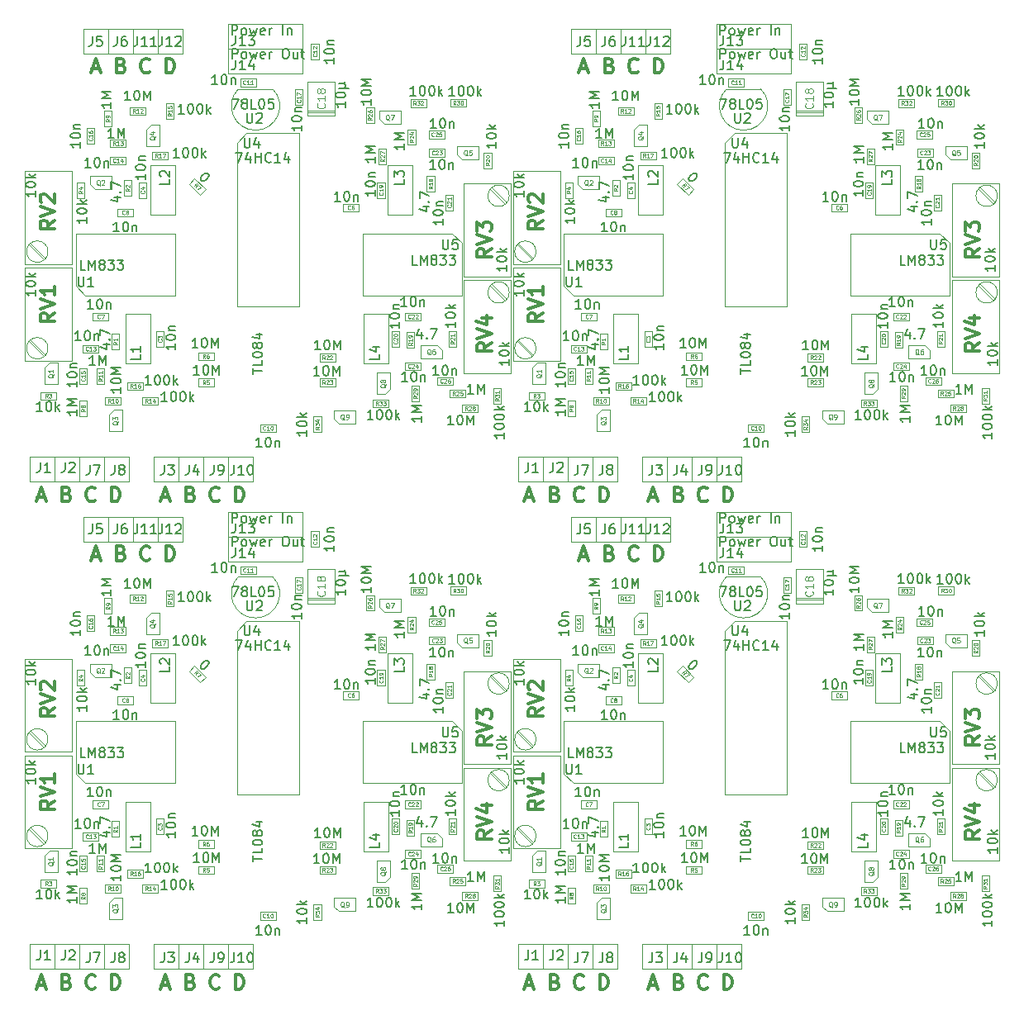
<source format=gbr>
G04 #@! TF.FileFunction,Other,Fab,Top*
%FSLAX46Y46*%
G04 Gerber Fmt 4.6, Leading zero omitted, Abs format (unit mm)*
G04 Created by KiCad (PCBNEW 4.0.6) date 07/25/17 21:38:10*
%MOMM*%
%LPD*%
G01*
G04 APERTURE LIST*
%ADD10C,0.100000*%
%ADD11C,0.300000*%
%ADD12C,0.150000*%
%ADD13C,0.120000*%
%ADD14C,0.075000*%
G04 APERTURE END LIST*
D10*
D11*
X125782571Y-118754856D02*
X125068286Y-119254856D01*
X125782571Y-119611999D02*
X124282571Y-119611999D01*
X124282571Y-119040571D01*
X124354000Y-118897713D01*
X124425429Y-118826285D01*
X124568286Y-118754856D01*
X124782571Y-118754856D01*
X124925429Y-118826285D01*
X124996857Y-118897713D01*
X125068286Y-119040571D01*
X125068286Y-119611999D01*
X124282571Y-118326285D02*
X125782571Y-117826285D01*
X124282571Y-117326285D01*
X124782571Y-116183428D02*
X125782571Y-116183428D01*
X124211143Y-116540571D02*
X125282571Y-116897714D01*
X125282571Y-115969142D01*
X75782571Y-118754856D02*
X75068286Y-119254856D01*
X75782571Y-119611999D02*
X74282571Y-119611999D01*
X74282571Y-119040571D01*
X74354000Y-118897713D01*
X74425429Y-118826285D01*
X74568286Y-118754856D01*
X74782571Y-118754856D01*
X74925429Y-118826285D01*
X74996857Y-118897713D01*
X75068286Y-119040571D01*
X75068286Y-119611999D01*
X74282571Y-118326285D02*
X75782571Y-117826285D01*
X74282571Y-117326285D01*
X74782571Y-116183428D02*
X75782571Y-116183428D01*
X74211143Y-116540571D02*
X75282571Y-116897714D01*
X75282571Y-115969142D01*
X125782571Y-68754856D02*
X125068286Y-69254856D01*
X125782571Y-69611999D02*
X124282571Y-69611999D01*
X124282571Y-69040571D01*
X124354000Y-68897713D01*
X124425429Y-68826285D01*
X124568286Y-68754856D01*
X124782571Y-68754856D01*
X124925429Y-68826285D01*
X124996857Y-68897713D01*
X125068286Y-69040571D01*
X125068286Y-69611999D01*
X124282571Y-68326285D02*
X125782571Y-67826285D01*
X124282571Y-67326285D01*
X124782571Y-66183428D02*
X125782571Y-66183428D01*
X124211143Y-66540571D02*
X125282571Y-66897714D01*
X125282571Y-65969142D01*
X125782571Y-109102856D02*
X125068286Y-109602856D01*
X125782571Y-109959999D02*
X124282571Y-109959999D01*
X124282571Y-109388571D01*
X124354000Y-109245713D01*
X124425429Y-109174285D01*
X124568286Y-109102856D01*
X124782571Y-109102856D01*
X124925429Y-109174285D01*
X124996857Y-109245713D01*
X125068286Y-109388571D01*
X125068286Y-109959999D01*
X124282571Y-108674285D02*
X125782571Y-108174285D01*
X124282571Y-107674285D01*
X124282571Y-107317142D02*
X124282571Y-106388571D01*
X124854000Y-106888571D01*
X124854000Y-106674285D01*
X124925429Y-106531428D01*
X124996857Y-106459999D01*
X125139714Y-106388571D01*
X125496857Y-106388571D01*
X125639714Y-106459999D01*
X125711143Y-106531428D01*
X125782571Y-106674285D01*
X125782571Y-107102857D01*
X125711143Y-107245714D01*
X125639714Y-107317142D01*
X75782571Y-109102856D02*
X75068286Y-109602856D01*
X75782571Y-109959999D02*
X74282571Y-109959999D01*
X74282571Y-109388571D01*
X74354000Y-109245713D01*
X74425429Y-109174285D01*
X74568286Y-109102856D01*
X74782571Y-109102856D01*
X74925429Y-109174285D01*
X74996857Y-109245713D01*
X75068286Y-109388571D01*
X75068286Y-109959999D01*
X74282571Y-108674285D02*
X75782571Y-108174285D01*
X74282571Y-107674285D01*
X74282571Y-107317142D02*
X74282571Y-106388571D01*
X74854000Y-106888571D01*
X74854000Y-106674285D01*
X74925429Y-106531428D01*
X74996857Y-106459999D01*
X75139714Y-106388571D01*
X75496857Y-106388571D01*
X75639714Y-106459999D01*
X75711143Y-106531428D01*
X75782571Y-106674285D01*
X75782571Y-107102857D01*
X75711143Y-107245714D01*
X75639714Y-107317142D01*
X125782571Y-59102856D02*
X125068286Y-59602856D01*
X125782571Y-59959999D02*
X124282571Y-59959999D01*
X124282571Y-59388571D01*
X124354000Y-59245713D01*
X124425429Y-59174285D01*
X124568286Y-59102856D01*
X124782571Y-59102856D01*
X124925429Y-59174285D01*
X124996857Y-59245713D01*
X125068286Y-59388571D01*
X125068286Y-59959999D01*
X124282571Y-58674285D02*
X125782571Y-58174285D01*
X124282571Y-57674285D01*
X124282571Y-57317142D02*
X124282571Y-56388571D01*
X124854000Y-56888571D01*
X124854000Y-56674285D01*
X124925429Y-56531428D01*
X124996857Y-56459999D01*
X125139714Y-56388571D01*
X125496857Y-56388571D01*
X125639714Y-56459999D01*
X125711143Y-56531428D01*
X125782571Y-56674285D01*
X125782571Y-57102857D01*
X125711143Y-57245714D01*
X125639714Y-57317142D01*
X81038571Y-106212856D02*
X80324286Y-106712856D01*
X81038571Y-107069999D02*
X79538571Y-107069999D01*
X79538571Y-106498571D01*
X79610000Y-106355713D01*
X79681429Y-106284285D01*
X79824286Y-106212856D01*
X80038571Y-106212856D01*
X80181429Y-106284285D01*
X80252857Y-106355713D01*
X80324286Y-106498571D01*
X80324286Y-107069999D01*
X79538571Y-105784285D02*
X81038571Y-105284285D01*
X79538571Y-104784285D01*
X79681429Y-104355714D02*
X79610000Y-104284285D01*
X79538571Y-104141428D01*
X79538571Y-103784285D01*
X79610000Y-103641428D01*
X79681429Y-103569999D01*
X79824286Y-103498571D01*
X79967143Y-103498571D01*
X80181429Y-103569999D01*
X81038571Y-104427142D01*
X81038571Y-103498571D01*
X31038571Y-106212856D02*
X30324286Y-106712856D01*
X31038571Y-107069999D02*
X29538571Y-107069999D01*
X29538571Y-106498571D01*
X29610000Y-106355713D01*
X29681429Y-106284285D01*
X29824286Y-106212856D01*
X30038571Y-106212856D01*
X30181429Y-106284285D01*
X30252857Y-106355713D01*
X30324286Y-106498571D01*
X30324286Y-107069999D01*
X29538571Y-105784285D02*
X31038571Y-105284285D01*
X29538571Y-104784285D01*
X29681429Y-104355714D02*
X29610000Y-104284285D01*
X29538571Y-104141428D01*
X29538571Y-103784285D01*
X29610000Y-103641428D01*
X29681429Y-103569999D01*
X29824286Y-103498571D01*
X29967143Y-103498571D01*
X30181429Y-103569999D01*
X31038571Y-104427142D01*
X31038571Y-103498571D01*
X81038571Y-56212856D02*
X80324286Y-56712856D01*
X81038571Y-57069999D02*
X79538571Y-57069999D01*
X79538571Y-56498571D01*
X79610000Y-56355713D01*
X79681429Y-56284285D01*
X79824286Y-56212856D01*
X80038571Y-56212856D01*
X80181429Y-56284285D01*
X80252857Y-56355713D01*
X80324286Y-56498571D01*
X80324286Y-57069999D01*
X79538571Y-55784285D02*
X81038571Y-55284285D01*
X79538571Y-54784285D01*
X79681429Y-54355714D02*
X79610000Y-54284285D01*
X79538571Y-54141428D01*
X79538571Y-53784285D01*
X79610000Y-53641428D01*
X79681429Y-53569999D01*
X79824286Y-53498571D01*
X79967143Y-53498571D01*
X80181429Y-53569999D01*
X81038571Y-54427142D01*
X81038571Y-53498571D01*
X81038571Y-115712856D02*
X80324286Y-116212856D01*
X81038571Y-116569999D02*
X79538571Y-116569999D01*
X79538571Y-115998571D01*
X79610000Y-115855713D01*
X79681429Y-115784285D01*
X79824286Y-115712856D01*
X80038571Y-115712856D01*
X80181429Y-115784285D01*
X80252857Y-115855713D01*
X80324286Y-115998571D01*
X80324286Y-116569999D01*
X79538571Y-115284285D02*
X81038571Y-114784285D01*
X79538571Y-114284285D01*
X81038571Y-112998571D02*
X81038571Y-113855714D01*
X81038571Y-113427142D02*
X79538571Y-113427142D01*
X79752857Y-113569999D01*
X79895714Y-113712857D01*
X79967143Y-113855714D01*
X31038571Y-115712856D02*
X30324286Y-116212856D01*
X31038571Y-116569999D02*
X29538571Y-116569999D01*
X29538571Y-115998571D01*
X29610000Y-115855713D01*
X29681429Y-115784285D01*
X29824286Y-115712856D01*
X30038571Y-115712856D01*
X30181429Y-115784285D01*
X30252857Y-115855713D01*
X30324286Y-115998571D01*
X30324286Y-116569999D01*
X29538571Y-115284285D02*
X31038571Y-114784285D01*
X29538571Y-114284285D01*
X31038571Y-112998571D02*
X31038571Y-113855714D01*
X31038571Y-113427142D02*
X29538571Y-113427142D01*
X29752857Y-113569999D01*
X29895714Y-113712857D01*
X29967143Y-113855714D01*
X81038571Y-65712856D02*
X80324286Y-66212856D01*
X81038571Y-66569999D02*
X79538571Y-66569999D01*
X79538571Y-65998571D01*
X79610000Y-65855713D01*
X79681429Y-65784285D01*
X79824286Y-65712856D01*
X80038571Y-65712856D01*
X80181429Y-65784285D01*
X80252857Y-65855713D01*
X80324286Y-65998571D01*
X80324286Y-66569999D01*
X79538571Y-65284285D02*
X81038571Y-64784285D01*
X79538571Y-64284285D01*
X81038571Y-62998571D02*
X81038571Y-63855714D01*
X81038571Y-63427142D02*
X79538571Y-63427142D01*
X79752857Y-63569999D01*
X79895714Y-63712857D01*
X79967143Y-63855714D01*
X85182286Y-134907714D02*
X85110857Y-134979143D01*
X84896571Y-135050571D01*
X84753714Y-135050571D01*
X84539429Y-134979143D01*
X84396571Y-134836286D01*
X84325143Y-134693429D01*
X84253714Y-134407714D01*
X84253714Y-134193429D01*
X84325143Y-133907714D01*
X84396571Y-133764857D01*
X84539429Y-133622000D01*
X84753714Y-133550571D01*
X84896571Y-133550571D01*
X85110857Y-133622000D01*
X85182286Y-133693429D01*
X35182286Y-134907714D02*
X35110857Y-134979143D01*
X34896571Y-135050571D01*
X34753714Y-135050571D01*
X34539429Y-134979143D01*
X34396571Y-134836286D01*
X34325143Y-134693429D01*
X34253714Y-134407714D01*
X34253714Y-134193429D01*
X34325143Y-133907714D01*
X34396571Y-133764857D01*
X34539429Y-133622000D01*
X34753714Y-133550571D01*
X34896571Y-133550571D01*
X35110857Y-133622000D01*
X35182286Y-133693429D01*
X85182286Y-84907714D02*
X85110857Y-84979143D01*
X84896571Y-85050571D01*
X84753714Y-85050571D01*
X84539429Y-84979143D01*
X84396571Y-84836286D01*
X84325143Y-84693429D01*
X84253714Y-84407714D01*
X84253714Y-84193429D01*
X84325143Y-83907714D01*
X84396571Y-83764857D01*
X84539429Y-83622000D01*
X84753714Y-83550571D01*
X84896571Y-83550571D01*
X85110857Y-83622000D01*
X85182286Y-83693429D01*
X82285143Y-134264857D02*
X82499429Y-134336286D01*
X82570857Y-134407714D01*
X82642286Y-134550571D01*
X82642286Y-134764857D01*
X82570857Y-134907714D01*
X82499429Y-134979143D01*
X82356571Y-135050571D01*
X81785143Y-135050571D01*
X81785143Y-133550571D01*
X82285143Y-133550571D01*
X82428000Y-133622000D01*
X82499429Y-133693429D01*
X82570857Y-133836286D01*
X82570857Y-133979143D01*
X82499429Y-134122000D01*
X82428000Y-134193429D01*
X82285143Y-134264857D01*
X81785143Y-134264857D01*
X32285143Y-134264857D02*
X32499429Y-134336286D01*
X32570857Y-134407714D01*
X32642286Y-134550571D01*
X32642286Y-134764857D01*
X32570857Y-134907714D01*
X32499429Y-134979143D01*
X32356571Y-135050571D01*
X31785143Y-135050571D01*
X31785143Y-133550571D01*
X32285143Y-133550571D01*
X32428000Y-133622000D01*
X32499429Y-133693429D01*
X32570857Y-133836286D01*
X32570857Y-133979143D01*
X32499429Y-134122000D01*
X32428000Y-134193429D01*
X32285143Y-134264857D01*
X31785143Y-134264857D01*
X82285143Y-84264857D02*
X82499429Y-84336286D01*
X82570857Y-84407714D01*
X82642286Y-84550571D01*
X82642286Y-84764857D01*
X82570857Y-84907714D01*
X82499429Y-84979143D01*
X82356571Y-85050571D01*
X81785143Y-85050571D01*
X81785143Y-83550571D01*
X82285143Y-83550571D01*
X82428000Y-83622000D01*
X82499429Y-83693429D01*
X82570857Y-83836286D01*
X82570857Y-83979143D01*
X82499429Y-84122000D01*
X82428000Y-84193429D01*
X82285143Y-84264857D01*
X81785143Y-84264857D01*
X79280857Y-134622000D02*
X79995143Y-134622000D01*
X79138000Y-135050571D02*
X79638000Y-133550571D01*
X80138000Y-135050571D01*
X29280857Y-134622000D02*
X29995143Y-134622000D01*
X29138000Y-135050571D02*
X29638000Y-133550571D01*
X30138000Y-135050571D01*
X79280857Y-84622000D02*
X79995143Y-84622000D01*
X79138000Y-85050571D02*
X79638000Y-83550571D01*
X80138000Y-85050571D01*
X86865143Y-135050571D02*
X86865143Y-133550571D01*
X87222286Y-133550571D01*
X87436571Y-133622000D01*
X87579429Y-133764857D01*
X87650857Y-133907714D01*
X87722286Y-134193429D01*
X87722286Y-134407714D01*
X87650857Y-134693429D01*
X87579429Y-134836286D01*
X87436571Y-134979143D01*
X87222286Y-135050571D01*
X86865143Y-135050571D01*
X36865143Y-135050571D02*
X36865143Y-133550571D01*
X37222286Y-133550571D01*
X37436571Y-133622000D01*
X37579429Y-133764857D01*
X37650857Y-133907714D01*
X37722286Y-134193429D01*
X37722286Y-134407714D01*
X37650857Y-134693429D01*
X37579429Y-134836286D01*
X37436571Y-134979143D01*
X37222286Y-135050571D01*
X36865143Y-135050571D01*
X86865143Y-85050571D02*
X86865143Y-83550571D01*
X87222286Y-83550571D01*
X87436571Y-83622000D01*
X87579429Y-83764857D01*
X87650857Y-83907714D01*
X87722286Y-84193429D01*
X87722286Y-84407714D01*
X87650857Y-84693429D01*
X87579429Y-84836286D01*
X87436571Y-84979143D01*
X87222286Y-85050571D01*
X86865143Y-85050571D01*
X91980857Y-134622000D02*
X92695143Y-134622000D01*
X91838000Y-135050571D02*
X92338000Y-133550571D01*
X92838000Y-135050571D01*
X41980857Y-134622000D02*
X42695143Y-134622000D01*
X41838000Y-135050571D02*
X42338000Y-133550571D01*
X42838000Y-135050571D01*
X91980857Y-84622000D02*
X92695143Y-84622000D01*
X91838000Y-85050571D02*
X92338000Y-83550571D01*
X92838000Y-85050571D01*
X94985143Y-134264857D02*
X95199429Y-134336286D01*
X95270857Y-134407714D01*
X95342286Y-134550571D01*
X95342286Y-134764857D01*
X95270857Y-134907714D01*
X95199429Y-134979143D01*
X95056571Y-135050571D01*
X94485143Y-135050571D01*
X94485143Y-133550571D01*
X94985143Y-133550571D01*
X95128000Y-133622000D01*
X95199429Y-133693429D01*
X95270857Y-133836286D01*
X95270857Y-133979143D01*
X95199429Y-134122000D01*
X95128000Y-134193429D01*
X94985143Y-134264857D01*
X94485143Y-134264857D01*
X44985143Y-134264857D02*
X45199429Y-134336286D01*
X45270857Y-134407714D01*
X45342286Y-134550571D01*
X45342286Y-134764857D01*
X45270857Y-134907714D01*
X45199429Y-134979143D01*
X45056571Y-135050571D01*
X44485143Y-135050571D01*
X44485143Y-133550571D01*
X44985143Y-133550571D01*
X45128000Y-133622000D01*
X45199429Y-133693429D01*
X45270857Y-133836286D01*
X45270857Y-133979143D01*
X45199429Y-134122000D01*
X45128000Y-134193429D01*
X44985143Y-134264857D01*
X44485143Y-134264857D01*
X94985143Y-84264857D02*
X95199429Y-84336286D01*
X95270857Y-84407714D01*
X95342286Y-84550571D01*
X95342286Y-84764857D01*
X95270857Y-84907714D01*
X95199429Y-84979143D01*
X95056571Y-85050571D01*
X94485143Y-85050571D01*
X94485143Y-83550571D01*
X94985143Y-83550571D01*
X95128000Y-83622000D01*
X95199429Y-83693429D01*
X95270857Y-83836286D01*
X95270857Y-83979143D01*
X95199429Y-84122000D01*
X95128000Y-84193429D01*
X94985143Y-84264857D01*
X94485143Y-84264857D01*
X97882286Y-134907714D02*
X97810857Y-134979143D01*
X97596571Y-135050571D01*
X97453714Y-135050571D01*
X97239429Y-134979143D01*
X97096571Y-134836286D01*
X97025143Y-134693429D01*
X96953714Y-134407714D01*
X96953714Y-134193429D01*
X97025143Y-133907714D01*
X97096571Y-133764857D01*
X97239429Y-133622000D01*
X97453714Y-133550571D01*
X97596571Y-133550571D01*
X97810857Y-133622000D01*
X97882286Y-133693429D01*
X47882286Y-134907714D02*
X47810857Y-134979143D01*
X47596571Y-135050571D01*
X47453714Y-135050571D01*
X47239429Y-134979143D01*
X47096571Y-134836286D01*
X47025143Y-134693429D01*
X46953714Y-134407714D01*
X46953714Y-134193429D01*
X47025143Y-133907714D01*
X47096571Y-133764857D01*
X47239429Y-133622000D01*
X47453714Y-133550571D01*
X47596571Y-133550571D01*
X47810857Y-133622000D01*
X47882286Y-133693429D01*
X97882286Y-84907714D02*
X97810857Y-84979143D01*
X97596571Y-85050571D01*
X97453714Y-85050571D01*
X97239429Y-84979143D01*
X97096571Y-84836286D01*
X97025143Y-84693429D01*
X96953714Y-84407714D01*
X96953714Y-84193429D01*
X97025143Y-83907714D01*
X97096571Y-83764857D01*
X97239429Y-83622000D01*
X97453714Y-83550571D01*
X97596571Y-83550571D01*
X97810857Y-83622000D01*
X97882286Y-83693429D01*
X99565143Y-135050571D02*
X99565143Y-133550571D01*
X99922286Y-133550571D01*
X100136571Y-133622000D01*
X100279429Y-133764857D01*
X100350857Y-133907714D01*
X100422286Y-134193429D01*
X100422286Y-134407714D01*
X100350857Y-134693429D01*
X100279429Y-134836286D01*
X100136571Y-134979143D01*
X99922286Y-135050571D01*
X99565143Y-135050571D01*
X49565143Y-135050571D02*
X49565143Y-133550571D01*
X49922286Y-133550571D01*
X50136571Y-133622000D01*
X50279429Y-133764857D01*
X50350857Y-133907714D01*
X50422286Y-134193429D01*
X50422286Y-134407714D01*
X50350857Y-134693429D01*
X50279429Y-134836286D01*
X50136571Y-134979143D01*
X49922286Y-135050571D01*
X49565143Y-135050571D01*
X99565143Y-85050571D02*
X99565143Y-83550571D01*
X99922286Y-83550571D01*
X100136571Y-83622000D01*
X100279429Y-83764857D01*
X100350857Y-83907714D01*
X100422286Y-84193429D01*
X100422286Y-84407714D01*
X100350857Y-84693429D01*
X100279429Y-84836286D01*
X100136571Y-84979143D01*
X99922286Y-85050571D01*
X99565143Y-85050571D01*
X84868857Y-90680000D02*
X85583143Y-90680000D01*
X84726000Y-91108571D02*
X85226000Y-89608571D01*
X85726000Y-91108571D01*
X34868857Y-90680000D02*
X35583143Y-90680000D01*
X34726000Y-91108571D02*
X35226000Y-89608571D01*
X35726000Y-91108571D01*
X84868857Y-40680000D02*
X85583143Y-40680000D01*
X84726000Y-41108571D02*
X85226000Y-39608571D01*
X85726000Y-41108571D01*
X87873143Y-90322857D02*
X88087429Y-90394286D01*
X88158857Y-90465714D01*
X88230286Y-90608571D01*
X88230286Y-90822857D01*
X88158857Y-90965714D01*
X88087429Y-91037143D01*
X87944571Y-91108571D01*
X87373143Y-91108571D01*
X87373143Y-89608571D01*
X87873143Y-89608571D01*
X88016000Y-89680000D01*
X88087429Y-89751429D01*
X88158857Y-89894286D01*
X88158857Y-90037143D01*
X88087429Y-90180000D01*
X88016000Y-90251429D01*
X87873143Y-90322857D01*
X87373143Y-90322857D01*
X37873143Y-90322857D02*
X38087429Y-90394286D01*
X38158857Y-90465714D01*
X38230286Y-90608571D01*
X38230286Y-90822857D01*
X38158857Y-90965714D01*
X38087429Y-91037143D01*
X37944571Y-91108571D01*
X37373143Y-91108571D01*
X37373143Y-89608571D01*
X37873143Y-89608571D01*
X38016000Y-89680000D01*
X38087429Y-89751429D01*
X38158857Y-89894286D01*
X38158857Y-90037143D01*
X38087429Y-90180000D01*
X38016000Y-90251429D01*
X37873143Y-90322857D01*
X37373143Y-90322857D01*
X87873143Y-40322857D02*
X88087429Y-40394286D01*
X88158857Y-40465714D01*
X88230286Y-40608571D01*
X88230286Y-40822857D01*
X88158857Y-40965714D01*
X88087429Y-41037143D01*
X87944571Y-41108571D01*
X87373143Y-41108571D01*
X87373143Y-39608571D01*
X87873143Y-39608571D01*
X88016000Y-39680000D01*
X88087429Y-39751429D01*
X88158857Y-39894286D01*
X88158857Y-40037143D01*
X88087429Y-40180000D01*
X88016000Y-40251429D01*
X87873143Y-40322857D01*
X87373143Y-40322857D01*
X90770286Y-90965714D02*
X90698857Y-91037143D01*
X90484571Y-91108571D01*
X90341714Y-91108571D01*
X90127429Y-91037143D01*
X89984571Y-90894286D01*
X89913143Y-90751429D01*
X89841714Y-90465714D01*
X89841714Y-90251429D01*
X89913143Y-89965714D01*
X89984571Y-89822857D01*
X90127429Y-89680000D01*
X90341714Y-89608571D01*
X90484571Y-89608571D01*
X90698857Y-89680000D01*
X90770286Y-89751429D01*
X40770286Y-90965714D02*
X40698857Y-91037143D01*
X40484571Y-91108571D01*
X40341714Y-91108571D01*
X40127429Y-91037143D01*
X39984571Y-90894286D01*
X39913143Y-90751429D01*
X39841714Y-90465714D01*
X39841714Y-90251429D01*
X39913143Y-89965714D01*
X39984571Y-89822857D01*
X40127429Y-89680000D01*
X40341714Y-89608571D01*
X40484571Y-89608571D01*
X40698857Y-89680000D01*
X40770286Y-89751429D01*
X90770286Y-40965714D02*
X90698857Y-41037143D01*
X90484571Y-41108571D01*
X90341714Y-41108571D01*
X90127429Y-41037143D01*
X89984571Y-40894286D01*
X89913143Y-40751429D01*
X89841714Y-40465714D01*
X89841714Y-40251429D01*
X89913143Y-39965714D01*
X89984571Y-39822857D01*
X90127429Y-39680000D01*
X90341714Y-39608571D01*
X90484571Y-39608571D01*
X90698857Y-39680000D01*
X90770286Y-39751429D01*
X92453143Y-91108571D02*
X92453143Y-89608571D01*
X92810286Y-89608571D01*
X93024571Y-89680000D01*
X93167429Y-89822857D01*
X93238857Y-89965714D01*
X93310286Y-90251429D01*
X93310286Y-90465714D01*
X93238857Y-90751429D01*
X93167429Y-90894286D01*
X93024571Y-91037143D01*
X92810286Y-91108571D01*
X92453143Y-91108571D01*
X42453143Y-91108571D02*
X42453143Y-89608571D01*
X42810286Y-89608571D01*
X43024571Y-89680000D01*
X43167429Y-89822857D01*
X43238857Y-89965714D01*
X43310286Y-90251429D01*
X43310286Y-90465714D01*
X43238857Y-90751429D01*
X43167429Y-90894286D01*
X43024571Y-91037143D01*
X42810286Y-91108571D01*
X42453143Y-91108571D01*
X92453143Y-41108571D02*
X92453143Y-39608571D01*
X92810286Y-39608571D01*
X93024571Y-39680000D01*
X93167429Y-39822857D01*
X93238857Y-39965714D01*
X93310286Y-40251429D01*
X93310286Y-40465714D01*
X93238857Y-40751429D01*
X93167429Y-40894286D01*
X93024571Y-41037143D01*
X92810286Y-41108571D01*
X92453143Y-41108571D01*
X75782571Y-68754856D02*
X75068286Y-69254856D01*
X75782571Y-69611999D02*
X74282571Y-69611999D01*
X74282571Y-69040571D01*
X74354000Y-68897713D01*
X74425429Y-68826285D01*
X74568286Y-68754856D01*
X74782571Y-68754856D01*
X74925429Y-68826285D01*
X74996857Y-68897713D01*
X75068286Y-69040571D01*
X75068286Y-69611999D01*
X74282571Y-68326285D02*
X75782571Y-67826285D01*
X74282571Y-67326285D01*
X74782571Y-66183428D02*
X75782571Y-66183428D01*
X74211143Y-66540571D02*
X75282571Y-66897714D01*
X75282571Y-65969142D01*
X75782571Y-59102856D02*
X75068286Y-59602856D01*
X75782571Y-59959999D02*
X74282571Y-59959999D01*
X74282571Y-59388571D01*
X74354000Y-59245713D01*
X74425429Y-59174285D01*
X74568286Y-59102856D01*
X74782571Y-59102856D01*
X74925429Y-59174285D01*
X74996857Y-59245713D01*
X75068286Y-59388571D01*
X75068286Y-59959999D01*
X74282571Y-58674285D02*
X75782571Y-58174285D01*
X74282571Y-57674285D01*
X74282571Y-57317142D02*
X74282571Y-56388571D01*
X74854000Y-56888571D01*
X74854000Y-56674285D01*
X74925429Y-56531428D01*
X74996857Y-56459999D01*
X75139714Y-56388571D01*
X75496857Y-56388571D01*
X75639714Y-56459999D01*
X75711143Y-56531428D01*
X75782571Y-56674285D01*
X75782571Y-57102857D01*
X75711143Y-57245714D01*
X75639714Y-57317142D01*
X31038571Y-65712856D02*
X30324286Y-66212856D01*
X31038571Y-66569999D02*
X29538571Y-66569999D01*
X29538571Y-65998571D01*
X29610000Y-65855713D01*
X29681429Y-65784285D01*
X29824286Y-65712856D01*
X30038571Y-65712856D01*
X30181429Y-65784285D01*
X30252857Y-65855713D01*
X30324286Y-65998571D01*
X30324286Y-66569999D01*
X29538571Y-65284285D02*
X31038571Y-64784285D01*
X29538571Y-64284285D01*
X31038571Y-62998571D02*
X31038571Y-63855714D01*
X31038571Y-63427142D02*
X29538571Y-63427142D01*
X29752857Y-63569999D01*
X29895714Y-63712857D01*
X29967143Y-63855714D01*
X31038571Y-56212856D02*
X30324286Y-56712856D01*
X31038571Y-57069999D02*
X29538571Y-57069999D01*
X29538571Y-56498571D01*
X29610000Y-56355713D01*
X29681429Y-56284285D01*
X29824286Y-56212856D01*
X30038571Y-56212856D01*
X30181429Y-56284285D01*
X30252857Y-56355713D01*
X30324286Y-56498571D01*
X30324286Y-57069999D01*
X29538571Y-55784285D02*
X31038571Y-55284285D01*
X29538571Y-54784285D01*
X29681429Y-54355714D02*
X29610000Y-54284285D01*
X29538571Y-54141428D01*
X29538571Y-53784285D01*
X29610000Y-53641428D01*
X29681429Y-53569999D01*
X29824286Y-53498571D01*
X29967143Y-53498571D01*
X30181429Y-53569999D01*
X31038571Y-54427142D01*
X31038571Y-53498571D01*
X49565143Y-85050571D02*
X49565143Y-83550571D01*
X49922286Y-83550571D01*
X50136571Y-83622000D01*
X50279429Y-83764857D01*
X50350857Y-83907714D01*
X50422286Y-84193429D01*
X50422286Y-84407714D01*
X50350857Y-84693429D01*
X50279429Y-84836286D01*
X50136571Y-84979143D01*
X49922286Y-85050571D01*
X49565143Y-85050571D01*
X44985143Y-84264857D02*
X45199429Y-84336286D01*
X45270857Y-84407714D01*
X45342286Y-84550571D01*
X45342286Y-84764857D01*
X45270857Y-84907714D01*
X45199429Y-84979143D01*
X45056571Y-85050571D01*
X44485143Y-85050571D01*
X44485143Y-83550571D01*
X44985143Y-83550571D01*
X45128000Y-83622000D01*
X45199429Y-83693429D01*
X45270857Y-83836286D01*
X45270857Y-83979143D01*
X45199429Y-84122000D01*
X45128000Y-84193429D01*
X44985143Y-84264857D01*
X44485143Y-84264857D01*
X47882286Y-84907714D02*
X47810857Y-84979143D01*
X47596571Y-85050571D01*
X47453714Y-85050571D01*
X47239429Y-84979143D01*
X47096571Y-84836286D01*
X47025143Y-84693429D01*
X46953714Y-84407714D01*
X46953714Y-84193429D01*
X47025143Y-83907714D01*
X47096571Y-83764857D01*
X47239429Y-83622000D01*
X47453714Y-83550571D01*
X47596571Y-83550571D01*
X47810857Y-83622000D01*
X47882286Y-83693429D01*
X41980857Y-84622000D02*
X42695143Y-84622000D01*
X41838000Y-85050571D02*
X42338000Y-83550571D01*
X42838000Y-85050571D01*
X36865143Y-85050571D02*
X36865143Y-83550571D01*
X37222286Y-83550571D01*
X37436571Y-83622000D01*
X37579429Y-83764857D01*
X37650857Y-83907714D01*
X37722286Y-84193429D01*
X37722286Y-84407714D01*
X37650857Y-84693429D01*
X37579429Y-84836286D01*
X37436571Y-84979143D01*
X37222286Y-85050571D01*
X36865143Y-85050571D01*
X32285143Y-84264857D02*
X32499429Y-84336286D01*
X32570857Y-84407714D01*
X32642286Y-84550571D01*
X32642286Y-84764857D01*
X32570857Y-84907714D01*
X32499429Y-84979143D01*
X32356571Y-85050571D01*
X31785143Y-85050571D01*
X31785143Y-83550571D01*
X32285143Y-83550571D01*
X32428000Y-83622000D01*
X32499429Y-83693429D01*
X32570857Y-83836286D01*
X32570857Y-83979143D01*
X32499429Y-84122000D01*
X32428000Y-84193429D01*
X32285143Y-84264857D01*
X31785143Y-84264857D01*
X35182286Y-84907714D02*
X35110857Y-84979143D01*
X34896571Y-85050571D01*
X34753714Y-85050571D01*
X34539429Y-84979143D01*
X34396571Y-84836286D01*
X34325143Y-84693429D01*
X34253714Y-84407714D01*
X34253714Y-84193429D01*
X34325143Y-83907714D01*
X34396571Y-83764857D01*
X34539429Y-83622000D01*
X34753714Y-83550571D01*
X34896571Y-83550571D01*
X35110857Y-83622000D01*
X35182286Y-83693429D01*
X29280857Y-84622000D02*
X29995143Y-84622000D01*
X29138000Y-85050571D02*
X29638000Y-83550571D01*
X30138000Y-85050571D01*
X42453143Y-41108571D02*
X42453143Y-39608571D01*
X42810286Y-39608571D01*
X43024571Y-39680000D01*
X43167429Y-39822857D01*
X43238857Y-39965714D01*
X43310286Y-40251429D01*
X43310286Y-40465714D01*
X43238857Y-40751429D01*
X43167429Y-40894286D01*
X43024571Y-41037143D01*
X42810286Y-41108571D01*
X42453143Y-41108571D01*
X40770286Y-40965714D02*
X40698857Y-41037143D01*
X40484571Y-41108571D01*
X40341714Y-41108571D01*
X40127429Y-41037143D01*
X39984571Y-40894286D01*
X39913143Y-40751429D01*
X39841714Y-40465714D01*
X39841714Y-40251429D01*
X39913143Y-39965714D01*
X39984571Y-39822857D01*
X40127429Y-39680000D01*
X40341714Y-39608571D01*
X40484571Y-39608571D01*
X40698857Y-39680000D01*
X40770286Y-39751429D01*
X37873143Y-40322857D02*
X38087429Y-40394286D01*
X38158857Y-40465714D01*
X38230286Y-40608571D01*
X38230286Y-40822857D01*
X38158857Y-40965714D01*
X38087429Y-41037143D01*
X37944571Y-41108571D01*
X37373143Y-41108571D01*
X37373143Y-39608571D01*
X37873143Y-39608571D01*
X38016000Y-39680000D01*
X38087429Y-39751429D01*
X38158857Y-39894286D01*
X38158857Y-40037143D01*
X38087429Y-40180000D01*
X38016000Y-40251429D01*
X37873143Y-40322857D01*
X37373143Y-40322857D01*
X34868857Y-40680000D02*
X35583143Y-40680000D01*
X34726000Y-41108571D02*
X35226000Y-39608571D01*
X35726000Y-41108571D01*
D10*
X106940000Y-95482000D02*
X109740000Y-95482000D01*
X109740000Y-95482000D02*
X109740000Y-91982000D01*
X109740000Y-91982000D02*
X106940000Y-91982000D01*
X106940000Y-91982000D02*
X106940000Y-95482000D01*
X106940000Y-95132000D02*
X109740000Y-95132000D01*
X106940000Y-94957000D02*
X109740000Y-94957000D01*
X56940000Y-95482000D02*
X59740000Y-95482000D01*
X59740000Y-95482000D02*
X59740000Y-91982000D01*
X59740000Y-91982000D02*
X56940000Y-91982000D01*
X56940000Y-91982000D02*
X56940000Y-95482000D01*
X56940000Y-95132000D02*
X59740000Y-95132000D01*
X56940000Y-94957000D02*
X59740000Y-94957000D01*
X106940000Y-45482000D02*
X109740000Y-45482000D01*
X109740000Y-45482000D02*
X109740000Y-41982000D01*
X109740000Y-41982000D02*
X106940000Y-41982000D01*
X106940000Y-41982000D02*
X106940000Y-45482000D01*
X106940000Y-45132000D02*
X109740000Y-45132000D01*
X106940000Y-44957000D02*
X109740000Y-44957000D01*
X114260000Y-95003000D02*
X114260000Y-95853000D01*
X114760000Y-96353000D02*
X116460000Y-96353000D01*
X114260000Y-95003000D02*
X116460000Y-95003000D01*
X116460000Y-95003000D02*
X116460000Y-96353000D01*
X114260000Y-95853000D02*
X114760000Y-96353000D01*
X64260000Y-95003000D02*
X64260000Y-95853000D01*
X64760000Y-96353000D02*
X66460000Y-96353000D01*
X64260000Y-95003000D02*
X66460000Y-95003000D01*
X66460000Y-95003000D02*
X66460000Y-96353000D01*
X64260000Y-95853000D02*
X64760000Y-96353000D01*
X114260000Y-45003000D02*
X114260000Y-45853000D01*
X114760000Y-46353000D02*
X116460000Y-46353000D01*
X114260000Y-45003000D02*
X116460000Y-45003000D01*
X116460000Y-45003000D02*
X116460000Y-46353000D01*
X114260000Y-45853000D02*
X114760000Y-46353000D01*
X114210000Y-98878000D02*
X115010000Y-98878000D01*
X114210000Y-100478000D02*
X114210000Y-98878000D01*
X115010000Y-100478000D02*
X114210000Y-100478000D01*
X115010000Y-98878000D02*
X115010000Y-100478000D01*
X64210000Y-98878000D02*
X65010000Y-98878000D01*
X64210000Y-100478000D02*
X64210000Y-98878000D01*
X65010000Y-100478000D02*
X64210000Y-100478000D01*
X65010000Y-98878000D02*
X65010000Y-100478000D01*
X114210000Y-48878000D02*
X115010000Y-48878000D01*
X114210000Y-50478000D02*
X114210000Y-48878000D01*
X115010000Y-50478000D02*
X114210000Y-50478000D01*
X115010000Y-48878000D02*
X115010000Y-50478000D01*
X112960000Y-94628000D02*
X113760000Y-94628000D01*
X112960000Y-96228000D02*
X112960000Y-94628000D01*
X113760000Y-96228000D02*
X112960000Y-96228000D01*
X113760000Y-94628000D02*
X113760000Y-96228000D01*
X62960000Y-94628000D02*
X63760000Y-94628000D01*
X62960000Y-96228000D02*
X62960000Y-94628000D01*
X63760000Y-96228000D02*
X62960000Y-96228000D01*
X63760000Y-94628000D02*
X63760000Y-96228000D01*
X112960000Y-44628000D02*
X113760000Y-44628000D01*
X112960000Y-46228000D02*
X112960000Y-44628000D01*
X113760000Y-46228000D02*
X112960000Y-46228000D01*
X113760000Y-44628000D02*
X113760000Y-46228000D01*
X118010000Y-98478000D02*
X117210000Y-98478000D01*
X118010000Y-96878000D02*
X118010000Y-98478000D01*
X117210000Y-96878000D02*
X118010000Y-96878000D01*
X117210000Y-98478000D02*
X117210000Y-96878000D01*
X68010000Y-98478000D02*
X67210000Y-98478000D01*
X68010000Y-96878000D02*
X68010000Y-98478000D01*
X67210000Y-96878000D02*
X68010000Y-96878000D01*
X67210000Y-98478000D02*
X67210000Y-96878000D01*
X118010000Y-48478000D02*
X117210000Y-48478000D01*
X118010000Y-46878000D02*
X118010000Y-48478000D01*
X117210000Y-46878000D02*
X118010000Y-46878000D01*
X117210000Y-48478000D02*
X117210000Y-46878000D01*
X119092000Y-93812000D02*
X119092000Y-94612000D01*
X117492000Y-93812000D02*
X119092000Y-93812000D01*
X117492000Y-94612000D02*
X117492000Y-93812000D01*
X119092000Y-94612000D02*
X117492000Y-94612000D01*
X69092000Y-93812000D02*
X69092000Y-94612000D01*
X67492000Y-93812000D02*
X69092000Y-93812000D01*
X67492000Y-94612000D02*
X67492000Y-93812000D01*
X69092000Y-94612000D02*
X67492000Y-94612000D01*
X119092000Y-43812000D02*
X119092000Y-44612000D01*
X117492000Y-43812000D02*
X119092000Y-43812000D01*
X117492000Y-44612000D02*
X117492000Y-43812000D01*
X119092000Y-44612000D02*
X117492000Y-44612000D01*
X120997000Y-98892000D02*
X120997000Y-99692000D01*
X119397000Y-98892000D02*
X120997000Y-98892000D01*
X119397000Y-99692000D02*
X119397000Y-98892000D01*
X120997000Y-99692000D02*
X119397000Y-99692000D01*
X70997000Y-98892000D02*
X70997000Y-99692000D01*
X69397000Y-98892000D02*
X70997000Y-98892000D01*
X69397000Y-99692000D02*
X69397000Y-98892000D01*
X70997000Y-99692000D02*
X69397000Y-99692000D01*
X120997000Y-48892000D02*
X120997000Y-49692000D01*
X119397000Y-48892000D02*
X120997000Y-48892000D01*
X119397000Y-49692000D02*
X119397000Y-48892000D01*
X120997000Y-49692000D02*
X119397000Y-49692000D01*
X115117000Y-100562000D02*
X115117000Y-105642000D01*
X115117000Y-105642000D02*
X117657000Y-105642000D01*
X117657000Y-105642000D02*
X117657000Y-100562000D01*
X117657000Y-100562000D02*
X115117000Y-100562000D01*
X65117000Y-100562000D02*
X65117000Y-105642000D01*
X65117000Y-105642000D02*
X67657000Y-105642000D01*
X67657000Y-105642000D02*
X67657000Y-100562000D01*
X67657000Y-100562000D02*
X65117000Y-100562000D01*
X115117000Y-50562000D02*
X115117000Y-55642000D01*
X115117000Y-55642000D02*
X117657000Y-55642000D01*
X117657000Y-55642000D02*
X117657000Y-50562000D01*
X117657000Y-50562000D02*
X115117000Y-50562000D01*
X122737000Y-108547000D02*
X122737000Y-113897000D01*
X122737000Y-113897000D02*
X112577000Y-113897000D01*
X112577000Y-113897000D02*
X112577000Y-107547000D01*
X112577000Y-107547000D02*
X121737000Y-107547000D01*
X121737000Y-107547000D02*
X122737000Y-108547000D01*
X72737000Y-108547000D02*
X72737000Y-113897000D01*
X72737000Y-113897000D02*
X62577000Y-113897000D01*
X62577000Y-113897000D02*
X62577000Y-107547000D01*
X62577000Y-107547000D02*
X71737000Y-107547000D01*
X71737000Y-107547000D02*
X72737000Y-108547000D01*
X122737000Y-58547000D02*
X122737000Y-63897000D01*
X122737000Y-63897000D02*
X112577000Y-63897000D01*
X112577000Y-63897000D02*
X112577000Y-57547000D01*
X112577000Y-57547000D02*
X121737000Y-57547000D01*
X121737000Y-57547000D02*
X122737000Y-58547000D01*
X119962000Y-103267000D02*
X119162000Y-103267000D01*
X119962000Y-101667000D02*
X119962000Y-103267000D01*
X119162000Y-101667000D02*
X119962000Y-101667000D01*
X119162000Y-103267000D02*
X119162000Y-101667000D01*
X69962000Y-103267000D02*
X69162000Y-103267000D01*
X69962000Y-101667000D02*
X69962000Y-103267000D01*
X69162000Y-101667000D02*
X69962000Y-101667000D01*
X69162000Y-103267000D02*
X69162000Y-101667000D01*
X119962000Y-53267000D02*
X119162000Y-53267000D01*
X119962000Y-51667000D02*
X119962000Y-53267000D01*
X119162000Y-51667000D02*
X119962000Y-51667000D01*
X119162000Y-53267000D02*
X119162000Y-51667000D01*
X121867000Y-105172000D02*
X121067000Y-105172000D01*
X121867000Y-103572000D02*
X121867000Y-105172000D01*
X121067000Y-103572000D02*
X121867000Y-103572000D01*
X121067000Y-105172000D02*
X121067000Y-103572000D01*
X71867000Y-105172000D02*
X71067000Y-105172000D01*
X71867000Y-103572000D02*
X71867000Y-105172000D01*
X71067000Y-103572000D02*
X71867000Y-103572000D01*
X71067000Y-105172000D02*
X71067000Y-103572000D01*
X121867000Y-55172000D02*
X121067000Y-55172000D01*
X121867000Y-53572000D02*
X121867000Y-55172000D01*
X121067000Y-53572000D02*
X121867000Y-53572000D01*
X121067000Y-55172000D02*
X121067000Y-53572000D01*
X114882000Y-103902000D02*
X114082000Y-103902000D01*
X114882000Y-102302000D02*
X114882000Y-103902000D01*
X114082000Y-102302000D02*
X114882000Y-102302000D01*
X114082000Y-103902000D02*
X114082000Y-102302000D01*
X64882000Y-103902000D02*
X64082000Y-103902000D01*
X64882000Y-102302000D02*
X64882000Y-103902000D01*
X64082000Y-102302000D02*
X64882000Y-102302000D01*
X64082000Y-103902000D02*
X64082000Y-102302000D01*
X114882000Y-53902000D02*
X114082000Y-53902000D01*
X114882000Y-52302000D02*
X114882000Y-53902000D01*
X114082000Y-52302000D02*
X114882000Y-52302000D01*
X114082000Y-53902000D02*
X114082000Y-52302000D01*
X110588000Y-105308000D02*
X110588000Y-104508000D01*
X112188000Y-105308000D02*
X110588000Y-105308000D01*
X112188000Y-104508000D02*
X112188000Y-105308000D01*
X110588000Y-104508000D02*
X112188000Y-104508000D01*
X60588000Y-105308000D02*
X60588000Y-104508000D01*
X62188000Y-105308000D02*
X60588000Y-105308000D01*
X62188000Y-104508000D02*
X62188000Y-105308000D01*
X60588000Y-104508000D02*
X62188000Y-104508000D01*
X110588000Y-55308000D02*
X110588000Y-54508000D01*
X112188000Y-55308000D02*
X110588000Y-55308000D01*
X112188000Y-54508000D02*
X112188000Y-55308000D01*
X110588000Y-54508000D02*
X112188000Y-54508000D01*
X127603000Y-103699000D02*
G75*
G03X127603000Y-103699000I-1095000J0D01*
G01*
X122948000Y-111959000D02*
X127778000Y-111959000D01*
X127778000Y-111959000D02*
X127778000Y-102429000D01*
X127778000Y-102429000D02*
X122948000Y-102429000D01*
X122948000Y-102429000D02*
X122948000Y-111959000D01*
X125812000Y-102868000D02*
X127339000Y-104395000D01*
X125678000Y-103002000D02*
X127205000Y-104529000D01*
X77603000Y-103699000D02*
G75*
G03X77603000Y-103699000I-1095000J0D01*
G01*
X72948000Y-111959000D02*
X77778000Y-111959000D01*
X77778000Y-111959000D02*
X77778000Y-102429000D01*
X77778000Y-102429000D02*
X72948000Y-102429000D01*
X72948000Y-102429000D02*
X72948000Y-111959000D01*
X75812000Y-102868000D02*
X77339000Y-104395000D01*
X75678000Y-103002000D02*
X77205000Y-104529000D01*
X127603000Y-53699000D02*
G75*
G03X127603000Y-53699000I-1095000J0D01*
G01*
X122948000Y-61959000D02*
X127778000Y-61959000D01*
X127778000Y-61959000D02*
X127778000Y-52429000D01*
X127778000Y-52429000D02*
X122948000Y-52429000D01*
X122948000Y-52429000D02*
X122948000Y-61959000D01*
X125812000Y-52868000D02*
X127339000Y-54395000D01*
X125678000Y-53002000D02*
X127205000Y-54529000D01*
X115198000Y-120910000D02*
X115198000Y-115830000D01*
X115198000Y-115830000D02*
X112658000Y-115830000D01*
X112658000Y-115830000D02*
X112658000Y-120910000D01*
X112658000Y-120910000D02*
X115198000Y-120910000D01*
X65198000Y-120910000D02*
X65198000Y-115830000D01*
X65198000Y-115830000D02*
X62658000Y-115830000D01*
X62658000Y-115830000D02*
X62658000Y-120910000D01*
X62658000Y-120910000D02*
X65198000Y-120910000D01*
X115198000Y-70910000D02*
X115198000Y-65830000D01*
X115198000Y-65830000D02*
X112658000Y-65830000D01*
X112658000Y-65830000D02*
X112658000Y-70910000D01*
X112658000Y-70910000D02*
X115198000Y-70910000D01*
X127603000Y-113605000D02*
G75*
G03X127603000Y-113605000I-1095000J0D01*
G01*
X122948000Y-121865000D02*
X127778000Y-121865000D01*
X127778000Y-121865000D02*
X127778000Y-112335000D01*
X127778000Y-112335000D02*
X122948000Y-112335000D01*
X122948000Y-112335000D02*
X122948000Y-121865000D01*
X125812000Y-112774000D02*
X127339000Y-114301000D01*
X125678000Y-112908000D02*
X127205000Y-114435000D01*
X77603000Y-113605000D02*
G75*
G03X77603000Y-113605000I-1095000J0D01*
G01*
X72948000Y-121865000D02*
X77778000Y-121865000D01*
X77778000Y-121865000D02*
X77778000Y-112335000D01*
X77778000Y-112335000D02*
X72948000Y-112335000D01*
X72948000Y-112335000D02*
X72948000Y-121865000D01*
X75812000Y-112774000D02*
X77339000Y-114301000D01*
X75678000Y-112908000D02*
X77205000Y-114435000D01*
X127603000Y-63605000D02*
G75*
G03X127603000Y-63605000I-1095000J0D01*
G01*
X122948000Y-71865000D02*
X127778000Y-71865000D01*
X127778000Y-71865000D02*
X127778000Y-62335000D01*
X127778000Y-62335000D02*
X122948000Y-62335000D01*
X122948000Y-62335000D02*
X122948000Y-71865000D01*
X125812000Y-62774000D02*
X127339000Y-64301000D01*
X125678000Y-62908000D02*
X127205000Y-64435000D01*
X115560000Y-117570000D02*
X116360000Y-117570000D01*
X115560000Y-119170000D02*
X115560000Y-117570000D01*
X116360000Y-119170000D02*
X115560000Y-119170000D01*
X116360000Y-117570000D02*
X116360000Y-119170000D01*
X65560000Y-117570000D02*
X66360000Y-117570000D01*
X65560000Y-119170000D02*
X65560000Y-117570000D01*
X66360000Y-119170000D02*
X65560000Y-119170000D01*
X66360000Y-117570000D02*
X66360000Y-119170000D01*
X115560000Y-67570000D02*
X116360000Y-67570000D01*
X115560000Y-69170000D02*
X115560000Y-67570000D01*
X116360000Y-69170000D02*
X115560000Y-69170000D01*
X116360000Y-67570000D02*
X116360000Y-69170000D01*
X120706000Y-120377000D02*
X120706000Y-119527000D01*
X120206000Y-119027000D02*
X118506000Y-119027000D01*
X120706000Y-120377000D02*
X118506000Y-120377000D01*
X118506000Y-120377000D02*
X118506000Y-119027000D01*
X120706000Y-119527000D02*
X120206000Y-119027000D01*
X70706000Y-120377000D02*
X70706000Y-119527000D01*
X70206000Y-119027000D02*
X68506000Y-119027000D01*
X70706000Y-120377000D02*
X68506000Y-120377000D01*
X68506000Y-120377000D02*
X68506000Y-119027000D01*
X70706000Y-119527000D02*
X70206000Y-119027000D01*
X120706000Y-70377000D02*
X120706000Y-69527000D01*
X120206000Y-69027000D02*
X118506000Y-69027000D01*
X120706000Y-70377000D02*
X118506000Y-70377000D01*
X118506000Y-70377000D02*
X118506000Y-69027000D01*
X120706000Y-69527000D02*
X120206000Y-69027000D01*
X122202000Y-119170000D02*
X121402000Y-119170000D01*
X122202000Y-117570000D02*
X122202000Y-119170000D01*
X121402000Y-117570000D02*
X122202000Y-117570000D01*
X121402000Y-119170000D02*
X121402000Y-117570000D01*
X72202000Y-119170000D02*
X71402000Y-119170000D01*
X72202000Y-117570000D02*
X72202000Y-119170000D01*
X71402000Y-117570000D02*
X72202000Y-117570000D01*
X71402000Y-119170000D02*
X71402000Y-117570000D01*
X122202000Y-69170000D02*
X121402000Y-69170000D01*
X122202000Y-67570000D02*
X122202000Y-69170000D01*
X121402000Y-67570000D02*
X122202000Y-67570000D01*
X121402000Y-69170000D02*
X121402000Y-67570000D01*
X117084000Y-117697000D02*
X117884000Y-117697000D01*
X117084000Y-119297000D02*
X117084000Y-117697000D01*
X117884000Y-119297000D02*
X117084000Y-119297000D01*
X117884000Y-117697000D02*
X117884000Y-119297000D01*
X67084000Y-117697000D02*
X67884000Y-117697000D01*
X67084000Y-119297000D02*
X67084000Y-117697000D01*
X67884000Y-119297000D02*
X67084000Y-119297000D01*
X67884000Y-117697000D02*
X67884000Y-119297000D01*
X117084000Y-67697000D02*
X117884000Y-67697000D01*
X117084000Y-69297000D02*
X117084000Y-67697000D01*
X117884000Y-69297000D02*
X117084000Y-69297000D01*
X117884000Y-67697000D02*
X117884000Y-69297000D01*
X118538000Y-120764000D02*
X118538000Y-121564000D01*
X116938000Y-120764000D02*
X118538000Y-120764000D01*
X116938000Y-121564000D02*
X116938000Y-120764000D01*
X118538000Y-121564000D02*
X116938000Y-121564000D01*
X68538000Y-120764000D02*
X68538000Y-121564000D01*
X66938000Y-120764000D02*
X68538000Y-120764000D01*
X66938000Y-121564000D02*
X66938000Y-120764000D01*
X68538000Y-121564000D02*
X66938000Y-121564000D01*
X118538000Y-70764000D02*
X118538000Y-71564000D01*
X116938000Y-70764000D02*
X118538000Y-70764000D01*
X116938000Y-71564000D02*
X116938000Y-70764000D01*
X118538000Y-71564000D02*
X116938000Y-71564000D01*
X118538000Y-115684000D02*
X118538000Y-116484000D01*
X116938000Y-115684000D02*
X118538000Y-115684000D01*
X116938000Y-116484000D02*
X116938000Y-115684000D01*
X118538000Y-116484000D02*
X116938000Y-116484000D01*
X68538000Y-115684000D02*
X68538000Y-116484000D01*
X66938000Y-115684000D02*
X68538000Y-115684000D01*
X66938000Y-116484000D02*
X66938000Y-115684000D01*
X68538000Y-116484000D02*
X66938000Y-116484000D01*
X118538000Y-65684000D02*
X118538000Y-66484000D01*
X116938000Y-65684000D02*
X118538000Y-65684000D01*
X116938000Y-66484000D02*
X116938000Y-65684000D01*
X118538000Y-66484000D02*
X116938000Y-66484000D01*
X125974000Y-123412000D02*
X126774000Y-123412000D01*
X125974000Y-125012000D02*
X125974000Y-123412000D01*
X126774000Y-125012000D02*
X125974000Y-125012000D01*
X126774000Y-123412000D02*
X126774000Y-125012000D01*
X75974000Y-123412000D02*
X76774000Y-123412000D01*
X75974000Y-125012000D02*
X75974000Y-123412000D01*
X76774000Y-125012000D02*
X75974000Y-125012000D01*
X76774000Y-123412000D02*
X76774000Y-125012000D01*
X125974000Y-73412000D02*
X126774000Y-73412000D01*
X125974000Y-75012000D02*
X125974000Y-73412000D01*
X126774000Y-75012000D02*
X125974000Y-75012000D01*
X126774000Y-73412000D02*
X126774000Y-75012000D01*
X121840000Y-122288000D02*
X121840000Y-123088000D01*
X120240000Y-122288000D02*
X121840000Y-122288000D01*
X120240000Y-123088000D02*
X120240000Y-122288000D01*
X121840000Y-123088000D02*
X120240000Y-123088000D01*
X71840000Y-122288000D02*
X71840000Y-123088000D01*
X70240000Y-122288000D02*
X71840000Y-122288000D01*
X70240000Y-123088000D02*
X70240000Y-122288000D01*
X71840000Y-123088000D02*
X70240000Y-123088000D01*
X121840000Y-72288000D02*
X121840000Y-73088000D01*
X120240000Y-72288000D02*
X121840000Y-72288000D01*
X120240000Y-73088000D02*
X120240000Y-72288000D01*
X121840000Y-73088000D02*
X120240000Y-73088000D01*
X123110000Y-123558000D02*
X123110000Y-124358000D01*
X121510000Y-123558000D02*
X123110000Y-123558000D01*
X121510000Y-124358000D02*
X121510000Y-123558000D01*
X123110000Y-124358000D02*
X121510000Y-124358000D01*
X73110000Y-123558000D02*
X73110000Y-124358000D01*
X71510000Y-123558000D02*
X73110000Y-123558000D01*
X71510000Y-124358000D02*
X71510000Y-123558000D01*
X73110000Y-124358000D02*
X71510000Y-124358000D01*
X123110000Y-73558000D02*
X123110000Y-74358000D01*
X121510000Y-73558000D02*
X123110000Y-73558000D01*
X121510000Y-74358000D02*
X121510000Y-73558000D01*
X123110000Y-74358000D02*
X121510000Y-74358000D01*
X124380000Y-125082000D02*
X124380000Y-125882000D01*
X122780000Y-125082000D02*
X124380000Y-125082000D01*
X122780000Y-125882000D02*
X122780000Y-125082000D01*
X124380000Y-125882000D02*
X122780000Y-125882000D01*
X74380000Y-125082000D02*
X74380000Y-125882000D01*
X72780000Y-125082000D02*
X74380000Y-125082000D01*
X72780000Y-125882000D02*
X72780000Y-125082000D01*
X74380000Y-125882000D02*
X72780000Y-125882000D01*
X124380000Y-75082000D02*
X124380000Y-75882000D01*
X122780000Y-75082000D02*
X124380000Y-75082000D01*
X122780000Y-75882000D02*
X122780000Y-75082000D01*
X124380000Y-75882000D02*
X122780000Y-75882000D01*
X107559000Y-126333000D02*
X108359000Y-126333000D01*
X107559000Y-127933000D02*
X107559000Y-126333000D01*
X108359000Y-127933000D02*
X107559000Y-127933000D01*
X108359000Y-126333000D02*
X108359000Y-127933000D01*
X57559000Y-126333000D02*
X58359000Y-126333000D01*
X57559000Y-127933000D02*
X57559000Y-126333000D01*
X58359000Y-127933000D02*
X57559000Y-127933000D01*
X58359000Y-126333000D02*
X58359000Y-127933000D01*
X107559000Y-76333000D02*
X108359000Y-76333000D01*
X107559000Y-77933000D02*
X107559000Y-76333000D01*
X108359000Y-77933000D02*
X107559000Y-77933000D01*
X108359000Y-76333000D02*
X108359000Y-77933000D01*
X108175000Y-120675000D02*
X108175000Y-119875000D01*
X109775000Y-120675000D02*
X108175000Y-120675000D01*
X109775000Y-119875000D02*
X109775000Y-120675000D01*
X108175000Y-119875000D02*
X109775000Y-119875000D01*
X58175000Y-120675000D02*
X58175000Y-119875000D01*
X59775000Y-120675000D02*
X58175000Y-120675000D01*
X59775000Y-119875000D02*
X59775000Y-120675000D01*
X58175000Y-119875000D02*
X59775000Y-119875000D01*
X108175000Y-70675000D02*
X108175000Y-69875000D01*
X109775000Y-70675000D02*
X108175000Y-70675000D01*
X109775000Y-69875000D02*
X109775000Y-70675000D01*
X108175000Y-69875000D02*
X109775000Y-69875000D01*
X109653000Y-125696000D02*
X109653000Y-126546000D01*
X110153000Y-127046000D02*
X111853000Y-127046000D01*
X109653000Y-125696000D02*
X111853000Y-125696000D01*
X111853000Y-125696000D02*
X111853000Y-127046000D01*
X109653000Y-126546000D02*
X110153000Y-127046000D01*
X59653000Y-125696000D02*
X59653000Y-126546000D01*
X60153000Y-127046000D02*
X61853000Y-127046000D01*
X59653000Y-125696000D02*
X61853000Y-125696000D01*
X61853000Y-125696000D02*
X61853000Y-127046000D01*
X59653000Y-126546000D02*
X60153000Y-127046000D01*
X109653000Y-75696000D02*
X109653000Y-76546000D01*
X110153000Y-77046000D02*
X111853000Y-77046000D01*
X109653000Y-75696000D02*
X111853000Y-75696000D01*
X111853000Y-75696000D02*
X111853000Y-77046000D01*
X109653000Y-76546000D02*
X110153000Y-77046000D01*
X115236000Y-124574000D02*
X115236000Y-125374000D01*
X113636000Y-124574000D02*
X115236000Y-124574000D01*
X113636000Y-125374000D02*
X113636000Y-124574000D01*
X115236000Y-125374000D02*
X113636000Y-125374000D01*
X65236000Y-124574000D02*
X65236000Y-125374000D01*
X63636000Y-124574000D02*
X65236000Y-124574000D01*
X63636000Y-125374000D02*
X63636000Y-124574000D01*
X65236000Y-125374000D02*
X63636000Y-125374000D01*
X115236000Y-74574000D02*
X115236000Y-75374000D01*
X113636000Y-74574000D02*
X115236000Y-74574000D01*
X113636000Y-75374000D02*
X113636000Y-74574000D01*
X115236000Y-75374000D02*
X113636000Y-75374000D01*
X108175000Y-123215000D02*
X108175000Y-122415000D01*
X109775000Y-123215000D02*
X108175000Y-123215000D01*
X109775000Y-122415000D02*
X109775000Y-123215000D01*
X108175000Y-122415000D02*
X109775000Y-122415000D01*
X58175000Y-123215000D02*
X58175000Y-122415000D01*
X59775000Y-123215000D02*
X58175000Y-123215000D01*
X59775000Y-122415000D02*
X59775000Y-123215000D01*
X58175000Y-122415000D02*
X59775000Y-122415000D01*
X108175000Y-73215000D02*
X108175000Y-72415000D01*
X109775000Y-73215000D02*
X108175000Y-73215000D01*
X109775000Y-72415000D02*
X109775000Y-73215000D01*
X108175000Y-72415000D02*
X109775000Y-72415000D01*
X114015000Y-124042000D02*
X114865000Y-124042000D01*
X115365000Y-123542000D02*
X115365000Y-121842000D01*
X114015000Y-124042000D02*
X114015000Y-121842000D01*
X114015000Y-121842000D02*
X115365000Y-121842000D01*
X114865000Y-124042000D02*
X115365000Y-123542000D01*
X64015000Y-124042000D02*
X64865000Y-124042000D01*
X65365000Y-123542000D02*
X65365000Y-121842000D01*
X64015000Y-124042000D02*
X64015000Y-121842000D01*
X64015000Y-121842000D02*
X65365000Y-121842000D01*
X64865000Y-124042000D02*
X65365000Y-123542000D01*
X114015000Y-74042000D02*
X114865000Y-74042000D01*
X115365000Y-73542000D02*
X115365000Y-71842000D01*
X114015000Y-74042000D02*
X114015000Y-71842000D01*
X114015000Y-71842000D02*
X115365000Y-71842000D01*
X114865000Y-74042000D02*
X115365000Y-73542000D01*
X118392000Y-124758000D02*
X117592000Y-124758000D01*
X118392000Y-123158000D02*
X118392000Y-124758000D01*
X117592000Y-123158000D02*
X118392000Y-123158000D01*
X117592000Y-124758000D02*
X117592000Y-123158000D01*
X68392000Y-124758000D02*
X67592000Y-124758000D01*
X68392000Y-123158000D02*
X68392000Y-124758000D01*
X67592000Y-123158000D02*
X68392000Y-123158000D01*
X67592000Y-124758000D02*
X67592000Y-123158000D01*
X118392000Y-74758000D02*
X117592000Y-74758000D01*
X118392000Y-73158000D02*
X118392000Y-74758000D01*
X117592000Y-73158000D02*
X118392000Y-73158000D01*
X117592000Y-74758000D02*
X117592000Y-73158000D01*
X125004000Y-99254000D02*
X125804000Y-99254000D01*
X125004000Y-100854000D02*
X125004000Y-99254000D01*
X125804000Y-100854000D02*
X125004000Y-100854000D01*
X125804000Y-99254000D02*
X125804000Y-100854000D01*
X75004000Y-99254000D02*
X75804000Y-99254000D01*
X75004000Y-100854000D02*
X75004000Y-99254000D01*
X75804000Y-100854000D02*
X75004000Y-100854000D01*
X75804000Y-99254000D02*
X75804000Y-100854000D01*
X125004000Y-49254000D02*
X125804000Y-49254000D01*
X125004000Y-50854000D02*
X125004000Y-49254000D01*
X125804000Y-50854000D02*
X125004000Y-50854000D01*
X125804000Y-49254000D02*
X125804000Y-50854000D01*
X122272000Y-98617000D02*
X122272000Y-99467000D01*
X122772000Y-99967000D02*
X124472000Y-99967000D01*
X122272000Y-98617000D02*
X124472000Y-98617000D01*
X124472000Y-98617000D02*
X124472000Y-99967000D01*
X122272000Y-99467000D02*
X122772000Y-99967000D01*
X72272000Y-98617000D02*
X72272000Y-99467000D01*
X72772000Y-99967000D02*
X74472000Y-99967000D01*
X72272000Y-98617000D02*
X74472000Y-98617000D01*
X74472000Y-98617000D02*
X74472000Y-99967000D01*
X72272000Y-99467000D02*
X72772000Y-99967000D01*
X122272000Y-48617000D02*
X122272000Y-49467000D01*
X122772000Y-49967000D02*
X124472000Y-49967000D01*
X122272000Y-48617000D02*
X124472000Y-48617000D01*
X124472000Y-48617000D02*
X124472000Y-49967000D01*
X122272000Y-49467000D02*
X122772000Y-49967000D01*
X119351000Y-97815000D02*
X119351000Y-97015000D01*
X120951000Y-97815000D02*
X119351000Y-97815000D01*
X120951000Y-97015000D02*
X120951000Y-97815000D01*
X119351000Y-97015000D02*
X120951000Y-97015000D01*
X69351000Y-97815000D02*
X69351000Y-97015000D01*
X70951000Y-97815000D02*
X69351000Y-97815000D01*
X70951000Y-97015000D02*
X70951000Y-97815000D01*
X69351000Y-97015000D02*
X70951000Y-97015000D01*
X119351000Y-47815000D02*
X119351000Y-47015000D01*
X120951000Y-47815000D02*
X119351000Y-47815000D01*
X120951000Y-47015000D02*
X120951000Y-47815000D01*
X119351000Y-47015000D02*
X120951000Y-47015000D01*
X123160000Y-93778000D02*
X123160000Y-94578000D01*
X121560000Y-93778000D02*
X123160000Y-93778000D01*
X121560000Y-94578000D02*
X121560000Y-93778000D01*
X123160000Y-94578000D02*
X121560000Y-94578000D01*
X73160000Y-93778000D02*
X73160000Y-94578000D01*
X71560000Y-93778000D02*
X73160000Y-93778000D01*
X71560000Y-94578000D02*
X71560000Y-93778000D01*
X73160000Y-94578000D02*
X71560000Y-94578000D01*
X123160000Y-43778000D02*
X123160000Y-44578000D01*
X121560000Y-43778000D02*
X123160000Y-43778000D01*
X121560000Y-44578000D02*
X121560000Y-43778000D01*
X123160000Y-44578000D02*
X121560000Y-44578000D01*
X100704000Y-97288000D02*
X106054000Y-97288000D01*
X106054000Y-97288000D02*
X106054000Y-115068000D01*
X106054000Y-115068000D02*
X99704000Y-115068000D01*
X99704000Y-115068000D02*
X99704000Y-98288000D01*
X99704000Y-98288000D02*
X100704000Y-97288000D01*
X50704000Y-97288000D02*
X56054000Y-97288000D01*
X56054000Y-97288000D02*
X56054000Y-115068000D01*
X56054000Y-115068000D02*
X49704000Y-115068000D01*
X49704000Y-115068000D02*
X49704000Y-98288000D01*
X49704000Y-98288000D02*
X50704000Y-97288000D01*
X100704000Y-47288000D02*
X106054000Y-47288000D01*
X106054000Y-47288000D02*
X106054000Y-65068000D01*
X106054000Y-65068000D02*
X99704000Y-65068000D01*
X99704000Y-65068000D02*
X99704000Y-48288000D01*
X99704000Y-48288000D02*
X100704000Y-47288000D01*
X94791472Y-102466157D02*
X95357157Y-101900472D01*
X95922843Y-103597528D02*
X94791472Y-102466157D01*
X96488528Y-103031843D02*
X95922843Y-103597528D01*
X95357157Y-101900472D02*
X96488528Y-103031843D01*
X44791472Y-102466157D02*
X45357157Y-101900472D01*
X45922843Y-103597528D02*
X44791472Y-102466157D01*
X46488528Y-103031843D02*
X45922843Y-103597528D01*
X45357157Y-101900472D02*
X46488528Y-103031843D01*
X94791472Y-52466157D02*
X95357157Y-51900472D01*
X95922843Y-53597528D02*
X94791472Y-52466157D01*
X96488528Y-53031843D02*
X95922843Y-53597528D01*
X95357157Y-51900472D02*
X96488528Y-53031843D01*
X90814000Y-100590000D02*
X90814000Y-105670000D01*
X90814000Y-105670000D02*
X93354000Y-105670000D01*
X93354000Y-105670000D02*
X93354000Y-100590000D01*
X93354000Y-100590000D02*
X90814000Y-100590000D01*
X40814000Y-100590000D02*
X40814000Y-105670000D01*
X40814000Y-105670000D02*
X43354000Y-105670000D01*
X43354000Y-105670000D02*
X43354000Y-100590000D01*
X43354000Y-100590000D02*
X40814000Y-100590000D01*
X90814000Y-50590000D02*
X90814000Y-55670000D01*
X90814000Y-55670000D02*
X93354000Y-55670000D01*
X93354000Y-55670000D02*
X93354000Y-50590000D01*
X93354000Y-50590000D02*
X90814000Y-50590000D01*
X88928000Y-103676000D02*
X88128000Y-103676000D01*
X88928000Y-102076000D02*
X88928000Y-103676000D01*
X88128000Y-102076000D02*
X88928000Y-102076000D01*
X88128000Y-103676000D02*
X88128000Y-102076000D01*
X38928000Y-103676000D02*
X38128000Y-103676000D01*
X38928000Y-102076000D02*
X38928000Y-103676000D01*
X38128000Y-102076000D02*
X38928000Y-102076000D01*
X38128000Y-103676000D02*
X38128000Y-102076000D01*
X88928000Y-53676000D02*
X88128000Y-53676000D01*
X88928000Y-52076000D02*
X88928000Y-53676000D01*
X88128000Y-52076000D02*
X88928000Y-52076000D01*
X88128000Y-53676000D02*
X88128000Y-52076000D01*
X90452000Y-103930000D02*
X89652000Y-103930000D01*
X90452000Y-102330000D02*
X90452000Y-103930000D01*
X89652000Y-102330000D02*
X90452000Y-102330000D01*
X89652000Y-103930000D02*
X89652000Y-102330000D01*
X40452000Y-103930000D02*
X39652000Y-103930000D01*
X40452000Y-102330000D02*
X40452000Y-103930000D01*
X39652000Y-102330000D02*
X40452000Y-102330000D01*
X39652000Y-103930000D02*
X39652000Y-102330000D01*
X90452000Y-53930000D02*
X89652000Y-53930000D01*
X90452000Y-52330000D02*
X90452000Y-53930000D01*
X89652000Y-52330000D02*
X90452000Y-52330000D01*
X89652000Y-53930000D02*
X89652000Y-52330000D01*
X87474000Y-105816000D02*
X87474000Y-105016000D01*
X89074000Y-105816000D02*
X87474000Y-105816000D01*
X89074000Y-105016000D02*
X89074000Y-105816000D01*
X87474000Y-105016000D02*
X89074000Y-105016000D01*
X37474000Y-105816000D02*
X37474000Y-105016000D01*
X39074000Y-105816000D02*
X37474000Y-105816000D01*
X39074000Y-105016000D02*
X39074000Y-105816000D01*
X37474000Y-105016000D02*
X39074000Y-105016000D01*
X87474000Y-55816000D02*
X87474000Y-55016000D01*
X89074000Y-55816000D02*
X87474000Y-55816000D01*
X89074000Y-55016000D02*
X89074000Y-55816000D01*
X87474000Y-55016000D02*
X89074000Y-55016000D01*
X84634000Y-101693000D02*
X84634000Y-102543000D01*
X85134000Y-103043000D02*
X86834000Y-103043000D01*
X84634000Y-101693000D02*
X86834000Y-101693000D01*
X86834000Y-101693000D02*
X86834000Y-103043000D01*
X84634000Y-102543000D02*
X85134000Y-103043000D01*
X34634000Y-101693000D02*
X34634000Y-102543000D01*
X35134000Y-103043000D02*
X36834000Y-103043000D01*
X34634000Y-101693000D02*
X36834000Y-101693000D01*
X36834000Y-101693000D02*
X36834000Y-103043000D01*
X34634000Y-102543000D02*
X35134000Y-103043000D01*
X84634000Y-51693000D02*
X84634000Y-52543000D01*
X85134000Y-53043000D02*
X86834000Y-53043000D01*
X84634000Y-51693000D02*
X86834000Y-51693000D01*
X86834000Y-51693000D02*
X86834000Y-53043000D01*
X84634000Y-52543000D02*
X85134000Y-53043000D01*
X83194000Y-112925000D02*
X83194000Y-107575000D01*
X83194000Y-107575000D02*
X93354000Y-107575000D01*
X93354000Y-107575000D02*
X93354000Y-113925000D01*
X93354000Y-113925000D02*
X84194000Y-113925000D01*
X84194000Y-113925000D02*
X83194000Y-112925000D01*
X33194000Y-112925000D02*
X33194000Y-107575000D01*
X33194000Y-107575000D02*
X43354000Y-107575000D01*
X43354000Y-107575000D02*
X43354000Y-113925000D01*
X43354000Y-113925000D02*
X34194000Y-113925000D01*
X34194000Y-113925000D02*
X33194000Y-112925000D01*
X83194000Y-62925000D02*
X83194000Y-57575000D01*
X83194000Y-57575000D02*
X93354000Y-57575000D01*
X93354000Y-57575000D02*
X93354000Y-63925000D01*
X93354000Y-63925000D02*
X84194000Y-63925000D01*
X84194000Y-63925000D02*
X83194000Y-62925000D01*
X83302000Y-102330000D02*
X84102000Y-102330000D01*
X83302000Y-103930000D02*
X83302000Y-102330000D01*
X84102000Y-103930000D02*
X83302000Y-103930000D01*
X84102000Y-102330000D02*
X84102000Y-103930000D01*
X33302000Y-102330000D02*
X34102000Y-102330000D01*
X33302000Y-103930000D02*
X33302000Y-102330000D01*
X34102000Y-103930000D02*
X33302000Y-103930000D01*
X34102000Y-102330000D02*
X34102000Y-103930000D01*
X83302000Y-52330000D02*
X84102000Y-52330000D01*
X83302000Y-53930000D02*
X83302000Y-52330000D01*
X84102000Y-53930000D02*
X83302000Y-53930000D01*
X84102000Y-52330000D02*
X84102000Y-53930000D01*
X80345000Y-109419000D02*
G75*
G03X80345000Y-109419000I-1095000J0D01*
G01*
X82810000Y-101159000D02*
X77980000Y-101159000D01*
X77980000Y-101159000D02*
X77980000Y-110689000D01*
X77980000Y-110689000D02*
X82810000Y-110689000D01*
X82810000Y-110689000D02*
X82810000Y-101159000D01*
X79946000Y-110250000D02*
X78419000Y-108723000D01*
X80080000Y-110116000D02*
X78553000Y-108589000D01*
X30345000Y-109419000D02*
G75*
G03X30345000Y-109419000I-1095000J0D01*
G01*
X32810000Y-101159000D02*
X27980000Y-101159000D01*
X27980000Y-101159000D02*
X27980000Y-110689000D01*
X27980000Y-110689000D02*
X32810000Y-110689000D01*
X32810000Y-110689000D02*
X32810000Y-101159000D01*
X29946000Y-110250000D02*
X28419000Y-108723000D01*
X30080000Y-110116000D02*
X28553000Y-108589000D01*
X80345000Y-59419000D02*
G75*
G03X80345000Y-59419000I-1095000J0D01*
G01*
X82810000Y-51159000D02*
X77980000Y-51159000D01*
X77980000Y-51159000D02*
X77980000Y-60689000D01*
X77980000Y-60689000D02*
X82810000Y-60689000D01*
X82810000Y-60689000D02*
X82810000Y-51159000D01*
X79946000Y-60250000D02*
X78419000Y-58723000D01*
X80080000Y-60116000D02*
X78553000Y-58589000D01*
X83956000Y-86620000D02*
X83956000Y-89160000D01*
X83956000Y-89160000D02*
X86496000Y-89160000D01*
X86496000Y-89160000D02*
X86496000Y-86620000D01*
X86496000Y-86620000D02*
X83956000Y-86620000D01*
X33956000Y-86620000D02*
X33956000Y-89160000D01*
X33956000Y-89160000D02*
X36496000Y-89160000D01*
X36496000Y-89160000D02*
X36496000Y-86620000D01*
X36496000Y-86620000D02*
X33956000Y-86620000D01*
X83956000Y-36620000D02*
X83956000Y-39160000D01*
X83956000Y-39160000D02*
X86496000Y-39160000D01*
X86496000Y-39160000D02*
X86496000Y-36620000D01*
X86496000Y-36620000D02*
X83956000Y-36620000D01*
X89036000Y-86620000D02*
X89036000Y-89160000D01*
X89036000Y-89160000D02*
X91576000Y-89160000D01*
X91576000Y-89160000D02*
X91576000Y-86620000D01*
X91576000Y-86620000D02*
X89036000Y-86620000D01*
X39036000Y-86620000D02*
X39036000Y-89160000D01*
X39036000Y-89160000D02*
X41576000Y-89160000D01*
X41576000Y-89160000D02*
X41576000Y-86620000D01*
X41576000Y-86620000D02*
X39036000Y-86620000D01*
X89036000Y-36620000D02*
X89036000Y-39160000D01*
X89036000Y-39160000D02*
X91576000Y-39160000D01*
X91576000Y-39160000D02*
X91576000Y-36620000D01*
X91576000Y-36620000D02*
X89036000Y-36620000D01*
X91576000Y-86620000D02*
X91576000Y-89160000D01*
X91576000Y-89160000D02*
X94116000Y-89160000D01*
X94116000Y-89160000D02*
X94116000Y-86620000D01*
X94116000Y-86620000D02*
X91576000Y-86620000D01*
X41576000Y-86620000D02*
X41576000Y-89160000D01*
X41576000Y-89160000D02*
X44116000Y-89160000D01*
X44116000Y-89160000D02*
X44116000Y-86620000D01*
X44116000Y-86620000D02*
X41576000Y-86620000D01*
X91576000Y-36620000D02*
X91576000Y-39160000D01*
X91576000Y-39160000D02*
X94116000Y-39160000D01*
X94116000Y-39160000D02*
X94116000Y-36620000D01*
X94116000Y-36620000D02*
X91576000Y-36620000D01*
X86496000Y-86620000D02*
X86496000Y-89160000D01*
X86496000Y-89160000D02*
X89036000Y-89160000D01*
X89036000Y-89160000D02*
X89036000Y-86620000D01*
X89036000Y-86620000D02*
X86496000Y-86620000D01*
X36496000Y-86620000D02*
X36496000Y-89160000D01*
X36496000Y-89160000D02*
X39036000Y-89160000D01*
X39036000Y-89160000D02*
X39036000Y-86620000D01*
X39036000Y-86620000D02*
X36496000Y-86620000D01*
X86496000Y-36620000D02*
X86496000Y-39160000D01*
X86496000Y-39160000D02*
X89036000Y-39160000D01*
X89036000Y-39160000D02*
X89036000Y-36620000D01*
X89036000Y-36620000D02*
X86496000Y-36620000D01*
X90344000Y-94602000D02*
X90344000Y-95402000D01*
X88744000Y-94602000D02*
X90344000Y-94602000D01*
X88744000Y-95402000D02*
X88744000Y-94602000D01*
X90344000Y-95402000D02*
X88744000Y-95402000D01*
X40344000Y-94602000D02*
X40344000Y-95402000D01*
X38744000Y-94602000D02*
X40344000Y-94602000D01*
X38744000Y-95402000D02*
X38744000Y-94602000D01*
X40344000Y-95402000D02*
X38744000Y-95402000D01*
X90344000Y-44602000D02*
X90344000Y-45402000D01*
X88744000Y-44602000D02*
X90344000Y-44602000D01*
X88744000Y-45402000D02*
X88744000Y-44602000D01*
X90344000Y-45402000D02*
X88744000Y-45402000D01*
X86896000Y-96564000D02*
X86096000Y-96564000D01*
X86896000Y-94964000D02*
X86896000Y-96564000D01*
X86096000Y-94964000D02*
X86896000Y-94964000D01*
X86096000Y-96564000D02*
X86096000Y-94964000D01*
X36896000Y-96564000D02*
X36096000Y-96564000D01*
X36896000Y-94964000D02*
X36896000Y-96564000D01*
X36096000Y-94964000D02*
X36896000Y-94964000D01*
X36096000Y-96564000D02*
X36096000Y-94964000D01*
X86896000Y-46564000D02*
X86096000Y-46564000D01*
X86896000Y-44964000D02*
X86896000Y-46564000D01*
X86096000Y-44964000D02*
X86896000Y-44964000D01*
X86096000Y-46564000D02*
X86096000Y-44964000D01*
X84318000Y-96742000D02*
X85118000Y-96742000D01*
X84318000Y-98342000D02*
X84318000Y-96742000D01*
X85118000Y-98342000D02*
X84318000Y-98342000D01*
X85118000Y-96742000D02*
X85118000Y-98342000D01*
X34318000Y-96742000D02*
X35118000Y-96742000D01*
X34318000Y-98342000D02*
X34318000Y-96742000D01*
X35118000Y-98342000D02*
X34318000Y-98342000D01*
X35118000Y-96742000D02*
X35118000Y-98342000D01*
X84318000Y-46742000D02*
X85118000Y-46742000D01*
X84318000Y-48342000D02*
X84318000Y-46742000D01*
X85118000Y-48342000D02*
X84318000Y-48342000D01*
X85118000Y-46742000D02*
X85118000Y-48342000D01*
X91743000Y-96442000D02*
X90893000Y-96442000D01*
X90393000Y-96942000D02*
X90393000Y-98642000D01*
X91743000Y-96442000D02*
X91743000Y-98642000D01*
X91743000Y-98642000D02*
X90393000Y-98642000D01*
X90893000Y-96442000D02*
X90393000Y-96942000D01*
X41743000Y-96442000D02*
X40893000Y-96442000D01*
X40393000Y-96942000D02*
X40393000Y-98642000D01*
X41743000Y-96442000D02*
X41743000Y-98642000D01*
X41743000Y-98642000D02*
X40393000Y-98642000D01*
X40893000Y-96442000D02*
X40393000Y-96942000D01*
X91743000Y-46442000D02*
X90893000Y-46442000D01*
X90393000Y-46942000D02*
X90393000Y-48642000D01*
X91743000Y-46442000D02*
X91743000Y-48642000D01*
X91743000Y-48642000D02*
X90393000Y-48642000D01*
X90893000Y-46442000D02*
X90393000Y-46942000D01*
X92446000Y-94202000D02*
X93246000Y-94202000D01*
X92446000Y-95802000D02*
X92446000Y-94202000D01*
X93246000Y-95802000D02*
X92446000Y-95802000D01*
X93246000Y-94202000D02*
X93246000Y-95802000D01*
X42446000Y-94202000D02*
X43246000Y-94202000D01*
X42446000Y-95802000D02*
X42446000Y-94202000D01*
X43246000Y-95802000D02*
X42446000Y-95802000D01*
X43246000Y-94202000D02*
X43246000Y-95802000D01*
X92446000Y-44202000D02*
X93246000Y-44202000D01*
X92446000Y-45802000D02*
X92446000Y-44202000D01*
X93246000Y-45802000D02*
X92446000Y-45802000D01*
X93246000Y-44202000D02*
X93246000Y-45802000D01*
X92630000Y-99174000D02*
X92630000Y-99974000D01*
X91030000Y-99174000D02*
X92630000Y-99174000D01*
X91030000Y-99974000D02*
X91030000Y-99174000D01*
X92630000Y-99974000D02*
X91030000Y-99974000D01*
X42630000Y-99174000D02*
X42630000Y-99974000D01*
X41030000Y-99174000D02*
X42630000Y-99174000D01*
X41030000Y-99974000D02*
X41030000Y-99174000D01*
X42630000Y-99974000D02*
X41030000Y-99974000D01*
X92630000Y-49174000D02*
X92630000Y-49974000D01*
X91030000Y-49174000D02*
X92630000Y-49174000D01*
X91030000Y-49974000D02*
X91030000Y-49174000D01*
X92630000Y-49974000D02*
X91030000Y-49974000D01*
X86712000Y-100482000D02*
X86712000Y-99682000D01*
X88312000Y-100482000D02*
X86712000Y-100482000D01*
X88312000Y-99682000D02*
X88312000Y-100482000D01*
X86712000Y-99682000D02*
X88312000Y-99682000D01*
X36712000Y-100482000D02*
X36712000Y-99682000D01*
X38312000Y-100482000D02*
X36712000Y-100482000D01*
X38312000Y-99682000D02*
X38312000Y-100482000D01*
X36712000Y-99682000D02*
X38312000Y-99682000D01*
X86712000Y-50482000D02*
X86712000Y-49682000D01*
X88312000Y-50482000D02*
X86712000Y-50482000D01*
X88312000Y-49682000D02*
X88312000Y-50482000D01*
X86712000Y-49682000D02*
X88312000Y-49682000D01*
X86712000Y-98704000D02*
X86712000Y-97904000D01*
X88312000Y-98704000D02*
X86712000Y-98704000D01*
X88312000Y-97904000D02*
X88312000Y-98704000D01*
X86712000Y-97904000D02*
X88312000Y-97904000D01*
X36712000Y-98704000D02*
X36712000Y-97904000D01*
X38312000Y-98704000D02*
X36712000Y-98704000D01*
X38312000Y-97904000D02*
X38312000Y-98704000D01*
X36712000Y-97904000D02*
X38312000Y-97904000D01*
X86712000Y-48704000D02*
X86712000Y-47904000D01*
X88312000Y-48704000D02*
X86712000Y-48704000D01*
X88312000Y-47904000D02*
X88312000Y-48704000D01*
X86712000Y-47904000D02*
X88312000Y-47904000D01*
X103349000Y-92744000D02*
X99849000Y-92744000D01*
X99855375Y-92740375D02*
G75*
G03X101609000Y-96974000I1753625J-1753625D01*
G01*
X103362625Y-92740375D02*
G75*
G02X101609000Y-96974000I-1753625J-1753625D01*
G01*
X53349000Y-92744000D02*
X49849000Y-92744000D01*
X49855375Y-92740375D02*
G75*
G03X51609000Y-96974000I1753625J-1753625D01*
G01*
X53362625Y-92740375D02*
G75*
G02X51609000Y-96974000I-1753625J-1753625D01*
G01*
X103349000Y-42744000D02*
X99849000Y-42744000D01*
X99855375Y-42740375D02*
G75*
G03X101609000Y-46974000I1753625J-1753625D01*
G01*
X103362625Y-42740375D02*
G75*
G02X101609000Y-46974000I-1753625J-1753625D01*
G01*
X106454000Y-94405000D02*
X105654000Y-94405000D01*
X106454000Y-92805000D02*
X106454000Y-94405000D01*
X105654000Y-92805000D02*
X106454000Y-92805000D01*
X105654000Y-94405000D02*
X105654000Y-92805000D01*
X56454000Y-94405000D02*
X55654000Y-94405000D01*
X56454000Y-92805000D02*
X56454000Y-94405000D01*
X55654000Y-92805000D02*
X56454000Y-92805000D01*
X55654000Y-94405000D02*
X55654000Y-92805000D01*
X106454000Y-44405000D02*
X105654000Y-44405000D01*
X106454000Y-42805000D02*
X106454000Y-44405000D01*
X105654000Y-42805000D02*
X106454000Y-42805000D01*
X105654000Y-44405000D02*
X105654000Y-42805000D01*
X98815000Y-91192000D02*
X106435000Y-91192000D01*
X106435000Y-91192000D02*
X106435000Y-88652000D01*
X106435000Y-88652000D02*
X98815000Y-88652000D01*
X98815000Y-88652000D02*
X98815000Y-91192000D01*
X48815000Y-91192000D02*
X56435000Y-91192000D01*
X56435000Y-91192000D02*
X56435000Y-88652000D01*
X56435000Y-88652000D02*
X48815000Y-88652000D01*
X48815000Y-88652000D02*
X48815000Y-91192000D01*
X98815000Y-41192000D02*
X106435000Y-41192000D01*
X106435000Y-41192000D02*
X106435000Y-38652000D01*
X106435000Y-38652000D02*
X98815000Y-38652000D01*
X98815000Y-38652000D02*
X98815000Y-41192000D01*
X98815000Y-88652000D02*
X106435000Y-88652000D01*
X106435000Y-88652000D02*
X106435000Y-86112000D01*
X106435000Y-86112000D02*
X98815000Y-86112000D01*
X98815000Y-86112000D02*
X98815000Y-88652000D01*
X48815000Y-88652000D02*
X56435000Y-88652000D01*
X56435000Y-88652000D02*
X56435000Y-86112000D01*
X56435000Y-86112000D02*
X48815000Y-86112000D01*
X48815000Y-86112000D02*
X48815000Y-88652000D01*
X98815000Y-38652000D02*
X106435000Y-38652000D01*
X106435000Y-38652000D02*
X106435000Y-36112000D01*
X106435000Y-36112000D02*
X98815000Y-36112000D01*
X98815000Y-36112000D02*
X98815000Y-38652000D01*
X108105000Y-89706000D02*
X107305000Y-89706000D01*
X108105000Y-88106000D02*
X108105000Y-89706000D01*
X107305000Y-88106000D02*
X108105000Y-88106000D01*
X107305000Y-89706000D02*
X107305000Y-88106000D01*
X58105000Y-89706000D02*
X57305000Y-89706000D01*
X58105000Y-88106000D02*
X58105000Y-89706000D01*
X57305000Y-88106000D02*
X58105000Y-88106000D01*
X57305000Y-89706000D02*
X57305000Y-88106000D01*
X108105000Y-39706000D02*
X107305000Y-39706000D01*
X108105000Y-38106000D02*
X108105000Y-39706000D01*
X107305000Y-38106000D02*
X108105000Y-38106000D01*
X107305000Y-39706000D02*
X107305000Y-38106000D01*
X100047000Y-92481000D02*
X100047000Y-91681000D01*
X101647000Y-92481000D02*
X100047000Y-92481000D01*
X101647000Y-91681000D02*
X101647000Y-92481000D01*
X100047000Y-91681000D02*
X101647000Y-91681000D01*
X50047000Y-92481000D02*
X50047000Y-91681000D01*
X51647000Y-92481000D02*
X50047000Y-92481000D01*
X51647000Y-91681000D02*
X51647000Y-92481000D01*
X50047000Y-91681000D02*
X51647000Y-91681000D01*
X100047000Y-42481000D02*
X100047000Y-41681000D01*
X101647000Y-42481000D02*
X100047000Y-42481000D01*
X101647000Y-41681000D02*
X101647000Y-42481000D01*
X100047000Y-41681000D02*
X101647000Y-41681000D01*
X93735000Y-130435000D02*
X93735000Y-132975000D01*
X93735000Y-132975000D02*
X96275000Y-132975000D01*
X96275000Y-132975000D02*
X96275000Y-130435000D01*
X96275000Y-130435000D02*
X93735000Y-130435000D01*
X43735000Y-130435000D02*
X43735000Y-132975000D01*
X43735000Y-132975000D02*
X46275000Y-132975000D01*
X46275000Y-132975000D02*
X46275000Y-130435000D01*
X46275000Y-130435000D02*
X43735000Y-130435000D01*
X93735000Y-80435000D02*
X93735000Y-82975000D01*
X93735000Y-82975000D02*
X96275000Y-82975000D01*
X96275000Y-82975000D02*
X96275000Y-80435000D01*
X96275000Y-80435000D02*
X93735000Y-80435000D01*
X96275000Y-130435000D02*
X96275000Y-132975000D01*
X96275000Y-132975000D02*
X98815000Y-132975000D01*
X98815000Y-132975000D02*
X98815000Y-130435000D01*
X98815000Y-130435000D02*
X96275000Y-130435000D01*
X46275000Y-130435000D02*
X46275000Y-132975000D01*
X46275000Y-132975000D02*
X48815000Y-132975000D01*
X48815000Y-132975000D02*
X48815000Y-130435000D01*
X48815000Y-130435000D02*
X46275000Y-130435000D01*
X96275000Y-80435000D02*
X96275000Y-82975000D01*
X96275000Y-82975000D02*
X98815000Y-82975000D01*
X98815000Y-82975000D02*
X98815000Y-80435000D01*
X98815000Y-80435000D02*
X96275000Y-80435000D01*
X97329000Y-122415000D02*
X97329000Y-123215000D01*
X95729000Y-122415000D02*
X97329000Y-122415000D01*
X95729000Y-123215000D02*
X95729000Y-122415000D01*
X97329000Y-123215000D02*
X95729000Y-123215000D01*
X47329000Y-122415000D02*
X47329000Y-123215000D01*
X45729000Y-122415000D02*
X47329000Y-122415000D01*
X45729000Y-123215000D02*
X45729000Y-122415000D01*
X47329000Y-123215000D02*
X45729000Y-123215000D01*
X97329000Y-72415000D02*
X97329000Y-73215000D01*
X95729000Y-72415000D02*
X97329000Y-72415000D01*
X95729000Y-73215000D02*
X95729000Y-72415000D01*
X97329000Y-73215000D02*
X95729000Y-73215000D01*
X102079000Y-127914000D02*
X102079000Y-127114000D01*
X103679000Y-127914000D02*
X102079000Y-127914000D01*
X103679000Y-127114000D02*
X103679000Y-127914000D01*
X102079000Y-127114000D02*
X103679000Y-127114000D01*
X52079000Y-127914000D02*
X52079000Y-127114000D01*
X53679000Y-127914000D02*
X52079000Y-127914000D01*
X53679000Y-127114000D02*
X53679000Y-127914000D01*
X52079000Y-127114000D02*
X53679000Y-127114000D01*
X102079000Y-77914000D02*
X102079000Y-77114000D01*
X103679000Y-77914000D02*
X102079000Y-77914000D01*
X103679000Y-77114000D02*
X103679000Y-77914000D01*
X102079000Y-77114000D02*
X103679000Y-77114000D01*
X98815000Y-130435000D02*
X98815000Y-132975000D01*
X98815000Y-132975000D02*
X101355000Y-132975000D01*
X101355000Y-132975000D02*
X101355000Y-130435000D01*
X101355000Y-130435000D02*
X98815000Y-130435000D01*
X48815000Y-130435000D02*
X48815000Y-132975000D01*
X48815000Y-132975000D02*
X51355000Y-132975000D01*
X51355000Y-132975000D02*
X51355000Y-130435000D01*
X51355000Y-130435000D02*
X48815000Y-130435000D01*
X98815000Y-80435000D02*
X98815000Y-82975000D01*
X98815000Y-82975000D02*
X101355000Y-82975000D01*
X101355000Y-82975000D02*
X101355000Y-80435000D01*
X101355000Y-80435000D02*
X98815000Y-80435000D01*
X97329000Y-119748000D02*
X97329000Y-120548000D01*
X95729000Y-119748000D02*
X97329000Y-119748000D01*
X95729000Y-120548000D02*
X95729000Y-119748000D01*
X97329000Y-120548000D02*
X95729000Y-120548000D01*
X47329000Y-119748000D02*
X47329000Y-120548000D01*
X45729000Y-119748000D02*
X47329000Y-119748000D01*
X45729000Y-120548000D02*
X45729000Y-119748000D01*
X47329000Y-120548000D02*
X45729000Y-120548000D01*
X97329000Y-69748000D02*
X97329000Y-70548000D01*
X95729000Y-69748000D02*
X97329000Y-69748000D01*
X95729000Y-70548000D02*
X95729000Y-69748000D01*
X97329000Y-70548000D02*
X95729000Y-70548000D01*
X78495000Y-130435000D02*
X78495000Y-132975000D01*
X78495000Y-132975000D02*
X81035000Y-132975000D01*
X81035000Y-132975000D02*
X81035000Y-130435000D01*
X81035000Y-130435000D02*
X78495000Y-130435000D01*
X28495000Y-130435000D02*
X28495000Y-132975000D01*
X28495000Y-132975000D02*
X31035000Y-132975000D01*
X31035000Y-132975000D02*
X31035000Y-130435000D01*
X31035000Y-130435000D02*
X28495000Y-130435000D01*
X78495000Y-80435000D02*
X78495000Y-82975000D01*
X78495000Y-82975000D02*
X81035000Y-82975000D01*
X81035000Y-82975000D02*
X81035000Y-80435000D01*
X81035000Y-80435000D02*
X78495000Y-80435000D01*
X84356000Y-126282000D02*
X83556000Y-126282000D01*
X84356000Y-124682000D02*
X84356000Y-126282000D01*
X83556000Y-124682000D02*
X84356000Y-124682000D01*
X83556000Y-126282000D02*
X83556000Y-124682000D01*
X34356000Y-126282000D02*
X33556000Y-126282000D01*
X34356000Y-124682000D02*
X34356000Y-126282000D01*
X33556000Y-124682000D02*
X34356000Y-124682000D01*
X33556000Y-126282000D02*
X33556000Y-124682000D01*
X84356000Y-76282000D02*
X83556000Y-76282000D01*
X84356000Y-74682000D02*
X84356000Y-76282000D01*
X83556000Y-74682000D02*
X84356000Y-74682000D01*
X83556000Y-76282000D02*
X83556000Y-74682000D01*
X81200000Y-123812000D02*
X81200000Y-124612000D01*
X79600000Y-123812000D02*
X81200000Y-123812000D01*
X79600000Y-124612000D02*
X79600000Y-123812000D01*
X81200000Y-124612000D02*
X79600000Y-124612000D01*
X31200000Y-123812000D02*
X31200000Y-124612000D01*
X29600000Y-123812000D02*
X31200000Y-123812000D01*
X29600000Y-124612000D02*
X29600000Y-123812000D01*
X31200000Y-124612000D02*
X29600000Y-124612000D01*
X81200000Y-73812000D02*
X81200000Y-74612000D01*
X79600000Y-73812000D02*
X81200000Y-73812000D01*
X79600000Y-74612000D02*
X79600000Y-73812000D01*
X81200000Y-74612000D02*
X79600000Y-74612000D01*
X87804000Y-124320000D02*
X87804000Y-125120000D01*
X86204000Y-124320000D02*
X87804000Y-124320000D01*
X86204000Y-125120000D02*
X86204000Y-124320000D01*
X87804000Y-125120000D02*
X86204000Y-125120000D01*
X37804000Y-124320000D02*
X37804000Y-125120000D01*
X36204000Y-124320000D02*
X37804000Y-124320000D01*
X36204000Y-125120000D02*
X36204000Y-124320000D01*
X37804000Y-125120000D02*
X36204000Y-125120000D01*
X87804000Y-74320000D02*
X87804000Y-75120000D01*
X86204000Y-74320000D02*
X87804000Y-74320000D01*
X86204000Y-75120000D02*
X86204000Y-74320000D01*
X87804000Y-75120000D02*
X86204000Y-75120000D01*
X81035000Y-130435000D02*
X81035000Y-132975000D01*
X81035000Y-132975000D02*
X83575000Y-132975000D01*
X83575000Y-132975000D02*
X83575000Y-130435000D01*
X83575000Y-130435000D02*
X81035000Y-130435000D01*
X31035000Y-130435000D02*
X31035000Y-132975000D01*
X31035000Y-132975000D02*
X33575000Y-132975000D01*
X33575000Y-132975000D02*
X33575000Y-130435000D01*
X33575000Y-130435000D02*
X31035000Y-130435000D01*
X81035000Y-80435000D02*
X81035000Y-82975000D01*
X81035000Y-82975000D02*
X83575000Y-82975000D01*
X83575000Y-82975000D02*
X83575000Y-80435000D01*
X83575000Y-80435000D02*
X81035000Y-80435000D01*
X83575000Y-130435000D02*
X83575000Y-132975000D01*
X83575000Y-132975000D02*
X86115000Y-132975000D01*
X86115000Y-132975000D02*
X86115000Y-130435000D01*
X86115000Y-130435000D02*
X83575000Y-130435000D01*
X33575000Y-130435000D02*
X33575000Y-132975000D01*
X33575000Y-132975000D02*
X36115000Y-132975000D01*
X36115000Y-132975000D02*
X36115000Y-130435000D01*
X36115000Y-130435000D02*
X33575000Y-130435000D01*
X83575000Y-80435000D02*
X83575000Y-82975000D01*
X83575000Y-82975000D02*
X86115000Y-82975000D01*
X86115000Y-82975000D02*
X86115000Y-80435000D01*
X86115000Y-80435000D02*
X83575000Y-80435000D01*
X81329000Y-120826000D02*
X80479000Y-120826000D01*
X79979000Y-121326000D02*
X79979000Y-123026000D01*
X81329000Y-120826000D02*
X81329000Y-123026000D01*
X81329000Y-123026000D02*
X79979000Y-123026000D01*
X80479000Y-120826000D02*
X79979000Y-121326000D01*
X31329000Y-120826000D02*
X30479000Y-120826000D01*
X29979000Y-121326000D02*
X29979000Y-123026000D01*
X31329000Y-120826000D02*
X31329000Y-123026000D01*
X31329000Y-123026000D02*
X29979000Y-123026000D01*
X30479000Y-120826000D02*
X29979000Y-121326000D01*
X81329000Y-70826000D02*
X80479000Y-70826000D01*
X79979000Y-71326000D02*
X79979000Y-73026000D01*
X81329000Y-70826000D02*
X81329000Y-73026000D01*
X81329000Y-73026000D02*
X79979000Y-73026000D01*
X80479000Y-70826000D02*
X79979000Y-71326000D01*
X91195000Y-130435000D02*
X91195000Y-132975000D01*
X91195000Y-132975000D02*
X93735000Y-132975000D01*
X93735000Y-132975000D02*
X93735000Y-130435000D01*
X93735000Y-130435000D02*
X91195000Y-130435000D01*
X41195000Y-130435000D02*
X41195000Y-132975000D01*
X41195000Y-132975000D02*
X43735000Y-132975000D01*
X43735000Y-132975000D02*
X43735000Y-130435000D01*
X43735000Y-130435000D02*
X41195000Y-130435000D01*
X91195000Y-80435000D02*
X91195000Y-82975000D01*
X91195000Y-82975000D02*
X93735000Y-82975000D01*
X93735000Y-82975000D02*
X93735000Y-80435000D01*
X93735000Y-80435000D02*
X91195000Y-80435000D01*
X90090000Y-122796000D02*
X90090000Y-123596000D01*
X88490000Y-122796000D02*
X90090000Y-122796000D01*
X88490000Y-123596000D02*
X88490000Y-122796000D01*
X90090000Y-123596000D02*
X88490000Y-123596000D01*
X40090000Y-122796000D02*
X40090000Y-123596000D01*
X38490000Y-122796000D02*
X40090000Y-122796000D01*
X38490000Y-123596000D02*
X38490000Y-122796000D01*
X40090000Y-123596000D02*
X38490000Y-123596000D01*
X90090000Y-72796000D02*
X90090000Y-73596000D01*
X88490000Y-72796000D02*
X90090000Y-72796000D01*
X88490000Y-73596000D02*
X88490000Y-72796000D01*
X90090000Y-73596000D02*
X88490000Y-73596000D01*
X86115000Y-130435000D02*
X86115000Y-132975000D01*
X86115000Y-132975000D02*
X88655000Y-132975000D01*
X88655000Y-132975000D02*
X88655000Y-130435000D01*
X88655000Y-130435000D02*
X86115000Y-130435000D01*
X36115000Y-130435000D02*
X36115000Y-132975000D01*
X36115000Y-132975000D02*
X38655000Y-132975000D01*
X38655000Y-132975000D02*
X38655000Y-130435000D01*
X38655000Y-130435000D02*
X36115000Y-130435000D01*
X86115000Y-80435000D02*
X86115000Y-82975000D01*
X86115000Y-82975000D02*
X88655000Y-82975000D01*
X88655000Y-82975000D02*
X88655000Y-80435000D01*
X88655000Y-80435000D02*
X86115000Y-80435000D01*
X87933000Y-125652000D02*
X87083000Y-125652000D01*
X86583000Y-126152000D02*
X86583000Y-127852000D01*
X87933000Y-125652000D02*
X87933000Y-127852000D01*
X87933000Y-127852000D02*
X86583000Y-127852000D01*
X87083000Y-125652000D02*
X86583000Y-126152000D01*
X37933000Y-125652000D02*
X37083000Y-125652000D01*
X36583000Y-126152000D02*
X36583000Y-127852000D01*
X37933000Y-125652000D02*
X37933000Y-127852000D01*
X37933000Y-127852000D02*
X36583000Y-127852000D01*
X37083000Y-125652000D02*
X36583000Y-126152000D01*
X87933000Y-75652000D02*
X87083000Y-75652000D01*
X86583000Y-76152000D02*
X86583000Y-77852000D01*
X87933000Y-75652000D02*
X87933000Y-77852000D01*
X87933000Y-77852000D02*
X86583000Y-77852000D01*
X87083000Y-75652000D02*
X86583000Y-76152000D01*
X91614000Y-124320000D02*
X91614000Y-125120000D01*
X90014000Y-124320000D02*
X91614000Y-124320000D01*
X90014000Y-125120000D02*
X90014000Y-124320000D01*
X91614000Y-125120000D02*
X90014000Y-125120000D01*
X41614000Y-124320000D02*
X41614000Y-125120000D01*
X40014000Y-124320000D02*
X41614000Y-124320000D01*
X40014000Y-125120000D02*
X40014000Y-124320000D01*
X41614000Y-125120000D02*
X40014000Y-125120000D01*
X91614000Y-74320000D02*
X91614000Y-75120000D01*
X90014000Y-74320000D02*
X91614000Y-74320000D01*
X90014000Y-75120000D02*
X90014000Y-74320000D01*
X91614000Y-75120000D02*
X90014000Y-75120000D01*
X90814000Y-120910000D02*
X90814000Y-115830000D01*
X90814000Y-115830000D02*
X88274000Y-115830000D01*
X88274000Y-115830000D02*
X88274000Y-120910000D01*
X88274000Y-120910000D02*
X90814000Y-120910000D01*
X40814000Y-120910000D02*
X40814000Y-115830000D01*
X40814000Y-115830000D02*
X38274000Y-115830000D01*
X38274000Y-115830000D02*
X38274000Y-120910000D01*
X38274000Y-120910000D02*
X40814000Y-120910000D01*
X90814000Y-70910000D02*
X90814000Y-65830000D01*
X90814000Y-65830000D02*
X88274000Y-65830000D01*
X88274000Y-65830000D02*
X88274000Y-70910000D01*
X88274000Y-70910000D02*
X90814000Y-70910000D01*
X91430000Y-117570000D02*
X92230000Y-117570000D01*
X91430000Y-119170000D02*
X91430000Y-117570000D01*
X92230000Y-119170000D02*
X91430000Y-119170000D01*
X92230000Y-117570000D02*
X92230000Y-119170000D01*
X41430000Y-117570000D02*
X42230000Y-117570000D01*
X41430000Y-119170000D02*
X41430000Y-117570000D01*
X42230000Y-119170000D02*
X41430000Y-119170000D01*
X42230000Y-117570000D02*
X42230000Y-119170000D01*
X91430000Y-67570000D02*
X92230000Y-67570000D01*
X91430000Y-69170000D02*
X91430000Y-67570000D01*
X92230000Y-69170000D02*
X91430000Y-69170000D01*
X92230000Y-67570000D02*
X92230000Y-69170000D01*
X80345000Y-119325000D02*
G75*
G03X80345000Y-119325000I-1095000J0D01*
G01*
X82810000Y-111065000D02*
X77980000Y-111065000D01*
X77980000Y-111065000D02*
X77980000Y-120595000D01*
X77980000Y-120595000D02*
X82810000Y-120595000D01*
X82810000Y-120595000D02*
X82810000Y-111065000D01*
X79946000Y-120156000D02*
X78419000Y-118629000D01*
X80080000Y-120022000D02*
X78553000Y-118495000D01*
X30345000Y-119325000D02*
G75*
G03X30345000Y-119325000I-1095000J0D01*
G01*
X32810000Y-111065000D02*
X27980000Y-111065000D01*
X27980000Y-111065000D02*
X27980000Y-120595000D01*
X27980000Y-120595000D02*
X32810000Y-120595000D01*
X32810000Y-120595000D02*
X32810000Y-111065000D01*
X29946000Y-120156000D02*
X28419000Y-118629000D01*
X30080000Y-120022000D02*
X28553000Y-118495000D01*
X80345000Y-69325000D02*
G75*
G03X80345000Y-69325000I-1095000J0D01*
G01*
X82810000Y-61065000D02*
X77980000Y-61065000D01*
X77980000Y-61065000D02*
X77980000Y-70595000D01*
X77980000Y-70595000D02*
X82810000Y-70595000D01*
X82810000Y-70595000D02*
X82810000Y-61065000D01*
X79946000Y-70156000D02*
X78419000Y-68629000D01*
X80080000Y-70022000D02*
X78553000Y-68495000D01*
X86134000Y-122980000D02*
X85334000Y-122980000D01*
X86134000Y-121380000D02*
X86134000Y-122980000D01*
X85334000Y-121380000D02*
X86134000Y-121380000D01*
X85334000Y-122980000D02*
X85334000Y-121380000D01*
X36134000Y-122980000D02*
X35334000Y-122980000D01*
X36134000Y-121380000D02*
X36134000Y-122980000D01*
X35334000Y-121380000D02*
X36134000Y-121380000D01*
X35334000Y-122980000D02*
X35334000Y-121380000D01*
X86134000Y-72980000D02*
X85334000Y-72980000D01*
X86134000Y-71380000D02*
X86134000Y-72980000D01*
X85334000Y-71380000D02*
X86134000Y-71380000D01*
X85334000Y-72980000D02*
X85334000Y-71380000D01*
X86858000Y-117824000D02*
X87658000Y-117824000D01*
X86858000Y-119424000D02*
X86858000Y-117824000D01*
X87658000Y-119424000D02*
X86858000Y-119424000D01*
X87658000Y-117824000D02*
X87658000Y-119424000D01*
X36858000Y-117824000D02*
X37658000Y-117824000D01*
X36858000Y-119424000D02*
X36858000Y-117824000D01*
X37658000Y-119424000D02*
X36858000Y-119424000D01*
X37658000Y-117824000D02*
X37658000Y-119424000D01*
X86858000Y-67824000D02*
X87658000Y-67824000D01*
X86858000Y-69424000D02*
X86858000Y-67824000D01*
X87658000Y-69424000D02*
X86858000Y-69424000D01*
X87658000Y-67824000D02*
X87658000Y-69424000D01*
X83918000Y-119786000D02*
X83918000Y-118986000D01*
X85518000Y-119786000D02*
X83918000Y-119786000D01*
X85518000Y-118986000D02*
X85518000Y-119786000D01*
X83918000Y-118986000D02*
X85518000Y-118986000D01*
X33918000Y-119786000D02*
X33918000Y-118986000D01*
X35518000Y-119786000D02*
X33918000Y-119786000D01*
X35518000Y-118986000D02*
X35518000Y-119786000D01*
X33918000Y-118986000D02*
X35518000Y-118986000D01*
X83918000Y-69786000D02*
X83918000Y-68986000D01*
X85518000Y-69786000D02*
X83918000Y-69786000D01*
X85518000Y-68986000D02*
X85518000Y-69786000D01*
X83918000Y-68986000D02*
X85518000Y-68986000D01*
X84934000Y-116484000D02*
X84934000Y-115684000D01*
X86534000Y-116484000D02*
X84934000Y-116484000D01*
X86534000Y-115684000D02*
X86534000Y-116484000D01*
X84934000Y-115684000D02*
X86534000Y-115684000D01*
X34934000Y-116484000D02*
X34934000Y-115684000D01*
X36534000Y-116484000D02*
X34934000Y-116484000D01*
X36534000Y-115684000D02*
X36534000Y-116484000D01*
X34934000Y-115684000D02*
X36534000Y-115684000D01*
X84934000Y-66484000D02*
X84934000Y-65684000D01*
X86534000Y-66484000D02*
X84934000Y-66484000D01*
X86534000Y-65684000D02*
X86534000Y-66484000D01*
X84934000Y-65684000D02*
X86534000Y-65684000D01*
X84356000Y-122980000D02*
X83556000Y-122980000D01*
X84356000Y-121380000D02*
X84356000Y-122980000D01*
X83556000Y-121380000D02*
X84356000Y-121380000D01*
X83556000Y-122980000D02*
X83556000Y-121380000D01*
X34356000Y-122980000D02*
X33556000Y-122980000D01*
X34356000Y-121380000D02*
X34356000Y-122980000D01*
X33556000Y-121380000D02*
X34356000Y-121380000D01*
X33556000Y-122980000D02*
X33556000Y-121380000D01*
X84356000Y-72980000D02*
X83556000Y-72980000D01*
X84356000Y-71380000D02*
X84356000Y-72980000D01*
X83556000Y-71380000D02*
X84356000Y-71380000D01*
X83556000Y-72980000D02*
X83556000Y-71380000D01*
X68392000Y-74758000D02*
X67592000Y-74758000D01*
X68392000Y-73158000D02*
X68392000Y-74758000D01*
X67592000Y-73158000D02*
X68392000Y-73158000D01*
X67592000Y-74758000D02*
X67592000Y-73158000D01*
X41430000Y-67570000D02*
X42230000Y-67570000D01*
X41430000Y-69170000D02*
X41430000Y-67570000D01*
X42230000Y-69170000D02*
X41430000Y-69170000D01*
X42230000Y-67570000D02*
X42230000Y-69170000D01*
X40452000Y-53930000D02*
X39652000Y-53930000D01*
X40452000Y-52330000D02*
X40452000Y-53930000D01*
X39652000Y-52330000D02*
X40452000Y-52330000D01*
X39652000Y-53930000D02*
X39652000Y-52330000D01*
X60588000Y-55308000D02*
X60588000Y-54508000D01*
X62188000Y-55308000D02*
X60588000Y-55308000D01*
X62188000Y-54508000D02*
X62188000Y-55308000D01*
X60588000Y-54508000D02*
X62188000Y-54508000D01*
X34934000Y-66484000D02*
X34934000Y-65684000D01*
X36534000Y-66484000D02*
X34934000Y-66484000D01*
X36534000Y-65684000D02*
X36534000Y-66484000D01*
X34934000Y-65684000D02*
X36534000Y-65684000D01*
X37474000Y-55816000D02*
X37474000Y-55016000D01*
X39074000Y-55816000D02*
X37474000Y-55816000D01*
X39074000Y-55016000D02*
X39074000Y-55816000D01*
X37474000Y-55016000D02*
X39074000Y-55016000D01*
X52079000Y-77914000D02*
X52079000Y-77114000D01*
X53679000Y-77914000D02*
X52079000Y-77914000D01*
X53679000Y-77114000D02*
X53679000Y-77914000D01*
X52079000Y-77114000D02*
X53679000Y-77114000D01*
X50047000Y-42481000D02*
X50047000Y-41681000D01*
X51647000Y-42481000D02*
X50047000Y-42481000D01*
X51647000Y-41681000D02*
X51647000Y-42481000D01*
X50047000Y-41681000D02*
X51647000Y-41681000D01*
X58105000Y-39706000D02*
X57305000Y-39706000D01*
X58105000Y-38106000D02*
X58105000Y-39706000D01*
X57305000Y-38106000D02*
X58105000Y-38106000D01*
X57305000Y-39706000D02*
X57305000Y-38106000D01*
X33918000Y-69786000D02*
X33918000Y-68986000D01*
X35518000Y-69786000D02*
X33918000Y-69786000D01*
X35518000Y-68986000D02*
X35518000Y-69786000D01*
X33918000Y-68986000D02*
X35518000Y-68986000D01*
X36712000Y-50482000D02*
X36712000Y-49682000D01*
X38312000Y-50482000D02*
X36712000Y-50482000D01*
X38312000Y-49682000D02*
X38312000Y-50482000D01*
X36712000Y-49682000D02*
X38312000Y-49682000D01*
X34356000Y-72980000D02*
X33556000Y-72980000D01*
X34356000Y-71380000D02*
X34356000Y-72980000D01*
X33556000Y-71380000D02*
X34356000Y-71380000D01*
X33556000Y-72980000D02*
X33556000Y-71380000D01*
X34318000Y-46742000D02*
X35118000Y-46742000D01*
X34318000Y-48342000D02*
X34318000Y-46742000D01*
X35118000Y-48342000D02*
X34318000Y-48342000D01*
X35118000Y-46742000D02*
X35118000Y-48342000D01*
X56454000Y-44405000D02*
X55654000Y-44405000D01*
X56454000Y-42805000D02*
X56454000Y-44405000D01*
X55654000Y-42805000D02*
X56454000Y-42805000D01*
X55654000Y-44405000D02*
X55654000Y-42805000D01*
X64882000Y-53902000D02*
X64082000Y-53902000D01*
X64882000Y-52302000D02*
X64882000Y-53902000D01*
X64082000Y-52302000D02*
X64882000Y-52302000D01*
X64082000Y-53902000D02*
X64082000Y-52302000D01*
X65560000Y-67570000D02*
X66360000Y-67570000D01*
X65560000Y-69170000D02*
X65560000Y-67570000D01*
X66360000Y-69170000D02*
X65560000Y-69170000D01*
X66360000Y-67570000D02*
X66360000Y-69170000D01*
X71867000Y-55172000D02*
X71067000Y-55172000D01*
X71867000Y-53572000D02*
X71867000Y-55172000D01*
X71067000Y-53572000D02*
X71867000Y-53572000D01*
X71067000Y-55172000D02*
X71067000Y-53572000D01*
X68538000Y-65684000D02*
X68538000Y-66484000D01*
X66938000Y-65684000D02*
X68538000Y-65684000D01*
X66938000Y-66484000D02*
X66938000Y-65684000D01*
X68538000Y-66484000D02*
X66938000Y-66484000D01*
X70997000Y-48892000D02*
X70997000Y-49692000D01*
X69397000Y-48892000D02*
X70997000Y-48892000D01*
X69397000Y-49692000D02*
X69397000Y-48892000D01*
X70997000Y-49692000D02*
X69397000Y-49692000D01*
X68538000Y-70764000D02*
X68538000Y-71564000D01*
X66938000Y-70764000D02*
X68538000Y-70764000D01*
X66938000Y-71564000D02*
X66938000Y-70764000D01*
X68538000Y-71564000D02*
X66938000Y-71564000D01*
X69351000Y-47815000D02*
X69351000Y-47015000D01*
X70951000Y-47815000D02*
X69351000Y-47815000D01*
X70951000Y-47015000D02*
X70951000Y-47815000D01*
X69351000Y-47015000D02*
X70951000Y-47015000D01*
X71840000Y-72288000D02*
X71840000Y-73088000D01*
X70240000Y-72288000D02*
X71840000Y-72288000D01*
X70240000Y-73088000D02*
X70240000Y-72288000D01*
X71840000Y-73088000D02*
X70240000Y-73088000D01*
X36858000Y-67824000D02*
X37658000Y-67824000D01*
X36858000Y-69424000D02*
X36858000Y-67824000D01*
X37658000Y-69424000D02*
X36858000Y-69424000D01*
X37658000Y-67824000D02*
X37658000Y-69424000D01*
X38928000Y-53676000D02*
X38128000Y-53676000D01*
X38928000Y-52076000D02*
X38928000Y-53676000D01*
X38128000Y-52076000D02*
X38928000Y-52076000D01*
X38128000Y-53676000D02*
X38128000Y-52076000D01*
X31200000Y-73812000D02*
X31200000Y-74612000D01*
X29600000Y-73812000D02*
X31200000Y-73812000D01*
X29600000Y-74612000D02*
X29600000Y-73812000D01*
X31200000Y-74612000D02*
X29600000Y-74612000D01*
X33302000Y-52330000D02*
X34102000Y-52330000D01*
X33302000Y-53930000D02*
X33302000Y-52330000D01*
X34102000Y-53930000D02*
X33302000Y-53930000D01*
X34102000Y-52330000D02*
X34102000Y-53930000D01*
X47329000Y-72415000D02*
X47329000Y-73215000D01*
X45729000Y-72415000D02*
X47329000Y-72415000D01*
X45729000Y-73215000D02*
X45729000Y-72415000D01*
X47329000Y-73215000D02*
X45729000Y-73215000D01*
X47329000Y-69748000D02*
X47329000Y-70548000D01*
X45729000Y-69748000D02*
X47329000Y-69748000D01*
X45729000Y-70548000D02*
X45729000Y-69748000D01*
X47329000Y-70548000D02*
X45729000Y-70548000D01*
X44791472Y-52466157D02*
X45357157Y-51900472D01*
X45922843Y-53597528D02*
X44791472Y-52466157D01*
X46488528Y-53031843D02*
X45922843Y-53597528D01*
X45357157Y-51900472D02*
X46488528Y-53031843D01*
X34356000Y-76282000D02*
X33556000Y-76282000D01*
X34356000Y-74682000D02*
X34356000Y-76282000D01*
X33556000Y-74682000D02*
X34356000Y-74682000D01*
X33556000Y-76282000D02*
X33556000Y-74682000D01*
X36896000Y-46564000D02*
X36096000Y-46564000D01*
X36896000Y-44964000D02*
X36896000Y-46564000D01*
X36096000Y-44964000D02*
X36896000Y-44964000D01*
X36096000Y-46564000D02*
X36096000Y-44964000D01*
X37804000Y-74320000D02*
X37804000Y-75120000D01*
X36204000Y-74320000D02*
X37804000Y-74320000D01*
X36204000Y-75120000D02*
X36204000Y-74320000D01*
X37804000Y-75120000D02*
X36204000Y-75120000D01*
X36134000Y-72980000D02*
X35334000Y-72980000D01*
X36134000Y-71380000D02*
X36134000Y-72980000D01*
X35334000Y-71380000D02*
X36134000Y-71380000D01*
X35334000Y-72980000D02*
X35334000Y-71380000D01*
X40344000Y-44602000D02*
X40344000Y-45402000D01*
X38744000Y-44602000D02*
X40344000Y-44602000D01*
X38744000Y-45402000D02*
X38744000Y-44602000D01*
X40344000Y-45402000D02*
X38744000Y-45402000D01*
X36712000Y-48704000D02*
X36712000Y-47904000D01*
X38312000Y-48704000D02*
X36712000Y-48704000D01*
X38312000Y-47904000D02*
X38312000Y-48704000D01*
X36712000Y-47904000D02*
X38312000Y-47904000D01*
X41614000Y-74320000D02*
X41614000Y-75120000D01*
X40014000Y-74320000D02*
X41614000Y-74320000D01*
X40014000Y-75120000D02*
X40014000Y-74320000D01*
X41614000Y-75120000D02*
X40014000Y-75120000D01*
X42446000Y-44202000D02*
X43246000Y-44202000D01*
X42446000Y-45802000D02*
X42446000Y-44202000D01*
X43246000Y-45802000D02*
X42446000Y-45802000D01*
X43246000Y-44202000D02*
X43246000Y-45802000D01*
X40090000Y-72796000D02*
X40090000Y-73596000D01*
X38490000Y-72796000D02*
X40090000Y-72796000D01*
X38490000Y-73596000D02*
X38490000Y-72796000D01*
X40090000Y-73596000D02*
X38490000Y-73596000D01*
X42630000Y-49174000D02*
X42630000Y-49974000D01*
X41030000Y-49174000D02*
X42630000Y-49174000D01*
X41030000Y-49974000D02*
X41030000Y-49174000D01*
X42630000Y-49974000D02*
X41030000Y-49974000D01*
X69962000Y-53267000D02*
X69162000Y-53267000D01*
X69962000Y-51667000D02*
X69962000Y-53267000D01*
X69162000Y-51667000D02*
X69962000Y-51667000D01*
X69162000Y-53267000D02*
X69162000Y-51667000D01*
X67084000Y-67697000D02*
X67884000Y-67697000D01*
X67084000Y-69297000D02*
X67084000Y-67697000D01*
X67884000Y-69297000D02*
X67084000Y-69297000D01*
X67884000Y-67697000D02*
X67884000Y-69297000D01*
X75004000Y-49254000D02*
X75804000Y-49254000D01*
X75004000Y-50854000D02*
X75004000Y-49254000D01*
X75804000Y-50854000D02*
X75004000Y-50854000D01*
X75804000Y-49254000D02*
X75804000Y-50854000D01*
X72202000Y-69170000D02*
X71402000Y-69170000D01*
X72202000Y-67570000D02*
X72202000Y-69170000D01*
X71402000Y-67570000D02*
X72202000Y-67570000D01*
X71402000Y-69170000D02*
X71402000Y-67570000D01*
X58175000Y-70675000D02*
X58175000Y-69875000D01*
X59775000Y-70675000D02*
X58175000Y-70675000D01*
X59775000Y-69875000D02*
X59775000Y-70675000D01*
X58175000Y-69875000D02*
X59775000Y-69875000D01*
X58175000Y-73215000D02*
X58175000Y-72415000D01*
X59775000Y-73215000D02*
X58175000Y-73215000D01*
X59775000Y-72415000D02*
X59775000Y-73215000D01*
X58175000Y-72415000D02*
X59775000Y-72415000D01*
X68010000Y-48478000D02*
X67210000Y-48478000D01*
X68010000Y-46878000D02*
X68010000Y-48478000D01*
X67210000Y-46878000D02*
X68010000Y-46878000D01*
X67210000Y-48478000D02*
X67210000Y-46878000D01*
X73110000Y-73558000D02*
X73110000Y-74358000D01*
X71510000Y-73558000D02*
X73110000Y-73558000D01*
X71510000Y-74358000D02*
X71510000Y-73558000D01*
X73110000Y-74358000D02*
X71510000Y-74358000D01*
X62960000Y-44628000D02*
X63760000Y-44628000D01*
X62960000Y-46228000D02*
X62960000Y-44628000D01*
X63760000Y-46228000D02*
X62960000Y-46228000D01*
X63760000Y-44628000D02*
X63760000Y-46228000D01*
X64210000Y-48878000D02*
X65010000Y-48878000D01*
X64210000Y-50478000D02*
X64210000Y-48878000D01*
X65010000Y-50478000D02*
X64210000Y-50478000D01*
X65010000Y-48878000D02*
X65010000Y-50478000D01*
X74380000Y-75082000D02*
X74380000Y-75882000D01*
X72780000Y-75082000D02*
X74380000Y-75082000D01*
X72780000Y-75882000D02*
X72780000Y-75082000D01*
X74380000Y-75882000D02*
X72780000Y-75882000D01*
X73160000Y-43778000D02*
X73160000Y-44578000D01*
X71560000Y-43778000D02*
X73160000Y-43778000D01*
X71560000Y-44578000D02*
X71560000Y-43778000D01*
X73160000Y-44578000D02*
X71560000Y-44578000D01*
X75974000Y-73412000D02*
X76774000Y-73412000D01*
X75974000Y-75012000D02*
X75974000Y-73412000D01*
X76774000Y-75012000D02*
X75974000Y-75012000D01*
X76774000Y-73412000D02*
X76774000Y-75012000D01*
X69092000Y-43812000D02*
X69092000Y-44612000D01*
X67492000Y-43812000D02*
X69092000Y-43812000D01*
X67492000Y-44612000D02*
X67492000Y-43812000D01*
X69092000Y-44612000D02*
X67492000Y-44612000D01*
X65236000Y-74574000D02*
X65236000Y-75374000D01*
X63636000Y-74574000D02*
X65236000Y-74574000D01*
X63636000Y-75374000D02*
X63636000Y-74574000D01*
X65236000Y-75374000D02*
X63636000Y-75374000D01*
X31329000Y-70826000D02*
X30479000Y-70826000D01*
X29979000Y-71326000D02*
X29979000Y-73026000D01*
X31329000Y-70826000D02*
X31329000Y-73026000D01*
X31329000Y-73026000D02*
X29979000Y-73026000D01*
X30479000Y-70826000D02*
X29979000Y-71326000D01*
X34634000Y-51693000D02*
X34634000Y-52543000D01*
X35134000Y-53043000D02*
X36834000Y-53043000D01*
X34634000Y-51693000D02*
X36834000Y-51693000D01*
X36834000Y-51693000D02*
X36834000Y-53043000D01*
X34634000Y-52543000D02*
X35134000Y-53043000D01*
X48815000Y-41192000D02*
X56435000Y-41192000D01*
X56435000Y-41192000D02*
X56435000Y-38652000D01*
X56435000Y-38652000D02*
X48815000Y-38652000D01*
X48815000Y-38652000D02*
X48815000Y-41192000D01*
X48815000Y-38652000D02*
X56435000Y-38652000D01*
X56435000Y-38652000D02*
X56435000Y-36112000D01*
X56435000Y-36112000D02*
X48815000Y-36112000D01*
X48815000Y-36112000D02*
X48815000Y-38652000D01*
X64015000Y-74042000D02*
X64865000Y-74042000D01*
X65365000Y-73542000D02*
X65365000Y-71842000D01*
X64015000Y-74042000D02*
X64015000Y-71842000D01*
X64015000Y-71842000D02*
X65365000Y-71842000D01*
X64865000Y-74042000D02*
X65365000Y-73542000D01*
X64260000Y-45003000D02*
X64260000Y-45853000D01*
X64760000Y-46353000D02*
X66460000Y-46353000D01*
X64260000Y-45003000D02*
X66460000Y-45003000D01*
X66460000Y-45003000D02*
X66460000Y-46353000D01*
X64260000Y-45853000D02*
X64760000Y-46353000D01*
X70706000Y-70377000D02*
X70706000Y-69527000D01*
X70206000Y-69027000D02*
X68506000Y-69027000D01*
X70706000Y-70377000D02*
X68506000Y-70377000D01*
X68506000Y-70377000D02*
X68506000Y-69027000D01*
X70706000Y-69527000D02*
X70206000Y-69027000D01*
X72272000Y-48617000D02*
X72272000Y-49467000D01*
X72772000Y-49967000D02*
X74472000Y-49967000D01*
X72272000Y-48617000D02*
X74472000Y-48617000D01*
X74472000Y-48617000D02*
X74472000Y-49967000D01*
X72272000Y-49467000D02*
X72772000Y-49967000D01*
X41743000Y-46442000D02*
X40893000Y-46442000D01*
X40393000Y-46942000D02*
X40393000Y-48642000D01*
X41743000Y-46442000D02*
X41743000Y-48642000D01*
X41743000Y-48642000D02*
X40393000Y-48642000D01*
X40893000Y-46442000D02*
X40393000Y-46942000D01*
X37933000Y-75652000D02*
X37083000Y-75652000D01*
X36583000Y-76152000D02*
X36583000Y-77852000D01*
X37933000Y-75652000D02*
X37933000Y-77852000D01*
X37933000Y-77852000D02*
X36583000Y-77852000D01*
X37083000Y-75652000D02*
X36583000Y-76152000D01*
X72737000Y-58547000D02*
X72737000Y-63897000D01*
X72737000Y-63897000D02*
X62577000Y-63897000D01*
X62577000Y-63897000D02*
X62577000Y-57547000D01*
X62577000Y-57547000D02*
X71737000Y-57547000D01*
X71737000Y-57547000D02*
X72737000Y-58547000D01*
X33194000Y-62925000D02*
X33194000Y-57575000D01*
X33194000Y-57575000D02*
X43354000Y-57575000D01*
X43354000Y-57575000D02*
X43354000Y-63925000D01*
X43354000Y-63925000D02*
X34194000Y-63925000D01*
X34194000Y-63925000D02*
X33194000Y-62925000D01*
X77603000Y-63605000D02*
G75*
G03X77603000Y-63605000I-1095000J0D01*
G01*
X72948000Y-71865000D02*
X77778000Y-71865000D01*
X77778000Y-71865000D02*
X77778000Y-62335000D01*
X77778000Y-62335000D02*
X72948000Y-62335000D01*
X72948000Y-62335000D02*
X72948000Y-71865000D01*
X75812000Y-62774000D02*
X77339000Y-64301000D01*
X75678000Y-62908000D02*
X77205000Y-64435000D01*
X77603000Y-53699000D02*
G75*
G03X77603000Y-53699000I-1095000J0D01*
G01*
X72948000Y-61959000D02*
X77778000Y-61959000D01*
X77778000Y-61959000D02*
X77778000Y-52429000D01*
X77778000Y-52429000D02*
X72948000Y-52429000D01*
X72948000Y-52429000D02*
X72948000Y-61959000D01*
X75812000Y-52868000D02*
X77339000Y-54395000D01*
X75678000Y-53002000D02*
X77205000Y-54529000D01*
X30345000Y-59419000D02*
G75*
G03X30345000Y-59419000I-1095000J0D01*
G01*
X32810000Y-51159000D02*
X27980000Y-51159000D01*
X27980000Y-51159000D02*
X27980000Y-60689000D01*
X27980000Y-60689000D02*
X32810000Y-60689000D01*
X32810000Y-60689000D02*
X32810000Y-51159000D01*
X29946000Y-60250000D02*
X28419000Y-58723000D01*
X30080000Y-60116000D02*
X28553000Y-58589000D01*
X30345000Y-69325000D02*
G75*
G03X30345000Y-69325000I-1095000J0D01*
G01*
X32810000Y-61065000D02*
X27980000Y-61065000D01*
X27980000Y-61065000D02*
X27980000Y-70595000D01*
X27980000Y-70595000D02*
X32810000Y-70595000D01*
X32810000Y-70595000D02*
X32810000Y-61065000D01*
X29946000Y-70156000D02*
X28419000Y-68629000D01*
X30080000Y-70022000D02*
X28553000Y-68495000D01*
X65198000Y-70910000D02*
X65198000Y-65830000D01*
X65198000Y-65830000D02*
X62658000Y-65830000D01*
X62658000Y-65830000D02*
X62658000Y-70910000D01*
X62658000Y-70910000D02*
X65198000Y-70910000D01*
X65117000Y-50562000D02*
X65117000Y-55642000D01*
X65117000Y-55642000D02*
X67657000Y-55642000D01*
X67657000Y-55642000D02*
X67657000Y-50562000D01*
X67657000Y-50562000D02*
X65117000Y-50562000D01*
X40814000Y-50590000D02*
X40814000Y-55670000D01*
X40814000Y-55670000D02*
X43354000Y-55670000D01*
X43354000Y-55670000D02*
X43354000Y-50590000D01*
X43354000Y-50590000D02*
X40814000Y-50590000D01*
X40814000Y-70910000D02*
X40814000Y-65830000D01*
X40814000Y-65830000D02*
X38274000Y-65830000D01*
X38274000Y-65830000D02*
X38274000Y-70910000D01*
X38274000Y-70910000D02*
X40814000Y-70910000D01*
X41576000Y-36620000D02*
X41576000Y-39160000D01*
X41576000Y-39160000D02*
X44116000Y-39160000D01*
X44116000Y-39160000D02*
X44116000Y-36620000D01*
X44116000Y-36620000D02*
X41576000Y-36620000D01*
X39036000Y-36620000D02*
X39036000Y-39160000D01*
X39036000Y-39160000D02*
X41576000Y-39160000D01*
X41576000Y-39160000D02*
X41576000Y-36620000D01*
X41576000Y-36620000D02*
X39036000Y-36620000D01*
X48815000Y-80435000D02*
X48815000Y-82975000D01*
X48815000Y-82975000D02*
X51355000Y-82975000D01*
X51355000Y-82975000D02*
X51355000Y-80435000D01*
X51355000Y-80435000D02*
X48815000Y-80435000D01*
X46275000Y-80435000D02*
X46275000Y-82975000D01*
X46275000Y-82975000D02*
X48815000Y-82975000D01*
X48815000Y-82975000D02*
X48815000Y-80435000D01*
X48815000Y-80435000D02*
X46275000Y-80435000D01*
X36115000Y-80435000D02*
X36115000Y-82975000D01*
X36115000Y-82975000D02*
X38655000Y-82975000D01*
X38655000Y-82975000D02*
X38655000Y-80435000D01*
X38655000Y-80435000D02*
X36115000Y-80435000D01*
X33575000Y-80435000D02*
X33575000Y-82975000D01*
X33575000Y-82975000D02*
X36115000Y-82975000D01*
X36115000Y-82975000D02*
X36115000Y-80435000D01*
X36115000Y-80435000D02*
X33575000Y-80435000D01*
X36496000Y-36620000D02*
X36496000Y-39160000D01*
X36496000Y-39160000D02*
X39036000Y-39160000D01*
X39036000Y-39160000D02*
X39036000Y-36620000D01*
X39036000Y-36620000D02*
X36496000Y-36620000D01*
X33956000Y-36620000D02*
X33956000Y-39160000D01*
X33956000Y-39160000D02*
X36496000Y-39160000D01*
X36496000Y-39160000D02*
X36496000Y-36620000D01*
X36496000Y-36620000D02*
X33956000Y-36620000D01*
X43735000Y-80435000D02*
X43735000Y-82975000D01*
X43735000Y-82975000D02*
X46275000Y-82975000D01*
X46275000Y-82975000D02*
X46275000Y-80435000D01*
X46275000Y-80435000D02*
X43735000Y-80435000D01*
X41195000Y-80435000D02*
X41195000Y-82975000D01*
X41195000Y-82975000D02*
X43735000Y-82975000D01*
X43735000Y-82975000D02*
X43735000Y-80435000D01*
X43735000Y-80435000D02*
X41195000Y-80435000D01*
X31035000Y-80435000D02*
X31035000Y-82975000D01*
X31035000Y-82975000D02*
X33575000Y-82975000D01*
X33575000Y-82975000D02*
X33575000Y-80435000D01*
X33575000Y-80435000D02*
X31035000Y-80435000D01*
X28495000Y-80435000D02*
X28495000Y-82975000D01*
X28495000Y-82975000D02*
X31035000Y-82975000D01*
X31035000Y-82975000D02*
X31035000Y-80435000D01*
X31035000Y-80435000D02*
X28495000Y-80435000D01*
X56940000Y-45482000D02*
X59740000Y-45482000D01*
X59740000Y-45482000D02*
X59740000Y-41982000D01*
X59740000Y-41982000D02*
X56940000Y-41982000D01*
X56940000Y-41982000D02*
X56940000Y-45482000D01*
X56940000Y-45132000D02*
X59740000Y-45132000D01*
X56940000Y-44957000D02*
X59740000Y-44957000D01*
X50704000Y-47288000D02*
X56054000Y-47288000D01*
X56054000Y-47288000D02*
X56054000Y-65068000D01*
X56054000Y-65068000D02*
X49704000Y-65068000D01*
X49704000Y-65068000D02*
X49704000Y-48288000D01*
X49704000Y-48288000D02*
X50704000Y-47288000D01*
X53349000Y-42744000D02*
X49849000Y-42744000D01*
X49855375Y-42740375D02*
G75*
G03X51609000Y-46974000I1753625J-1753625D01*
G01*
X53362625Y-42740375D02*
G75*
G02X51609000Y-46974000I-1753625J-1753625D01*
G01*
X59653000Y-75696000D02*
X59653000Y-76546000D01*
X60153000Y-77046000D02*
X61853000Y-77046000D01*
X59653000Y-75696000D02*
X61853000Y-75696000D01*
X61853000Y-75696000D02*
X61853000Y-77046000D01*
X59653000Y-76546000D02*
X60153000Y-77046000D01*
X57559000Y-76333000D02*
X58359000Y-76333000D01*
X57559000Y-77933000D02*
X57559000Y-76333000D01*
X58359000Y-77933000D02*
X57559000Y-77933000D01*
X58359000Y-76333000D02*
X58359000Y-77933000D01*
D12*
X110812381Y-94034285D02*
X110812381Y-94605714D01*
X110812381Y-94320000D02*
X109812381Y-94320000D01*
X109955238Y-94415238D01*
X110050476Y-94510476D01*
X110098095Y-94605714D01*
X109812381Y-93415238D02*
X109812381Y-93319999D01*
X109860000Y-93224761D01*
X109907619Y-93177142D01*
X110002857Y-93129523D01*
X110193333Y-93081904D01*
X110431429Y-93081904D01*
X110621905Y-93129523D01*
X110717143Y-93177142D01*
X110764762Y-93224761D01*
X110812381Y-93319999D01*
X110812381Y-93415238D01*
X110764762Y-93510476D01*
X110717143Y-93558095D01*
X110621905Y-93605714D01*
X110431429Y-93653333D01*
X110193333Y-93653333D01*
X110002857Y-93605714D01*
X109907619Y-93558095D01*
X109860000Y-93510476D01*
X109812381Y-93415238D01*
X110145714Y-92653333D02*
X111145714Y-92653333D01*
X110669524Y-92177142D02*
X110764762Y-92129523D01*
X110812381Y-92034285D01*
X110669524Y-92653333D02*
X110764762Y-92605714D01*
X110812381Y-92510476D01*
X110812381Y-92319999D01*
X110764762Y-92224761D01*
X110669524Y-92177142D01*
X110145714Y-92177142D01*
D13*
X108625714Y-94246286D02*
X108663810Y-94284381D01*
X108701905Y-94398667D01*
X108701905Y-94474857D01*
X108663810Y-94589143D01*
X108587619Y-94665334D01*
X108511429Y-94703429D01*
X108359048Y-94741524D01*
X108244762Y-94741524D01*
X108092381Y-94703429D01*
X108016190Y-94665334D01*
X107940000Y-94589143D01*
X107901905Y-94474857D01*
X107901905Y-94398667D01*
X107940000Y-94284381D01*
X107978095Y-94246286D01*
X108701905Y-93484381D02*
X108701905Y-93941524D01*
X108701905Y-93712953D02*
X107901905Y-93712953D01*
X108016190Y-93789143D01*
X108092381Y-93865334D01*
X108130476Y-93941524D01*
X108244762Y-93027238D02*
X108206667Y-93103429D01*
X108168571Y-93141524D01*
X108092381Y-93179619D01*
X108054286Y-93179619D01*
X107978095Y-93141524D01*
X107940000Y-93103429D01*
X107901905Y-93027238D01*
X107901905Y-92874857D01*
X107940000Y-92798667D01*
X107978095Y-92760571D01*
X108054286Y-92722476D01*
X108092381Y-92722476D01*
X108168571Y-92760571D01*
X108206667Y-92798667D01*
X108244762Y-92874857D01*
X108244762Y-93027238D01*
X108282857Y-93103429D01*
X108320952Y-93141524D01*
X108397143Y-93179619D01*
X108549524Y-93179619D01*
X108625714Y-93141524D01*
X108663810Y-93103429D01*
X108701905Y-93027238D01*
X108701905Y-92874857D01*
X108663810Y-92798667D01*
X108625714Y-92760571D01*
X108549524Y-92722476D01*
X108397143Y-92722476D01*
X108320952Y-92760571D01*
X108282857Y-92798667D01*
X108244762Y-92874857D01*
D12*
X60812381Y-94034285D02*
X60812381Y-94605714D01*
X60812381Y-94320000D02*
X59812381Y-94320000D01*
X59955238Y-94415238D01*
X60050476Y-94510476D01*
X60098095Y-94605714D01*
X59812381Y-93415238D02*
X59812381Y-93319999D01*
X59860000Y-93224761D01*
X59907619Y-93177142D01*
X60002857Y-93129523D01*
X60193333Y-93081904D01*
X60431429Y-93081904D01*
X60621905Y-93129523D01*
X60717143Y-93177142D01*
X60764762Y-93224761D01*
X60812381Y-93319999D01*
X60812381Y-93415238D01*
X60764762Y-93510476D01*
X60717143Y-93558095D01*
X60621905Y-93605714D01*
X60431429Y-93653333D01*
X60193333Y-93653333D01*
X60002857Y-93605714D01*
X59907619Y-93558095D01*
X59860000Y-93510476D01*
X59812381Y-93415238D01*
X60145714Y-92653333D02*
X61145714Y-92653333D01*
X60669524Y-92177142D02*
X60764762Y-92129523D01*
X60812381Y-92034285D01*
X60669524Y-92653333D02*
X60764762Y-92605714D01*
X60812381Y-92510476D01*
X60812381Y-92319999D01*
X60764762Y-92224761D01*
X60669524Y-92177142D01*
X60145714Y-92177142D01*
D13*
X58625714Y-94246286D02*
X58663810Y-94284381D01*
X58701905Y-94398667D01*
X58701905Y-94474857D01*
X58663810Y-94589143D01*
X58587619Y-94665334D01*
X58511429Y-94703429D01*
X58359048Y-94741524D01*
X58244762Y-94741524D01*
X58092381Y-94703429D01*
X58016190Y-94665334D01*
X57940000Y-94589143D01*
X57901905Y-94474857D01*
X57901905Y-94398667D01*
X57940000Y-94284381D01*
X57978095Y-94246286D01*
X58701905Y-93484381D02*
X58701905Y-93941524D01*
X58701905Y-93712953D02*
X57901905Y-93712953D01*
X58016190Y-93789143D01*
X58092381Y-93865334D01*
X58130476Y-93941524D01*
X58244762Y-93027238D02*
X58206667Y-93103429D01*
X58168571Y-93141524D01*
X58092381Y-93179619D01*
X58054286Y-93179619D01*
X57978095Y-93141524D01*
X57940000Y-93103429D01*
X57901905Y-93027238D01*
X57901905Y-92874857D01*
X57940000Y-92798667D01*
X57978095Y-92760571D01*
X58054286Y-92722476D01*
X58092381Y-92722476D01*
X58168571Y-92760571D01*
X58206667Y-92798667D01*
X58244762Y-92874857D01*
X58244762Y-93027238D01*
X58282857Y-93103429D01*
X58320952Y-93141524D01*
X58397143Y-93179619D01*
X58549524Y-93179619D01*
X58625714Y-93141524D01*
X58663810Y-93103429D01*
X58701905Y-93027238D01*
X58701905Y-92874857D01*
X58663810Y-92798667D01*
X58625714Y-92760571D01*
X58549524Y-92722476D01*
X58397143Y-92722476D01*
X58320952Y-92760571D01*
X58282857Y-92798667D01*
X58244762Y-92874857D01*
D12*
X110812381Y-44034285D02*
X110812381Y-44605714D01*
X110812381Y-44320000D02*
X109812381Y-44320000D01*
X109955238Y-44415238D01*
X110050476Y-44510476D01*
X110098095Y-44605714D01*
X109812381Y-43415238D02*
X109812381Y-43319999D01*
X109860000Y-43224761D01*
X109907619Y-43177142D01*
X110002857Y-43129523D01*
X110193333Y-43081904D01*
X110431429Y-43081904D01*
X110621905Y-43129523D01*
X110717143Y-43177142D01*
X110764762Y-43224761D01*
X110812381Y-43319999D01*
X110812381Y-43415238D01*
X110764762Y-43510476D01*
X110717143Y-43558095D01*
X110621905Y-43605714D01*
X110431429Y-43653333D01*
X110193333Y-43653333D01*
X110002857Y-43605714D01*
X109907619Y-43558095D01*
X109860000Y-43510476D01*
X109812381Y-43415238D01*
X110145714Y-42653333D02*
X111145714Y-42653333D01*
X110669524Y-42177142D02*
X110764762Y-42129523D01*
X110812381Y-42034285D01*
X110669524Y-42653333D02*
X110764762Y-42605714D01*
X110812381Y-42510476D01*
X110812381Y-42319999D01*
X110764762Y-42224761D01*
X110669524Y-42177142D01*
X110145714Y-42177142D01*
D13*
X108625714Y-44246286D02*
X108663810Y-44284381D01*
X108701905Y-44398667D01*
X108701905Y-44474857D01*
X108663810Y-44589143D01*
X108587619Y-44665334D01*
X108511429Y-44703429D01*
X108359048Y-44741524D01*
X108244762Y-44741524D01*
X108092381Y-44703429D01*
X108016190Y-44665334D01*
X107940000Y-44589143D01*
X107901905Y-44474857D01*
X107901905Y-44398667D01*
X107940000Y-44284381D01*
X107978095Y-44246286D01*
X108701905Y-43484381D02*
X108701905Y-43941524D01*
X108701905Y-43712953D02*
X107901905Y-43712953D01*
X108016190Y-43789143D01*
X108092381Y-43865334D01*
X108130476Y-43941524D01*
X108244762Y-43027238D02*
X108206667Y-43103429D01*
X108168571Y-43141524D01*
X108092381Y-43179619D01*
X108054286Y-43179619D01*
X107978095Y-43141524D01*
X107940000Y-43103429D01*
X107901905Y-43027238D01*
X107901905Y-42874857D01*
X107940000Y-42798667D01*
X107978095Y-42760571D01*
X108054286Y-42722476D01*
X108092381Y-42722476D01*
X108168571Y-42760571D01*
X108206667Y-42798667D01*
X108244762Y-42874857D01*
X108244762Y-43027238D01*
X108282857Y-43103429D01*
X108320952Y-43141524D01*
X108397143Y-43179619D01*
X108549524Y-43179619D01*
X108625714Y-43141524D01*
X108663810Y-43103429D01*
X108701905Y-43027238D01*
X108701905Y-42874857D01*
X108663810Y-42798667D01*
X108625714Y-42760571D01*
X108549524Y-42722476D01*
X108397143Y-42722476D01*
X108320952Y-42760571D01*
X108282857Y-42798667D01*
X108244762Y-42874857D01*
D14*
X115312381Y-95951810D02*
X115264762Y-95928000D01*
X115217143Y-95880381D01*
X115145714Y-95808952D01*
X115098095Y-95785143D01*
X115050476Y-95785143D01*
X115074286Y-95904190D02*
X115026667Y-95880381D01*
X114979048Y-95832762D01*
X114955238Y-95737524D01*
X114955238Y-95570857D01*
X114979048Y-95475619D01*
X115026667Y-95428000D01*
X115074286Y-95404190D01*
X115169524Y-95404190D01*
X115217143Y-95428000D01*
X115264762Y-95475619D01*
X115288571Y-95570857D01*
X115288571Y-95737524D01*
X115264762Y-95832762D01*
X115217143Y-95880381D01*
X115169524Y-95904190D01*
X115074286Y-95904190D01*
X115455239Y-95404190D02*
X115788572Y-95404190D01*
X115574286Y-95904190D01*
X65312381Y-95951810D02*
X65264762Y-95928000D01*
X65217143Y-95880381D01*
X65145714Y-95808952D01*
X65098095Y-95785143D01*
X65050476Y-95785143D01*
X65074286Y-95904190D02*
X65026667Y-95880381D01*
X64979048Y-95832762D01*
X64955238Y-95737524D01*
X64955238Y-95570857D01*
X64979048Y-95475619D01*
X65026667Y-95428000D01*
X65074286Y-95404190D01*
X65169524Y-95404190D01*
X65217143Y-95428000D01*
X65264762Y-95475619D01*
X65288571Y-95570857D01*
X65288571Y-95737524D01*
X65264762Y-95832762D01*
X65217143Y-95880381D01*
X65169524Y-95904190D01*
X65074286Y-95904190D01*
X65455239Y-95404190D02*
X65788572Y-95404190D01*
X65574286Y-95904190D01*
X115312381Y-45951810D02*
X115264762Y-45928000D01*
X115217143Y-45880381D01*
X115145714Y-45808952D01*
X115098095Y-45785143D01*
X115050476Y-45785143D01*
X115074286Y-45904190D02*
X115026667Y-45880381D01*
X114979048Y-45832762D01*
X114955238Y-45737524D01*
X114955238Y-45570857D01*
X114979048Y-45475619D01*
X115026667Y-45428000D01*
X115074286Y-45404190D01*
X115169524Y-45404190D01*
X115217143Y-45428000D01*
X115264762Y-45475619D01*
X115288571Y-45570857D01*
X115288571Y-45737524D01*
X115264762Y-45832762D01*
X115217143Y-45880381D01*
X115169524Y-45904190D01*
X115074286Y-45904190D01*
X115455239Y-45404190D02*
X115788572Y-45404190D01*
X115574286Y-45904190D01*
D12*
X113887381Y-99705714D02*
X113887381Y-100277143D01*
X113887381Y-99991429D02*
X112887381Y-99991429D01*
X113030238Y-100086667D01*
X113125476Y-100181905D01*
X113173095Y-100277143D01*
X113887381Y-99277143D02*
X112887381Y-99277143D01*
X113601667Y-98943809D01*
X112887381Y-98610476D01*
X113887381Y-98610476D01*
D14*
X114790952Y-99935142D02*
X114600476Y-100068476D01*
X114790952Y-100163714D02*
X114390952Y-100163714D01*
X114390952Y-100011333D01*
X114410000Y-99973238D01*
X114429048Y-99954190D01*
X114467143Y-99935142D01*
X114524286Y-99935142D01*
X114562381Y-99954190D01*
X114581429Y-99973238D01*
X114600476Y-100011333D01*
X114600476Y-100163714D01*
X114429048Y-99782762D02*
X114410000Y-99763714D01*
X114390952Y-99725619D01*
X114390952Y-99630381D01*
X114410000Y-99592285D01*
X114429048Y-99573238D01*
X114467143Y-99554190D01*
X114505238Y-99554190D01*
X114562381Y-99573238D01*
X114790952Y-99801809D01*
X114790952Y-99554190D01*
X114390952Y-99420857D02*
X114390952Y-99154190D01*
X114790952Y-99325619D01*
D12*
X63887381Y-99705714D02*
X63887381Y-100277143D01*
X63887381Y-99991429D02*
X62887381Y-99991429D01*
X63030238Y-100086667D01*
X63125476Y-100181905D01*
X63173095Y-100277143D01*
X63887381Y-99277143D02*
X62887381Y-99277143D01*
X63601667Y-98943809D01*
X62887381Y-98610476D01*
X63887381Y-98610476D01*
D14*
X64790952Y-99935142D02*
X64600476Y-100068476D01*
X64790952Y-100163714D02*
X64390952Y-100163714D01*
X64390952Y-100011333D01*
X64410000Y-99973238D01*
X64429048Y-99954190D01*
X64467143Y-99935142D01*
X64524286Y-99935142D01*
X64562381Y-99954190D01*
X64581429Y-99973238D01*
X64600476Y-100011333D01*
X64600476Y-100163714D01*
X64429048Y-99782762D02*
X64410000Y-99763714D01*
X64390952Y-99725619D01*
X64390952Y-99630381D01*
X64410000Y-99592285D01*
X64429048Y-99573238D01*
X64467143Y-99554190D01*
X64505238Y-99554190D01*
X64562381Y-99573238D01*
X64790952Y-99801809D01*
X64790952Y-99554190D01*
X64390952Y-99420857D02*
X64390952Y-99154190D01*
X64790952Y-99325619D01*
D12*
X113887381Y-49705714D02*
X113887381Y-50277143D01*
X113887381Y-49991429D02*
X112887381Y-49991429D01*
X113030238Y-50086667D01*
X113125476Y-50181905D01*
X113173095Y-50277143D01*
X113887381Y-49277143D02*
X112887381Y-49277143D01*
X113601667Y-48943809D01*
X112887381Y-48610476D01*
X113887381Y-48610476D01*
D14*
X114790952Y-49935142D02*
X114600476Y-50068476D01*
X114790952Y-50163714D02*
X114390952Y-50163714D01*
X114390952Y-50011333D01*
X114410000Y-49973238D01*
X114429048Y-49954190D01*
X114467143Y-49935142D01*
X114524286Y-49935142D01*
X114562381Y-49954190D01*
X114581429Y-49973238D01*
X114600476Y-50011333D01*
X114600476Y-50163714D01*
X114429048Y-49782762D02*
X114410000Y-49763714D01*
X114390952Y-49725619D01*
X114390952Y-49630381D01*
X114410000Y-49592285D01*
X114429048Y-49573238D01*
X114467143Y-49554190D01*
X114505238Y-49554190D01*
X114562381Y-49573238D01*
X114790952Y-49801809D01*
X114790952Y-49554190D01*
X114390952Y-49420857D02*
X114390952Y-49154190D01*
X114790952Y-49325619D01*
D12*
X113437381Y-93781904D02*
X113437381Y-94353333D01*
X113437381Y-94067619D02*
X112437381Y-94067619D01*
X112580238Y-94162857D01*
X112675476Y-94258095D01*
X112723095Y-94353333D01*
X112437381Y-93162857D02*
X112437381Y-93067618D01*
X112485000Y-92972380D01*
X112532619Y-92924761D01*
X112627857Y-92877142D01*
X112818333Y-92829523D01*
X113056429Y-92829523D01*
X113246905Y-92877142D01*
X113342143Y-92924761D01*
X113389762Y-92972380D01*
X113437381Y-93067618D01*
X113437381Y-93162857D01*
X113389762Y-93258095D01*
X113342143Y-93305714D01*
X113246905Y-93353333D01*
X113056429Y-93400952D01*
X112818333Y-93400952D01*
X112627857Y-93353333D01*
X112532619Y-93305714D01*
X112485000Y-93258095D01*
X112437381Y-93162857D01*
X113437381Y-92400952D02*
X112437381Y-92400952D01*
X113151667Y-92067618D01*
X112437381Y-91734285D01*
X113437381Y-91734285D01*
D14*
X113540952Y-95685142D02*
X113350476Y-95818476D01*
X113540952Y-95913714D02*
X113140952Y-95913714D01*
X113140952Y-95761333D01*
X113160000Y-95723238D01*
X113179048Y-95704190D01*
X113217143Y-95685142D01*
X113274286Y-95685142D01*
X113312381Y-95704190D01*
X113331429Y-95723238D01*
X113350476Y-95761333D01*
X113350476Y-95913714D01*
X113179048Y-95532762D02*
X113160000Y-95513714D01*
X113140952Y-95475619D01*
X113140952Y-95380381D01*
X113160000Y-95342285D01*
X113179048Y-95323238D01*
X113217143Y-95304190D01*
X113255238Y-95304190D01*
X113312381Y-95323238D01*
X113540952Y-95551809D01*
X113540952Y-95304190D01*
X113140952Y-94961333D02*
X113140952Y-95037524D01*
X113160000Y-95075619D01*
X113179048Y-95094667D01*
X113236190Y-95132762D01*
X113312381Y-95151810D01*
X113464762Y-95151810D01*
X113502857Y-95132762D01*
X113521905Y-95113714D01*
X113540952Y-95075619D01*
X113540952Y-94999429D01*
X113521905Y-94961333D01*
X113502857Y-94942286D01*
X113464762Y-94923238D01*
X113369524Y-94923238D01*
X113331429Y-94942286D01*
X113312381Y-94961333D01*
X113293333Y-94999429D01*
X113293333Y-95075619D01*
X113312381Y-95113714D01*
X113331429Y-95132762D01*
X113369524Y-95151810D01*
D12*
X63437381Y-93781904D02*
X63437381Y-94353333D01*
X63437381Y-94067619D02*
X62437381Y-94067619D01*
X62580238Y-94162857D01*
X62675476Y-94258095D01*
X62723095Y-94353333D01*
X62437381Y-93162857D02*
X62437381Y-93067618D01*
X62485000Y-92972380D01*
X62532619Y-92924761D01*
X62627857Y-92877142D01*
X62818333Y-92829523D01*
X63056429Y-92829523D01*
X63246905Y-92877142D01*
X63342143Y-92924761D01*
X63389762Y-92972380D01*
X63437381Y-93067618D01*
X63437381Y-93162857D01*
X63389762Y-93258095D01*
X63342143Y-93305714D01*
X63246905Y-93353333D01*
X63056429Y-93400952D01*
X62818333Y-93400952D01*
X62627857Y-93353333D01*
X62532619Y-93305714D01*
X62485000Y-93258095D01*
X62437381Y-93162857D01*
X63437381Y-92400952D02*
X62437381Y-92400952D01*
X63151667Y-92067618D01*
X62437381Y-91734285D01*
X63437381Y-91734285D01*
D14*
X63540952Y-95685142D02*
X63350476Y-95818476D01*
X63540952Y-95913714D02*
X63140952Y-95913714D01*
X63140952Y-95761333D01*
X63160000Y-95723238D01*
X63179048Y-95704190D01*
X63217143Y-95685142D01*
X63274286Y-95685142D01*
X63312381Y-95704190D01*
X63331429Y-95723238D01*
X63350476Y-95761333D01*
X63350476Y-95913714D01*
X63179048Y-95532762D02*
X63160000Y-95513714D01*
X63140952Y-95475619D01*
X63140952Y-95380381D01*
X63160000Y-95342285D01*
X63179048Y-95323238D01*
X63217143Y-95304190D01*
X63255238Y-95304190D01*
X63312381Y-95323238D01*
X63540952Y-95551809D01*
X63540952Y-95304190D01*
X63140952Y-94961333D02*
X63140952Y-95037524D01*
X63160000Y-95075619D01*
X63179048Y-95094667D01*
X63236190Y-95132762D01*
X63312381Y-95151810D01*
X63464762Y-95151810D01*
X63502857Y-95132762D01*
X63521905Y-95113714D01*
X63540952Y-95075619D01*
X63540952Y-94999429D01*
X63521905Y-94961333D01*
X63502857Y-94942286D01*
X63464762Y-94923238D01*
X63369524Y-94923238D01*
X63331429Y-94942286D01*
X63312381Y-94961333D01*
X63293333Y-94999429D01*
X63293333Y-95075619D01*
X63312381Y-95113714D01*
X63331429Y-95132762D01*
X63369524Y-95151810D01*
D12*
X113437381Y-43781904D02*
X113437381Y-44353333D01*
X113437381Y-44067619D02*
X112437381Y-44067619D01*
X112580238Y-44162857D01*
X112675476Y-44258095D01*
X112723095Y-44353333D01*
X112437381Y-43162857D02*
X112437381Y-43067618D01*
X112485000Y-42972380D01*
X112532619Y-42924761D01*
X112627857Y-42877142D01*
X112818333Y-42829523D01*
X113056429Y-42829523D01*
X113246905Y-42877142D01*
X113342143Y-42924761D01*
X113389762Y-42972380D01*
X113437381Y-43067618D01*
X113437381Y-43162857D01*
X113389762Y-43258095D01*
X113342143Y-43305714D01*
X113246905Y-43353333D01*
X113056429Y-43400952D01*
X112818333Y-43400952D01*
X112627857Y-43353333D01*
X112532619Y-43305714D01*
X112485000Y-43258095D01*
X112437381Y-43162857D01*
X113437381Y-42400952D02*
X112437381Y-42400952D01*
X113151667Y-42067618D01*
X112437381Y-41734285D01*
X113437381Y-41734285D01*
D14*
X113540952Y-45685142D02*
X113350476Y-45818476D01*
X113540952Y-45913714D02*
X113140952Y-45913714D01*
X113140952Y-45761333D01*
X113160000Y-45723238D01*
X113179048Y-45704190D01*
X113217143Y-45685142D01*
X113274286Y-45685142D01*
X113312381Y-45704190D01*
X113331429Y-45723238D01*
X113350476Y-45761333D01*
X113350476Y-45913714D01*
X113179048Y-45532762D02*
X113160000Y-45513714D01*
X113140952Y-45475619D01*
X113140952Y-45380381D01*
X113160000Y-45342285D01*
X113179048Y-45323238D01*
X113217143Y-45304190D01*
X113255238Y-45304190D01*
X113312381Y-45323238D01*
X113540952Y-45551809D01*
X113540952Y-45304190D01*
X113140952Y-44961333D02*
X113140952Y-45037524D01*
X113160000Y-45075619D01*
X113179048Y-45094667D01*
X113236190Y-45132762D01*
X113312381Y-45151810D01*
X113464762Y-45151810D01*
X113502857Y-45132762D01*
X113521905Y-45113714D01*
X113540952Y-45075619D01*
X113540952Y-44999429D01*
X113521905Y-44961333D01*
X113502857Y-44942286D01*
X113464762Y-44923238D01*
X113369524Y-44923238D01*
X113331429Y-44942286D01*
X113312381Y-44961333D01*
X113293333Y-44999429D01*
X113293333Y-45075619D01*
X113312381Y-45113714D01*
X113331429Y-45132762D01*
X113369524Y-45151810D01*
D12*
X116837381Y-98380714D02*
X116837381Y-98952143D01*
X116837381Y-98666429D02*
X115837381Y-98666429D01*
X115980238Y-98761667D01*
X116075476Y-98856905D01*
X116123095Y-98952143D01*
X116837381Y-97952143D02*
X115837381Y-97952143D01*
X116551667Y-97618809D01*
X115837381Y-97285476D01*
X116837381Y-97285476D01*
D14*
X117790952Y-97935142D02*
X117600476Y-98068476D01*
X117790952Y-98163714D02*
X117390952Y-98163714D01*
X117390952Y-98011333D01*
X117410000Y-97973238D01*
X117429048Y-97954190D01*
X117467143Y-97935142D01*
X117524286Y-97935142D01*
X117562381Y-97954190D01*
X117581429Y-97973238D01*
X117600476Y-98011333D01*
X117600476Y-98163714D01*
X117429048Y-97782762D02*
X117410000Y-97763714D01*
X117390952Y-97725619D01*
X117390952Y-97630381D01*
X117410000Y-97592285D01*
X117429048Y-97573238D01*
X117467143Y-97554190D01*
X117505238Y-97554190D01*
X117562381Y-97573238D01*
X117790952Y-97801809D01*
X117790952Y-97554190D01*
X117524286Y-97211333D02*
X117790952Y-97211333D01*
X117371905Y-97306571D02*
X117657619Y-97401810D01*
X117657619Y-97154190D01*
D12*
X66837381Y-98380714D02*
X66837381Y-98952143D01*
X66837381Y-98666429D02*
X65837381Y-98666429D01*
X65980238Y-98761667D01*
X66075476Y-98856905D01*
X66123095Y-98952143D01*
X66837381Y-97952143D02*
X65837381Y-97952143D01*
X66551667Y-97618809D01*
X65837381Y-97285476D01*
X66837381Y-97285476D01*
D14*
X67790952Y-97935142D02*
X67600476Y-98068476D01*
X67790952Y-98163714D02*
X67390952Y-98163714D01*
X67390952Y-98011333D01*
X67410000Y-97973238D01*
X67429048Y-97954190D01*
X67467143Y-97935142D01*
X67524286Y-97935142D01*
X67562381Y-97954190D01*
X67581429Y-97973238D01*
X67600476Y-98011333D01*
X67600476Y-98163714D01*
X67429048Y-97782762D02*
X67410000Y-97763714D01*
X67390952Y-97725619D01*
X67390952Y-97630381D01*
X67410000Y-97592285D01*
X67429048Y-97573238D01*
X67467143Y-97554190D01*
X67505238Y-97554190D01*
X67562381Y-97573238D01*
X67790952Y-97801809D01*
X67790952Y-97554190D01*
X67524286Y-97211333D02*
X67790952Y-97211333D01*
X67371905Y-97306571D02*
X67657619Y-97401810D01*
X67657619Y-97154190D01*
D12*
X116837381Y-48380714D02*
X116837381Y-48952143D01*
X116837381Y-48666429D02*
X115837381Y-48666429D01*
X115980238Y-48761667D01*
X116075476Y-48856905D01*
X116123095Y-48952143D01*
X116837381Y-47952143D02*
X115837381Y-47952143D01*
X116551667Y-47618809D01*
X115837381Y-47285476D01*
X116837381Y-47285476D01*
D14*
X117790952Y-47935142D02*
X117600476Y-48068476D01*
X117790952Y-48163714D02*
X117390952Y-48163714D01*
X117390952Y-48011333D01*
X117410000Y-47973238D01*
X117429048Y-47954190D01*
X117467143Y-47935142D01*
X117524286Y-47935142D01*
X117562381Y-47954190D01*
X117581429Y-47973238D01*
X117600476Y-48011333D01*
X117600476Y-48163714D01*
X117429048Y-47782762D02*
X117410000Y-47763714D01*
X117390952Y-47725619D01*
X117390952Y-47630381D01*
X117410000Y-47592285D01*
X117429048Y-47573238D01*
X117467143Y-47554190D01*
X117505238Y-47554190D01*
X117562381Y-47573238D01*
X117790952Y-47801809D01*
X117790952Y-47554190D01*
X117524286Y-47211333D02*
X117790952Y-47211333D01*
X117371905Y-47306571D02*
X117657619Y-47401810D01*
X117657619Y-47154190D01*
D12*
X118038572Y-93422381D02*
X117467143Y-93422381D01*
X117752857Y-93422381D02*
X117752857Y-92422381D01*
X117657619Y-92565238D01*
X117562381Y-92660476D01*
X117467143Y-92708095D01*
X118657619Y-92422381D02*
X118752858Y-92422381D01*
X118848096Y-92470000D01*
X118895715Y-92517619D01*
X118943334Y-92612857D01*
X118990953Y-92803333D01*
X118990953Y-93041429D01*
X118943334Y-93231905D01*
X118895715Y-93327143D01*
X118848096Y-93374762D01*
X118752858Y-93422381D01*
X118657619Y-93422381D01*
X118562381Y-93374762D01*
X118514762Y-93327143D01*
X118467143Y-93231905D01*
X118419524Y-93041429D01*
X118419524Y-92803333D01*
X118467143Y-92612857D01*
X118514762Y-92517619D01*
X118562381Y-92470000D01*
X118657619Y-92422381D01*
X119610000Y-92422381D02*
X119705239Y-92422381D01*
X119800477Y-92470000D01*
X119848096Y-92517619D01*
X119895715Y-92612857D01*
X119943334Y-92803333D01*
X119943334Y-93041429D01*
X119895715Y-93231905D01*
X119848096Y-93327143D01*
X119800477Y-93374762D01*
X119705239Y-93422381D01*
X119610000Y-93422381D01*
X119514762Y-93374762D01*
X119467143Y-93327143D01*
X119419524Y-93231905D01*
X119371905Y-93041429D01*
X119371905Y-92803333D01*
X119419524Y-92612857D01*
X119467143Y-92517619D01*
X119514762Y-92470000D01*
X119610000Y-92422381D01*
X120371905Y-93422381D02*
X120371905Y-92422381D01*
X120467143Y-93041429D02*
X120752858Y-93422381D01*
X120752858Y-92755714D02*
X120371905Y-93136667D01*
D14*
X118034858Y-94392952D02*
X117901524Y-94202476D01*
X117806286Y-94392952D02*
X117806286Y-93992952D01*
X117958667Y-93992952D01*
X117996762Y-94012000D01*
X118015810Y-94031048D01*
X118034858Y-94069143D01*
X118034858Y-94126286D01*
X118015810Y-94164381D01*
X117996762Y-94183429D01*
X117958667Y-94202476D01*
X117806286Y-94202476D01*
X118168191Y-93992952D02*
X118415810Y-93992952D01*
X118282477Y-94145333D01*
X118339619Y-94145333D01*
X118377715Y-94164381D01*
X118396762Y-94183429D01*
X118415810Y-94221524D01*
X118415810Y-94316762D01*
X118396762Y-94354857D01*
X118377715Y-94373905D01*
X118339619Y-94392952D01*
X118225334Y-94392952D01*
X118187238Y-94373905D01*
X118168191Y-94354857D01*
X118568190Y-94031048D02*
X118587238Y-94012000D01*
X118625333Y-93992952D01*
X118720571Y-93992952D01*
X118758667Y-94012000D01*
X118777714Y-94031048D01*
X118796762Y-94069143D01*
X118796762Y-94107238D01*
X118777714Y-94164381D01*
X118549143Y-94392952D01*
X118796762Y-94392952D01*
D12*
X68038572Y-93422381D02*
X67467143Y-93422381D01*
X67752857Y-93422381D02*
X67752857Y-92422381D01*
X67657619Y-92565238D01*
X67562381Y-92660476D01*
X67467143Y-92708095D01*
X68657619Y-92422381D02*
X68752858Y-92422381D01*
X68848096Y-92470000D01*
X68895715Y-92517619D01*
X68943334Y-92612857D01*
X68990953Y-92803333D01*
X68990953Y-93041429D01*
X68943334Y-93231905D01*
X68895715Y-93327143D01*
X68848096Y-93374762D01*
X68752858Y-93422381D01*
X68657619Y-93422381D01*
X68562381Y-93374762D01*
X68514762Y-93327143D01*
X68467143Y-93231905D01*
X68419524Y-93041429D01*
X68419524Y-92803333D01*
X68467143Y-92612857D01*
X68514762Y-92517619D01*
X68562381Y-92470000D01*
X68657619Y-92422381D01*
X69610000Y-92422381D02*
X69705239Y-92422381D01*
X69800477Y-92470000D01*
X69848096Y-92517619D01*
X69895715Y-92612857D01*
X69943334Y-92803333D01*
X69943334Y-93041429D01*
X69895715Y-93231905D01*
X69848096Y-93327143D01*
X69800477Y-93374762D01*
X69705239Y-93422381D01*
X69610000Y-93422381D01*
X69514762Y-93374762D01*
X69467143Y-93327143D01*
X69419524Y-93231905D01*
X69371905Y-93041429D01*
X69371905Y-92803333D01*
X69419524Y-92612857D01*
X69467143Y-92517619D01*
X69514762Y-92470000D01*
X69610000Y-92422381D01*
X70371905Y-93422381D02*
X70371905Y-92422381D01*
X70467143Y-93041429D02*
X70752858Y-93422381D01*
X70752858Y-92755714D02*
X70371905Y-93136667D01*
D14*
X68034858Y-94392952D02*
X67901524Y-94202476D01*
X67806286Y-94392952D02*
X67806286Y-93992952D01*
X67958667Y-93992952D01*
X67996762Y-94012000D01*
X68015810Y-94031048D01*
X68034858Y-94069143D01*
X68034858Y-94126286D01*
X68015810Y-94164381D01*
X67996762Y-94183429D01*
X67958667Y-94202476D01*
X67806286Y-94202476D01*
X68168191Y-93992952D02*
X68415810Y-93992952D01*
X68282477Y-94145333D01*
X68339619Y-94145333D01*
X68377715Y-94164381D01*
X68396762Y-94183429D01*
X68415810Y-94221524D01*
X68415810Y-94316762D01*
X68396762Y-94354857D01*
X68377715Y-94373905D01*
X68339619Y-94392952D01*
X68225334Y-94392952D01*
X68187238Y-94373905D01*
X68168191Y-94354857D01*
X68568190Y-94031048D02*
X68587238Y-94012000D01*
X68625333Y-93992952D01*
X68720571Y-93992952D01*
X68758667Y-94012000D01*
X68777714Y-94031048D01*
X68796762Y-94069143D01*
X68796762Y-94107238D01*
X68777714Y-94164381D01*
X68549143Y-94392952D01*
X68796762Y-94392952D01*
D12*
X118038572Y-43422381D02*
X117467143Y-43422381D01*
X117752857Y-43422381D02*
X117752857Y-42422381D01*
X117657619Y-42565238D01*
X117562381Y-42660476D01*
X117467143Y-42708095D01*
X118657619Y-42422381D02*
X118752858Y-42422381D01*
X118848096Y-42470000D01*
X118895715Y-42517619D01*
X118943334Y-42612857D01*
X118990953Y-42803333D01*
X118990953Y-43041429D01*
X118943334Y-43231905D01*
X118895715Y-43327143D01*
X118848096Y-43374762D01*
X118752858Y-43422381D01*
X118657619Y-43422381D01*
X118562381Y-43374762D01*
X118514762Y-43327143D01*
X118467143Y-43231905D01*
X118419524Y-43041429D01*
X118419524Y-42803333D01*
X118467143Y-42612857D01*
X118514762Y-42517619D01*
X118562381Y-42470000D01*
X118657619Y-42422381D01*
X119610000Y-42422381D02*
X119705239Y-42422381D01*
X119800477Y-42470000D01*
X119848096Y-42517619D01*
X119895715Y-42612857D01*
X119943334Y-42803333D01*
X119943334Y-43041429D01*
X119895715Y-43231905D01*
X119848096Y-43327143D01*
X119800477Y-43374762D01*
X119705239Y-43422381D01*
X119610000Y-43422381D01*
X119514762Y-43374762D01*
X119467143Y-43327143D01*
X119419524Y-43231905D01*
X119371905Y-43041429D01*
X119371905Y-42803333D01*
X119419524Y-42612857D01*
X119467143Y-42517619D01*
X119514762Y-42470000D01*
X119610000Y-42422381D01*
X120371905Y-43422381D02*
X120371905Y-42422381D01*
X120467143Y-43041429D02*
X120752858Y-43422381D01*
X120752858Y-42755714D02*
X120371905Y-43136667D01*
D14*
X118034858Y-44392952D02*
X117901524Y-44202476D01*
X117806286Y-44392952D02*
X117806286Y-43992952D01*
X117958667Y-43992952D01*
X117996762Y-44012000D01*
X118015810Y-44031048D01*
X118034858Y-44069143D01*
X118034858Y-44126286D01*
X118015810Y-44164381D01*
X117996762Y-44183429D01*
X117958667Y-44202476D01*
X117806286Y-44202476D01*
X118168191Y-43992952D02*
X118415810Y-43992952D01*
X118282477Y-44145333D01*
X118339619Y-44145333D01*
X118377715Y-44164381D01*
X118396762Y-44183429D01*
X118415810Y-44221524D01*
X118415810Y-44316762D01*
X118396762Y-44354857D01*
X118377715Y-44373905D01*
X118339619Y-44392952D01*
X118225334Y-44392952D01*
X118187238Y-44373905D01*
X118168191Y-44354857D01*
X118568190Y-44031048D02*
X118587238Y-44012000D01*
X118625333Y-43992952D01*
X118720571Y-43992952D01*
X118758667Y-44012000D01*
X118777714Y-44031048D01*
X118796762Y-44069143D01*
X118796762Y-44107238D01*
X118777714Y-44164381D01*
X118549143Y-44392952D01*
X118796762Y-44392952D01*
D12*
X120047143Y-100972381D02*
X119475714Y-100972381D01*
X119761428Y-100972381D02*
X119761428Y-99972381D01*
X119666190Y-100115238D01*
X119570952Y-100210476D01*
X119475714Y-100258095D01*
X120666190Y-99972381D02*
X120761429Y-99972381D01*
X120856667Y-100020000D01*
X120904286Y-100067619D01*
X120951905Y-100162857D01*
X120999524Y-100353333D01*
X120999524Y-100591429D01*
X120951905Y-100781905D01*
X120904286Y-100877143D01*
X120856667Y-100924762D01*
X120761429Y-100972381D01*
X120666190Y-100972381D01*
X120570952Y-100924762D01*
X120523333Y-100877143D01*
X120475714Y-100781905D01*
X120428095Y-100591429D01*
X120428095Y-100353333D01*
X120475714Y-100162857D01*
X120523333Y-100067619D01*
X120570952Y-100020000D01*
X120666190Y-99972381D01*
X121428095Y-100305714D02*
X121428095Y-100972381D01*
X121428095Y-100400952D02*
X121475714Y-100353333D01*
X121570952Y-100305714D01*
X121713810Y-100305714D01*
X121809048Y-100353333D01*
X121856667Y-100448571D01*
X121856667Y-100972381D01*
D14*
X119939858Y-99434857D02*
X119920810Y-99453905D01*
X119863667Y-99472952D01*
X119825572Y-99472952D01*
X119768429Y-99453905D01*
X119730334Y-99415810D01*
X119711286Y-99377714D01*
X119692238Y-99301524D01*
X119692238Y-99244381D01*
X119711286Y-99168190D01*
X119730334Y-99130095D01*
X119768429Y-99092000D01*
X119825572Y-99072952D01*
X119863667Y-99072952D01*
X119920810Y-99092000D01*
X119939858Y-99111048D01*
X120092238Y-99111048D02*
X120111286Y-99092000D01*
X120149381Y-99072952D01*
X120244619Y-99072952D01*
X120282715Y-99092000D01*
X120301762Y-99111048D01*
X120320810Y-99149143D01*
X120320810Y-99187238D01*
X120301762Y-99244381D01*
X120073191Y-99472952D01*
X120320810Y-99472952D01*
X120454143Y-99072952D02*
X120701762Y-99072952D01*
X120568429Y-99225333D01*
X120625571Y-99225333D01*
X120663667Y-99244381D01*
X120682714Y-99263429D01*
X120701762Y-99301524D01*
X120701762Y-99396762D01*
X120682714Y-99434857D01*
X120663667Y-99453905D01*
X120625571Y-99472952D01*
X120511286Y-99472952D01*
X120473190Y-99453905D01*
X120454143Y-99434857D01*
D12*
X70047143Y-100972381D02*
X69475714Y-100972381D01*
X69761428Y-100972381D02*
X69761428Y-99972381D01*
X69666190Y-100115238D01*
X69570952Y-100210476D01*
X69475714Y-100258095D01*
X70666190Y-99972381D02*
X70761429Y-99972381D01*
X70856667Y-100020000D01*
X70904286Y-100067619D01*
X70951905Y-100162857D01*
X70999524Y-100353333D01*
X70999524Y-100591429D01*
X70951905Y-100781905D01*
X70904286Y-100877143D01*
X70856667Y-100924762D01*
X70761429Y-100972381D01*
X70666190Y-100972381D01*
X70570952Y-100924762D01*
X70523333Y-100877143D01*
X70475714Y-100781905D01*
X70428095Y-100591429D01*
X70428095Y-100353333D01*
X70475714Y-100162857D01*
X70523333Y-100067619D01*
X70570952Y-100020000D01*
X70666190Y-99972381D01*
X71428095Y-100305714D02*
X71428095Y-100972381D01*
X71428095Y-100400952D02*
X71475714Y-100353333D01*
X71570952Y-100305714D01*
X71713810Y-100305714D01*
X71809048Y-100353333D01*
X71856667Y-100448571D01*
X71856667Y-100972381D01*
D14*
X69939858Y-99434857D02*
X69920810Y-99453905D01*
X69863667Y-99472952D01*
X69825572Y-99472952D01*
X69768429Y-99453905D01*
X69730334Y-99415810D01*
X69711286Y-99377714D01*
X69692238Y-99301524D01*
X69692238Y-99244381D01*
X69711286Y-99168190D01*
X69730334Y-99130095D01*
X69768429Y-99092000D01*
X69825572Y-99072952D01*
X69863667Y-99072952D01*
X69920810Y-99092000D01*
X69939858Y-99111048D01*
X70092238Y-99111048D02*
X70111286Y-99092000D01*
X70149381Y-99072952D01*
X70244619Y-99072952D01*
X70282715Y-99092000D01*
X70301762Y-99111048D01*
X70320810Y-99149143D01*
X70320810Y-99187238D01*
X70301762Y-99244381D01*
X70073191Y-99472952D01*
X70320810Y-99472952D01*
X70454143Y-99072952D02*
X70701762Y-99072952D01*
X70568429Y-99225333D01*
X70625571Y-99225333D01*
X70663667Y-99244381D01*
X70682714Y-99263429D01*
X70701762Y-99301524D01*
X70701762Y-99396762D01*
X70682714Y-99434857D01*
X70663667Y-99453905D01*
X70625571Y-99472952D01*
X70511286Y-99472952D01*
X70473190Y-99453905D01*
X70454143Y-99434857D01*
D12*
X120047143Y-50972381D02*
X119475714Y-50972381D01*
X119761428Y-50972381D02*
X119761428Y-49972381D01*
X119666190Y-50115238D01*
X119570952Y-50210476D01*
X119475714Y-50258095D01*
X120666190Y-49972381D02*
X120761429Y-49972381D01*
X120856667Y-50020000D01*
X120904286Y-50067619D01*
X120951905Y-50162857D01*
X120999524Y-50353333D01*
X120999524Y-50591429D01*
X120951905Y-50781905D01*
X120904286Y-50877143D01*
X120856667Y-50924762D01*
X120761429Y-50972381D01*
X120666190Y-50972381D01*
X120570952Y-50924762D01*
X120523333Y-50877143D01*
X120475714Y-50781905D01*
X120428095Y-50591429D01*
X120428095Y-50353333D01*
X120475714Y-50162857D01*
X120523333Y-50067619D01*
X120570952Y-50020000D01*
X120666190Y-49972381D01*
X121428095Y-50305714D02*
X121428095Y-50972381D01*
X121428095Y-50400952D02*
X121475714Y-50353333D01*
X121570952Y-50305714D01*
X121713810Y-50305714D01*
X121809048Y-50353333D01*
X121856667Y-50448571D01*
X121856667Y-50972381D01*
D14*
X119939858Y-49434857D02*
X119920810Y-49453905D01*
X119863667Y-49472952D01*
X119825572Y-49472952D01*
X119768429Y-49453905D01*
X119730334Y-49415810D01*
X119711286Y-49377714D01*
X119692238Y-49301524D01*
X119692238Y-49244381D01*
X119711286Y-49168190D01*
X119730334Y-49130095D01*
X119768429Y-49092000D01*
X119825572Y-49072952D01*
X119863667Y-49072952D01*
X119920810Y-49092000D01*
X119939858Y-49111048D01*
X120092238Y-49111048D02*
X120111286Y-49092000D01*
X120149381Y-49072952D01*
X120244619Y-49072952D01*
X120282715Y-49092000D01*
X120301762Y-49111048D01*
X120320810Y-49149143D01*
X120320810Y-49187238D01*
X120301762Y-49244381D01*
X120073191Y-49472952D01*
X120320810Y-49472952D01*
X120454143Y-49072952D02*
X120701762Y-49072952D01*
X120568429Y-49225333D01*
X120625571Y-49225333D01*
X120663667Y-49244381D01*
X120682714Y-49263429D01*
X120701762Y-49301524D01*
X120701762Y-49396762D01*
X120682714Y-49434857D01*
X120663667Y-49453905D01*
X120625571Y-49472952D01*
X120511286Y-49472952D01*
X120473190Y-49453905D01*
X120454143Y-49434857D01*
D12*
X116812381Y-101986666D02*
X116812381Y-102462857D01*
X115812381Y-102462857D01*
X115812381Y-101748571D02*
X115812381Y-101129523D01*
X116193333Y-101462857D01*
X116193333Y-101319999D01*
X116240952Y-101224761D01*
X116288571Y-101177142D01*
X116383810Y-101129523D01*
X116621905Y-101129523D01*
X116717143Y-101177142D01*
X116764762Y-101224761D01*
X116812381Y-101319999D01*
X116812381Y-101605714D01*
X116764762Y-101700952D01*
X116717143Y-101748571D01*
X66812381Y-101986666D02*
X66812381Y-102462857D01*
X65812381Y-102462857D01*
X65812381Y-101748571D02*
X65812381Y-101129523D01*
X66193333Y-101462857D01*
X66193333Y-101319999D01*
X66240952Y-101224761D01*
X66288571Y-101177142D01*
X66383810Y-101129523D01*
X66621905Y-101129523D01*
X66717143Y-101177142D01*
X66764762Y-101224761D01*
X66812381Y-101319999D01*
X66812381Y-101605714D01*
X66764762Y-101700952D01*
X66717143Y-101748571D01*
X116812381Y-51986666D02*
X116812381Y-52462857D01*
X115812381Y-52462857D01*
X115812381Y-51748571D02*
X115812381Y-51129523D01*
X116193333Y-51462857D01*
X116193333Y-51319999D01*
X116240952Y-51224761D01*
X116288571Y-51177142D01*
X116383810Y-51129523D01*
X116621905Y-51129523D01*
X116717143Y-51177142D01*
X116764762Y-51224761D01*
X116812381Y-51319999D01*
X116812381Y-51605714D01*
X116764762Y-51700952D01*
X116717143Y-51748571D01*
X118169524Y-110772381D02*
X117693333Y-110772381D01*
X117693333Y-109772381D01*
X118502857Y-110772381D02*
X118502857Y-109772381D01*
X118836191Y-110486667D01*
X119169524Y-109772381D01*
X119169524Y-110772381D01*
X119788571Y-110200952D02*
X119693333Y-110153333D01*
X119645714Y-110105714D01*
X119598095Y-110010476D01*
X119598095Y-109962857D01*
X119645714Y-109867619D01*
X119693333Y-109820000D01*
X119788571Y-109772381D01*
X119979048Y-109772381D01*
X120074286Y-109820000D01*
X120121905Y-109867619D01*
X120169524Y-109962857D01*
X120169524Y-110010476D01*
X120121905Y-110105714D01*
X120074286Y-110153333D01*
X119979048Y-110200952D01*
X119788571Y-110200952D01*
X119693333Y-110248571D01*
X119645714Y-110296190D01*
X119598095Y-110391429D01*
X119598095Y-110581905D01*
X119645714Y-110677143D01*
X119693333Y-110724762D01*
X119788571Y-110772381D01*
X119979048Y-110772381D01*
X120074286Y-110724762D01*
X120121905Y-110677143D01*
X120169524Y-110581905D01*
X120169524Y-110391429D01*
X120121905Y-110296190D01*
X120074286Y-110248571D01*
X119979048Y-110200952D01*
X120502857Y-109772381D02*
X121121905Y-109772381D01*
X120788571Y-110153333D01*
X120931429Y-110153333D01*
X121026667Y-110200952D01*
X121074286Y-110248571D01*
X121121905Y-110343810D01*
X121121905Y-110581905D01*
X121074286Y-110677143D01*
X121026667Y-110724762D01*
X120931429Y-110772381D01*
X120645714Y-110772381D01*
X120550476Y-110724762D01*
X120502857Y-110677143D01*
X121455238Y-109772381D02*
X122074286Y-109772381D01*
X121740952Y-110153333D01*
X121883810Y-110153333D01*
X121979048Y-110200952D01*
X122026667Y-110248571D01*
X122074286Y-110343810D01*
X122074286Y-110581905D01*
X122026667Y-110677143D01*
X121979048Y-110724762D01*
X121883810Y-110772381D01*
X121598095Y-110772381D01*
X121502857Y-110724762D01*
X121455238Y-110677143D01*
X120786095Y-108170381D02*
X120786095Y-108979905D01*
X120833714Y-109075143D01*
X120881333Y-109122762D01*
X120976571Y-109170381D01*
X121167048Y-109170381D01*
X121262286Y-109122762D01*
X121309905Y-109075143D01*
X121357524Y-108979905D01*
X121357524Y-108170381D01*
X122309905Y-108170381D02*
X121833714Y-108170381D01*
X121786095Y-108646571D01*
X121833714Y-108598952D01*
X121928952Y-108551333D01*
X122167048Y-108551333D01*
X122262286Y-108598952D01*
X122309905Y-108646571D01*
X122357524Y-108741810D01*
X122357524Y-108979905D01*
X122309905Y-109075143D01*
X122262286Y-109122762D01*
X122167048Y-109170381D01*
X121928952Y-109170381D01*
X121833714Y-109122762D01*
X121786095Y-109075143D01*
X68169524Y-110772381D02*
X67693333Y-110772381D01*
X67693333Y-109772381D01*
X68502857Y-110772381D02*
X68502857Y-109772381D01*
X68836191Y-110486667D01*
X69169524Y-109772381D01*
X69169524Y-110772381D01*
X69788571Y-110200952D02*
X69693333Y-110153333D01*
X69645714Y-110105714D01*
X69598095Y-110010476D01*
X69598095Y-109962857D01*
X69645714Y-109867619D01*
X69693333Y-109820000D01*
X69788571Y-109772381D01*
X69979048Y-109772381D01*
X70074286Y-109820000D01*
X70121905Y-109867619D01*
X70169524Y-109962857D01*
X70169524Y-110010476D01*
X70121905Y-110105714D01*
X70074286Y-110153333D01*
X69979048Y-110200952D01*
X69788571Y-110200952D01*
X69693333Y-110248571D01*
X69645714Y-110296190D01*
X69598095Y-110391429D01*
X69598095Y-110581905D01*
X69645714Y-110677143D01*
X69693333Y-110724762D01*
X69788571Y-110772381D01*
X69979048Y-110772381D01*
X70074286Y-110724762D01*
X70121905Y-110677143D01*
X70169524Y-110581905D01*
X70169524Y-110391429D01*
X70121905Y-110296190D01*
X70074286Y-110248571D01*
X69979048Y-110200952D01*
X70502857Y-109772381D02*
X71121905Y-109772381D01*
X70788571Y-110153333D01*
X70931429Y-110153333D01*
X71026667Y-110200952D01*
X71074286Y-110248571D01*
X71121905Y-110343810D01*
X71121905Y-110581905D01*
X71074286Y-110677143D01*
X71026667Y-110724762D01*
X70931429Y-110772381D01*
X70645714Y-110772381D01*
X70550476Y-110724762D01*
X70502857Y-110677143D01*
X71455238Y-109772381D02*
X72074286Y-109772381D01*
X71740952Y-110153333D01*
X71883810Y-110153333D01*
X71979048Y-110200952D01*
X72026667Y-110248571D01*
X72074286Y-110343810D01*
X72074286Y-110581905D01*
X72026667Y-110677143D01*
X71979048Y-110724762D01*
X71883810Y-110772381D01*
X71598095Y-110772381D01*
X71502857Y-110724762D01*
X71455238Y-110677143D01*
X70786095Y-108170381D02*
X70786095Y-108979905D01*
X70833714Y-109075143D01*
X70881333Y-109122762D01*
X70976571Y-109170381D01*
X71167048Y-109170381D01*
X71262286Y-109122762D01*
X71309905Y-109075143D01*
X71357524Y-108979905D01*
X71357524Y-108170381D01*
X72309905Y-108170381D02*
X71833714Y-108170381D01*
X71786095Y-108646571D01*
X71833714Y-108598952D01*
X71928952Y-108551333D01*
X72167048Y-108551333D01*
X72262286Y-108598952D01*
X72309905Y-108646571D01*
X72357524Y-108741810D01*
X72357524Y-108979905D01*
X72309905Y-109075143D01*
X72262286Y-109122762D01*
X72167048Y-109170381D01*
X71928952Y-109170381D01*
X71833714Y-109122762D01*
X71786095Y-109075143D01*
X118169524Y-60772381D02*
X117693333Y-60772381D01*
X117693333Y-59772381D01*
X118502857Y-60772381D02*
X118502857Y-59772381D01*
X118836191Y-60486667D01*
X119169524Y-59772381D01*
X119169524Y-60772381D01*
X119788571Y-60200952D02*
X119693333Y-60153333D01*
X119645714Y-60105714D01*
X119598095Y-60010476D01*
X119598095Y-59962857D01*
X119645714Y-59867619D01*
X119693333Y-59820000D01*
X119788571Y-59772381D01*
X119979048Y-59772381D01*
X120074286Y-59820000D01*
X120121905Y-59867619D01*
X120169524Y-59962857D01*
X120169524Y-60010476D01*
X120121905Y-60105714D01*
X120074286Y-60153333D01*
X119979048Y-60200952D01*
X119788571Y-60200952D01*
X119693333Y-60248571D01*
X119645714Y-60296190D01*
X119598095Y-60391429D01*
X119598095Y-60581905D01*
X119645714Y-60677143D01*
X119693333Y-60724762D01*
X119788571Y-60772381D01*
X119979048Y-60772381D01*
X120074286Y-60724762D01*
X120121905Y-60677143D01*
X120169524Y-60581905D01*
X120169524Y-60391429D01*
X120121905Y-60296190D01*
X120074286Y-60248571D01*
X119979048Y-60200952D01*
X120502857Y-59772381D02*
X121121905Y-59772381D01*
X120788571Y-60153333D01*
X120931429Y-60153333D01*
X121026667Y-60200952D01*
X121074286Y-60248571D01*
X121121905Y-60343810D01*
X121121905Y-60581905D01*
X121074286Y-60677143D01*
X121026667Y-60724762D01*
X120931429Y-60772381D01*
X120645714Y-60772381D01*
X120550476Y-60724762D01*
X120502857Y-60677143D01*
X121455238Y-59772381D02*
X122074286Y-59772381D01*
X121740952Y-60153333D01*
X121883810Y-60153333D01*
X121979048Y-60200952D01*
X122026667Y-60248571D01*
X122074286Y-60343810D01*
X122074286Y-60581905D01*
X122026667Y-60677143D01*
X121979048Y-60724762D01*
X121883810Y-60772381D01*
X121598095Y-60772381D01*
X121502857Y-60724762D01*
X121455238Y-60677143D01*
X120786095Y-58170381D02*
X120786095Y-58979905D01*
X120833714Y-59075143D01*
X120881333Y-59122762D01*
X120976571Y-59170381D01*
X121167048Y-59170381D01*
X121262286Y-59122762D01*
X121309905Y-59075143D01*
X121357524Y-58979905D01*
X121357524Y-58170381D01*
X122309905Y-58170381D02*
X121833714Y-58170381D01*
X121786095Y-58646571D01*
X121833714Y-58598952D01*
X121928952Y-58551333D01*
X122167048Y-58551333D01*
X122262286Y-58598952D01*
X122309905Y-58646571D01*
X122357524Y-58741810D01*
X122357524Y-58979905D01*
X122309905Y-59075143D01*
X122262286Y-59122762D01*
X122167048Y-59170381D01*
X121928952Y-59170381D01*
X121833714Y-59122762D01*
X121786095Y-59075143D01*
X118745714Y-104813809D02*
X119412381Y-104813809D01*
X118364762Y-105051905D02*
X119079048Y-105290000D01*
X119079048Y-104670952D01*
X119317143Y-104290000D02*
X119364762Y-104242381D01*
X119412381Y-104290000D01*
X119364762Y-104337619D01*
X119317143Y-104290000D01*
X119412381Y-104290000D01*
X118412381Y-103909048D02*
X118412381Y-103242381D01*
X119412381Y-103670953D01*
D14*
X119742952Y-102724142D02*
X119552476Y-102857476D01*
X119742952Y-102952714D02*
X119342952Y-102952714D01*
X119342952Y-102800333D01*
X119362000Y-102762238D01*
X119381048Y-102743190D01*
X119419143Y-102724142D01*
X119476286Y-102724142D01*
X119514381Y-102743190D01*
X119533429Y-102762238D01*
X119552476Y-102800333D01*
X119552476Y-102952714D01*
X119742952Y-102343190D02*
X119742952Y-102571762D01*
X119742952Y-102457476D02*
X119342952Y-102457476D01*
X119400095Y-102495571D01*
X119438190Y-102533666D01*
X119457238Y-102571762D01*
X119514381Y-102114619D02*
X119495333Y-102152714D01*
X119476286Y-102171762D01*
X119438190Y-102190810D01*
X119419143Y-102190810D01*
X119381048Y-102171762D01*
X119362000Y-102152714D01*
X119342952Y-102114619D01*
X119342952Y-102038429D01*
X119362000Y-102000333D01*
X119381048Y-101981286D01*
X119419143Y-101962238D01*
X119438190Y-101962238D01*
X119476286Y-101981286D01*
X119495333Y-102000333D01*
X119514381Y-102038429D01*
X119514381Y-102114619D01*
X119533429Y-102152714D01*
X119552476Y-102171762D01*
X119590571Y-102190810D01*
X119666762Y-102190810D01*
X119704857Y-102171762D01*
X119723905Y-102152714D01*
X119742952Y-102114619D01*
X119742952Y-102038429D01*
X119723905Y-102000333D01*
X119704857Y-101981286D01*
X119666762Y-101962238D01*
X119590571Y-101962238D01*
X119552476Y-101981286D01*
X119533429Y-102000333D01*
X119514381Y-102038429D01*
D12*
X68745714Y-104813809D02*
X69412381Y-104813809D01*
X68364762Y-105051905D02*
X69079048Y-105290000D01*
X69079048Y-104670952D01*
X69317143Y-104290000D02*
X69364762Y-104242381D01*
X69412381Y-104290000D01*
X69364762Y-104337619D01*
X69317143Y-104290000D01*
X69412381Y-104290000D01*
X68412381Y-103909048D02*
X68412381Y-103242381D01*
X69412381Y-103670953D01*
D14*
X69742952Y-102724142D02*
X69552476Y-102857476D01*
X69742952Y-102952714D02*
X69342952Y-102952714D01*
X69342952Y-102800333D01*
X69362000Y-102762238D01*
X69381048Y-102743190D01*
X69419143Y-102724142D01*
X69476286Y-102724142D01*
X69514381Y-102743190D01*
X69533429Y-102762238D01*
X69552476Y-102800333D01*
X69552476Y-102952714D01*
X69742952Y-102343190D02*
X69742952Y-102571762D01*
X69742952Y-102457476D02*
X69342952Y-102457476D01*
X69400095Y-102495571D01*
X69438190Y-102533666D01*
X69457238Y-102571762D01*
X69514381Y-102114619D02*
X69495333Y-102152714D01*
X69476286Y-102171762D01*
X69438190Y-102190810D01*
X69419143Y-102190810D01*
X69381048Y-102171762D01*
X69362000Y-102152714D01*
X69342952Y-102114619D01*
X69342952Y-102038429D01*
X69362000Y-102000333D01*
X69381048Y-101981286D01*
X69419143Y-101962238D01*
X69438190Y-101962238D01*
X69476286Y-101981286D01*
X69495333Y-102000333D01*
X69514381Y-102038429D01*
X69514381Y-102114619D01*
X69533429Y-102152714D01*
X69552476Y-102171762D01*
X69590571Y-102190810D01*
X69666762Y-102190810D01*
X69704857Y-102171762D01*
X69723905Y-102152714D01*
X69742952Y-102114619D01*
X69742952Y-102038429D01*
X69723905Y-102000333D01*
X69704857Y-101981286D01*
X69666762Y-101962238D01*
X69590571Y-101962238D01*
X69552476Y-101981286D01*
X69533429Y-102000333D01*
X69514381Y-102038429D01*
D12*
X118745714Y-54813809D02*
X119412381Y-54813809D01*
X118364762Y-55051905D02*
X119079048Y-55290000D01*
X119079048Y-54670952D01*
X119317143Y-54290000D02*
X119364762Y-54242381D01*
X119412381Y-54290000D01*
X119364762Y-54337619D01*
X119317143Y-54290000D01*
X119412381Y-54290000D01*
X118412381Y-53909048D02*
X118412381Y-53242381D01*
X119412381Y-53670953D01*
D14*
X119742952Y-52724142D02*
X119552476Y-52857476D01*
X119742952Y-52952714D02*
X119342952Y-52952714D01*
X119342952Y-52800333D01*
X119362000Y-52762238D01*
X119381048Y-52743190D01*
X119419143Y-52724142D01*
X119476286Y-52724142D01*
X119514381Y-52743190D01*
X119533429Y-52762238D01*
X119552476Y-52800333D01*
X119552476Y-52952714D01*
X119742952Y-52343190D02*
X119742952Y-52571762D01*
X119742952Y-52457476D02*
X119342952Y-52457476D01*
X119400095Y-52495571D01*
X119438190Y-52533666D01*
X119457238Y-52571762D01*
X119514381Y-52114619D02*
X119495333Y-52152714D01*
X119476286Y-52171762D01*
X119438190Y-52190810D01*
X119419143Y-52190810D01*
X119381048Y-52171762D01*
X119362000Y-52152714D01*
X119342952Y-52114619D01*
X119342952Y-52038429D01*
X119362000Y-52000333D01*
X119381048Y-51981286D01*
X119419143Y-51962238D01*
X119438190Y-51962238D01*
X119476286Y-51981286D01*
X119495333Y-52000333D01*
X119514381Y-52038429D01*
X119514381Y-52114619D01*
X119533429Y-52152714D01*
X119552476Y-52171762D01*
X119590571Y-52190810D01*
X119666762Y-52190810D01*
X119704857Y-52171762D01*
X119723905Y-52152714D01*
X119742952Y-52114619D01*
X119742952Y-52038429D01*
X119723905Y-52000333D01*
X119704857Y-51981286D01*
X119666762Y-51962238D01*
X119590571Y-51962238D01*
X119552476Y-51981286D01*
X119533429Y-52000333D01*
X119514381Y-52038429D01*
D12*
X120812381Y-106102857D02*
X120812381Y-106674286D01*
X120812381Y-106388572D02*
X119812381Y-106388572D01*
X119955238Y-106483810D01*
X120050476Y-106579048D01*
X120098095Y-106674286D01*
X119812381Y-105483810D02*
X119812381Y-105388571D01*
X119860000Y-105293333D01*
X119907619Y-105245714D01*
X120002857Y-105198095D01*
X120193333Y-105150476D01*
X120431429Y-105150476D01*
X120621905Y-105198095D01*
X120717143Y-105245714D01*
X120764762Y-105293333D01*
X120812381Y-105388571D01*
X120812381Y-105483810D01*
X120764762Y-105579048D01*
X120717143Y-105626667D01*
X120621905Y-105674286D01*
X120431429Y-105721905D01*
X120193333Y-105721905D01*
X120002857Y-105674286D01*
X119907619Y-105626667D01*
X119860000Y-105579048D01*
X119812381Y-105483810D01*
X120145714Y-104721905D02*
X120812381Y-104721905D01*
X120240952Y-104721905D02*
X120193333Y-104674286D01*
X120145714Y-104579048D01*
X120145714Y-104436190D01*
X120193333Y-104340952D01*
X120288571Y-104293333D01*
X120812381Y-104293333D01*
D14*
X121609857Y-104629142D02*
X121628905Y-104648190D01*
X121647952Y-104705333D01*
X121647952Y-104743428D01*
X121628905Y-104800571D01*
X121590810Y-104838666D01*
X121552714Y-104857714D01*
X121476524Y-104876762D01*
X121419381Y-104876762D01*
X121343190Y-104857714D01*
X121305095Y-104838666D01*
X121267000Y-104800571D01*
X121247952Y-104743428D01*
X121247952Y-104705333D01*
X121267000Y-104648190D01*
X121286048Y-104629142D01*
X121286048Y-104476762D02*
X121267000Y-104457714D01*
X121247952Y-104419619D01*
X121247952Y-104324381D01*
X121267000Y-104286285D01*
X121286048Y-104267238D01*
X121324143Y-104248190D01*
X121362238Y-104248190D01*
X121419381Y-104267238D01*
X121647952Y-104495809D01*
X121647952Y-104248190D01*
X121647952Y-103867238D02*
X121647952Y-104095810D01*
X121647952Y-103981524D02*
X121247952Y-103981524D01*
X121305095Y-104019619D01*
X121343190Y-104057714D01*
X121362238Y-104095810D01*
D12*
X70812381Y-106102857D02*
X70812381Y-106674286D01*
X70812381Y-106388572D02*
X69812381Y-106388572D01*
X69955238Y-106483810D01*
X70050476Y-106579048D01*
X70098095Y-106674286D01*
X69812381Y-105483810D02*
X69812381Y-105388571D01*
X69860000Y-105293333D01*
X69907619Y-105245714D01*
X70002857Y-105198095D01*
X70193333Y-105150476D01*
X70431429Y-105150476D01*
X70621905Y-105198095D01*
X70717143Y-105245714D01*
X70764762Y-105293333D01*
X70812381Y-105388571D01*
X70812381Y-105483810D01*
X70764762Y-105579048D01*
X70717143Y-105626667D01*
X70621905Y-105674286D01*
X70431429Y-105721905D01*
X70193333Y-105721905D01*
X70002857Y-105674286D01*
X69907619Y-105626667D01*
X69860000Y-105579048D01*
X69812381Y-105483810D01*
X70145714Y-104721905D02*
X70812381Y-104721905D01*
X70240952Y-104721905D02*
X70193333Y-104674286D01*
X70145714Y-104579048D01*
X70145714Y-104436190D01*
X70193333Y-104340952D01*
X70288571Y-104293333D01*
X70812381Y-104293333D01*
D14*
X71609857Y-104629142D02*
X71628905Y-104648190D01*
X71647952Y-104705333D01*
X71647952Y-104743428D01*
X71628905Y-104800571D01*
X71590810Y-104838666D01*
X71552714Y-104857714D01*
X71476524Y-104876762D01*
X71419381Y-104876762D01*
X71343190Y-104857714D01*
X71305095Y-104838666D01*
X71267000Y-104800571D01*
X71247952Y-104743428D01*
X71247952Y-104705333D01*
X71267000Y-104648190D01*
X71286048Y-104629142D01*
X71286048Y-104476762D02*
X71267000Y-104457714D01*
X71247952Y-104419619D01*
X71247952Y-104324381D01*
X71267000Y-104286285D01*
X71286048Y-104267238D01*
X71324143Y-104248190D01*
X71362238Y-104248190D01*
X71419381Y-104267238D01*
X71647952Y-104495809D01*
X71647952Y-104248190D01*
X71647952Y-103867238D02*
X71647952Y-104095810D01*
X71647952Y-103981524D02*
X71247952Y-103981524D01*
X71305095Y-104019619D01*
X71343190Y-104057714D01*
X71362238Y-104095810D01*
D12*
X120812381Y-56102857D02*
X120812381Y-56674286D01*
X120812381Y-56388572D02*
X119812381Y-56388572D01*
X119955238Y-56483810D01*
X120050476Y-56579048D01*
X120098095Y-56674286D01*
X119812381Y-55483810D02*
X119812381Y-55388571D01*
X119860000Y-55293333D01*
X119907619Y-55245714D01*
X120002857Y-55198095D01*
X120193333Y-55150476D01*
X120431429Y-55150476D01*
X120621905Y-55198095D01*
X120717143Y-55245714D01*
X120764762Y-55293333D01*
X120812381Y-55388571D01*
X120812381Y-55483810D01*
X120764762Y-55579048D01*
X120717143Y-55626667D01*
X120621905Y-55674286D01*
X120431429Y-55721905D01*
X120193333Y-55721905D01*
X120002857Y-55674286D01*
X119907619Y-55626667D01*
X119860000Y-55579048D01*
X119812381Y-55483810D01*
X120145714Y-54721905D02*
X120812381Y-54721905D01*
X120240952Y-54721905D02*
X120193333Y-54674286D01*
X120145714Y-54579048D01*
X120145714Y-54436190D01*
X120193333Y-54340952D01*
X120288571Y-54293333D01*
X120812381Y-54293333D01*
D14*
X121609857Y-54629142D02*
X121628905Y-54648190D01*
X121647952Y-54705333D01*
X121647952Y-54743428D01*
X121628905Y-54800571D01*
X121590810Y-54838666D01*
X121552714Y-54857714D01*
X121476524Y-54876762D01*
X121419381Y-54876762D01*
X121343190Y-54857714D01*
X121305095Y-54838666D01*
X121267000Y-54800571D01*
X121247952Y-54743428D01*
X121247952Y-54705333D01*
X121267000Y-54648190D01*
X121286048Y-54629142D01*
X121286048Y-54476762D02*
X121267000Y-54457714D01*
X121247952Y-54419619D01*
X121247952Y-54324381D01*
X121267000Y-54286285D01*
X121286048Y-54267238D01*
X121324143Y-54248190D01*
X121362238Y-54248190D01*
X121419381Y-54267238D01*
X121647952Y-54495809D01*
X121647952Y-54248190D01*
X121647952Y-53867238D02*
X121647952Y-54095810D01*
X121647952Y-53981524D02*
X121247952Y-53981524D01*
X121305095Y-54019619D01*
X121343190Y-54057714D01*
X121362238Y-54095810D01*
D12*
X113862381Y-103137857D02*
X113862381Y-103709286D01*
X113862381Y-103423572D02*
X112862381Y-103423572D01*
X113005238Y-103518810D01*
X113100476Y-103614048D01*
X113148095Y-103709286D01*
X112862381Y-102518810D02*
X112862381Y-102423571D01*
X112910000Y-102328333D01*
X112957619Y-102280714D01*
X113052857Y-102233095D01*
X113243333Y-102185476D01*
X113481429Y-102185476D01*
X113671905Y-102233095D01*
X113767143Y-102280714D01*
X113814762Y-102328333D01*
X113862381Y-102423571D01*
X113862381Y-102518810D01*
X113814762Y-102614048D01*
X113767143Y-102661667D01*
X113671905Y-102709286D01*
X113481429Y-102756905D01*
X113243333Y-102756905D01*
X113052857Y-102709286D01*
X112957619Y-102661667D01*
X112910000Y-102614048D01*
X112862381Y-102518810D01*
X113195714Y-101756905D02*
X113862381Y-101756905D01*
X113290952Y-101756905D02*
X113243333Y-101709286D01*
X113195714Y-101614048D01*
X113195714Y-101471190D01*
X113243333Y-101375952D01*
X113338571Y-101328333D01*
X113862381Y-101328333D01*
D14*
X114624857Y-103359142D02*
X114643905Y-103378190D01*
X114662952Y-103435333D01*
X114662952Y-103473428D01*
X114643905Y-103530571D01*
X114605810Y-103568666D01*
X114567714Y-103587714D01*
X114491524Y-103606762D01*
X114434381Y-103606762D01*
X114358190Y-103587714D01*
X114320095Y-103568666D01*
X114282000Y-103530571D01*
X114262952Y-103473428D01*
X114262952Y-103435333D01*
X114282000Y-103378190D01*
X114301048Y-103359142D01*
X114662952Y-102978190D02*
X114662952Y-103206762D01*
X114662952Y-103092476D02*
X114262952Y-103092476D01*
X114320095Y-103130571D01*
X114358190Y-103168666D01*
X114377238Y-103206762D01*
X114662952Y-102787714D02*
X114662952Y-102711524D01*
X114643905Y-102673429D01*
X114624857Y-102654381D01*
X114567714Y-102616286D01*
X114491524Y-102597238D01*
X114339143Y-102597238D01*
X114301048Y-102616286D01*
X114282000Y-102635333D01*
X114262952Y-102673429D01*
X114262952Y-102749619D01*
X114282000Y-102787714D01*
X114301048Y-102806762D01*
X114339143Y-102825810D01*
X114434381Y-102825810D01*
X114472476Y-102806762D01*
X114491524Y-102787714D01*
X114510571Y-102749619D01*
X114510571Y-102673429D01*
X114491524Y-102635333D01*
X114472476Y-102616286D01*
X114434381Y-102597238D01*
D12*
X63862381Y-103137857D02*
X63862381Y-103709286D01*
X63862381Y-103423572D02*
X62862381Y-103423572D01*
X63005238Y-103518810D01*
X63100476Y-103614048D01*
X63148095Y-103709286D01*
X62862381Y-102518810D02*
X62862381Y-102423571D01*
X62910000Y-102328333D01*
X62957619Y-102280714D01*
X63052857Y-102233095D01*
X63243333Y-102185476D01*
X63481429Y-102185476D01*
X63671905Y-102233095D01*
X63767143Y-102280714D01*
X63814762Y-102328333D01*
X63862381Y-102423571D01*
X63862381Y-102518810D01*
X63814762Y-102614048D01*
X63767143Y-102661667D01*
X63671905Y-102709286D01*
X63481429Y-102756905D01*
X63243333Y-102756905D01*
X63052857Y-102709286D01*
X62957619Y-102661667D01*
X62910000Y-102614048D01*
X62862381Y-102518810D01*
X63195714Y-101756905D02*
X63862381Y-101756905D01*
X63290952Y-101756905D02*
X63243333Y-101709286D01*
X63195714Y-101614048D01*
X63195714Y-101471190D01*
X63243333Y-101375952D01*
X63338571Y-101328333D01*
X63862381Y-101328333D01*
D14*
X64624857Y-103359142D02*
X64643905Y-103378190D01*
X64662952Y-103435333D01*
X64662952Y-103473428D01*
X64643905Y-103530571D01*
X64605810Y-103568666D01*
X64567714Y-103587714D01*
X64491524Y-103606762D01*
X64434381Y-103606762D01*
X64358190Y-103587714D01*
X64320095Y-103568666D01*
X64282000Y-103530571D01*
X64262952Y-103473428D01*
X64262952Y-103435333D01*
X64282000Y-103378190D01*
X64301048Y-103359142D01*
X64662952Y-102978190D02*
X64662952Y-103206762D01*
X64662952Y-103092476D02*
X64262952Y-103092476D01*
X64320095Y-103130571D01*
X64358190Y-103168666D01*
X64377238Y-103206762D01*
X64662952Y-102787714D02*
X64662952Y-102711524D01*
X64643905Y-102673429D01*
X64624857Y-102654381D01*
X64567714Y-102616286D01*
X64491524Y-102597238D01*
X64339143Y-102597238D01*
X64301048Y-102616286D01*
X64282000Y-102635333D01*
X64262952Y-102673429D01*
X64262952Y-102749619D01*
X64282000Y-102787714D01*
X64301048Y-102806762D01*
X64339143Y-102825810D01*
X64434381Y-102825810D01*
X64472476Y-102806762D01*
X64491524Y-102787714D01*
X64510571Y-102749619D01*
X64510571Y-102673429D01*
X64491524Y-102635333D01*
X64472476Y-102616286D01*
X64434381Y-102597238D01*
D12*
X113862381Y-53137857D02*
X113862381Y-53709286D01*
X113862381Y-53423572D02*
X112862381Y-53423572D01*
X113005238Y-53518810D01*
X113100476Y-53614048D01*
X113148095Y-53709286D01*
X112862381Y-52518810D02*
X112862381Y-52423571D01*
X112910000Y-52328333D01*
X112957619Y-52280714D01*
X113052857Y-52233095D01*
X113243333Y-52185476D01*
X113481429Y-52185476D01*
X113671905Y-52233095D01*
X113767143Y-52280714D01*
X113814762Y-52328333D01*
X113862381Y-52423571D01*
X113862381Y-52518810D01*
X113814762Y-52614048D01*
X113767143Y-52661667D01*
X113671905Y-52709286D01*
X113481429Y-52756905D01*
X113243333Y-52756905D01*
X113052857Y-52709286D01*
X112957619Y-52661667D01*
X112910000Y-52614048D01*
X112862381Y-52518810D01*
X113195714Y-51756905D02*
X113862381Y-51756905D01*
X113290952Y-51756905D02*
X113243333Y-51709286D01*
X113195714Y-51614048D01*
X113195714Y-51471190D01*
X113243333Y-51375952D01*
X113338571Y-51328333D01*
X113862381Y-51328333D01*
D14*
X114624857Y-53359142D02*
X114643905Y-53378190D01*
X114662952Y-53435333D01*
X114662952Y-53473428D01*
X114643905Y-53530571D01*
X114605810Y-53568666D01*
X114567714Y-53587714D01*
X114491524Y-53606762D01*
X114434381Y-53606762D01*
X114358190Y-53587714D01*
X114320095Y-53568666D01*
X114282000Y-53530571D01*
X114262952Y-53473428D01*
X114262952Y-53435333D01*
X114282000Y-53378190D01*
X114301048Y-53359142D01*
X114662952Y-52978190D02*
X114662952Y-53206762D01*
X114662952Y-53092476D02*
X114262952Y-53092476D01*
X114320095Y-53130571D01*
X114358190Y-53168666D01*
X114377238Y-53206762D01*
X114662952Y-52787714D02*
X114662952Y-52711524D01*
X114643905Y-52673429D01*
X114624857Y-52654381D01*
X114567714Y-52616286D01*
X114491524Y-52597238D01*
X114339143Y-52597238D01*
X114301048Y-52616286D01*
X114282000Y-52635333D01*
X114262952Y-52673429D01*
X114262952Y-52749619D01*
X114282000Y-52787714D01*
X114301048Y-52806762D01*
X114339143Y-52825810D01*
X114434381Y-52825810D01*
X114472476Y-52806762D01*
X114491524Y-52787714D01*
X114510571Y-52749619D01*
X114510571Y-52673429D01*
X114491524Y-52635333D01*
X114472476Y-52616286D01*
X114434381Y-52597238D01*
D12*
X110292143Y-104247381D02*
X109720714Y-104247381D01*
X110006428Y-104247381D02*
X110006428Y-103247381D01*
X109911190Y-103390238D01*
X109815952Y-103485476D01*
X109720714Y-103533095D01*
X110911190Y-103247381D02*
X111006429Y-103247381D01*
X111101667Y-103295000D01*
X111149286Y-103342619D01*
X111196905Y-103437857D01*
X111244524Y-103628333D01*
X111244524Y-103866429D01*
X111196905Y-104056905D01*
X111149286Y-104152143D01*
X111101667Y-104199762D01*
X111006429Y-104247381D01*
X110911190Y-104247381D01*
X110815952Y-104199762D01*
X110768333Y-104152143D01*
X110720714Y-104056905D01*
X110673095Y-103866429D01*
X110673095Y-103628333D01*
X110720714Y-103437857D01*
X110768333Y-103342619D01*
X110815952Y-103295000D01*
X110911190Y-103247381D01*
X111673095Y-103580714D02*
X111673095Y-104247381D01*
X111673095Y-103675952D02*
X111720714Y-103628333D01*
X111815952Y-103580714D01*
X111958810Y-103580714D01*
X112054048Y-103628333D01*
X112101667Y-103723571D01*
X112101667Y-104247381D01*
D14*
X111321334Y-105050857D02*
X111302286Y-105069905D01*
X111245143Y-105088952D01*
X111207048Y-105088952D01*
X111149905Y-105069905D01*
X111111810Y-105031810D01*
X111092762Y-104993714D01*
X111073714Y-104917524D01*
X111073714Y-104860381D01*
X111092762Y-104784190D01*
X111111810Y-104746095D01*
X111149905Y-104708000D01*
X111207048Y-104688952D01*
X111245143Y-104688952D01*
X111302286Y-104708000D01*
X111321334Y-104727048D01*
X111664191Y-104688952D02*
X111588000Y-104688952D01*
X111549905Y-104708000D01*
X111530857Y-104727048D01*
X111492762Y-104784190D01*
X111473714Y-104860381D01*
X111473714Y-105012762D01*
X111492762Y-105050857D01*
X111511810Y-105069905D01*
X111549905Y-105088952D01*
X111626095Y-105088952D01*
X111664191Y-105069905D01*
X111683238Y-105050857D01*
X111702286Y-105012762D01*
X111702286Y-104917524D01*
X111683238Y-104879429D01*
X111664191Y-104860381D01*
X111626095Y-104841333D01*
X111549905Y-104841333D01*
X111511810Y-104860381D01*
X111492762Y-104879429D01*
X111473714Y-104917524D01*
D12*
X60292143Y-104247381D02*
X59720714Y-104247381D01*
X60006428Y-104247381D02*
X60006428Y-103247381D01*
X59911190Y-103390238D01*
X59815952Y-103485476D01*
X59720714Y-103533095D01*
X60911190Y-103247381D02*
X61006429Y-103247381D01*
X61101667Y-103295000D01*
X61149286Y-103342619D01*
X61196905Y-103437857D01*
X61244524Y-103628333D01*
X61244524Y-103866429D01*
X61196905Y-104056905D01*
X61149286Y-104152143D01*
X61101667Y-104199762D01*
X61006429Y-104247381D01*
X60911190Y-104247381D01*
X60815952Y-104199762D01*
X60768333Y-104152143D01*
X60720714Y-104056905D01*
X60673095Y-103866429D01*
X60673095Y-103628333D01*
X60720714Y-103437857D01*
X60768333Y-103342619D01*
X60815952Y-103295000D01*
X60911190Y-103247381D01*
X61673095Y-103580714D02*
X61673095Y-104247381D01*
X61673095Y-103675952D02*
X61720714Y-103628333D01*
X61815952Y-103580714D01*
X61958810Y-103580714D01*
X62054048Y-103628333D01*
X62101667Y-103723571D01*
X62101667Y-104247381D01*
D14*
X61321334Y-105050857D02*
X61302286Y-105069905D01*
X61245143Y-105088952D01*
X61207048Y-105088952D01*
X61149905Y-105069905D01*
X61111810Y-105031810D01*
X61092762Y-104993714D01*
X61073714Y-104917524D01*
X61073714Y-104860381D01*
X61092762Y-104784190D01*
X61111810Y-104746095D01*
X61149905Y-104708000D01*
X61207048Y-104688952D01*
X61245143Y-104688952D01*
X61302286Y-104708000D01*
X61321334Y-104727048D01*
X61664191Y-104688952D02*
X61588000Y-104688952D01*
X61549905Y-104708000D01*
X61530857Y-104727048D01*
X61492762Y-104784190D01*
X61473714Y-104860381D01*
X61473714Y-105012762D01*
X61492762Y-105050857D01*
X61511810Y-105069905D01*
X61549905Y-105088952D01*
X61626095Y-105088952D01*
X61664191Y-105069905D01*
X61683238Y-105050857D01*
X61702286Y-105012762D01*
X61702286Y-104917524D01*
X61683238Y-104879429D01*
X61664191Y-104860381D01*
X61626095Y-104841333D01*
X61549905Y-104841333D01*
X61511810Y-104860381D01*
X61492762Y-104879429D01*
X61473714Y-104917524D01*
D12*
X110292143Y-54247381D02*
X109720714Y-54247381D01*
X110006428Y-54247381D02*
X110006428Y-53247381D01*
X109911190Y-53390238D01*
X109815952Y-53485476D01*
X109720714Y-53533095D01*
X110911190Y-53247381D02*
X111006429Y-53247381D01*
X111101667Y-53295000D01*
X111149286Y-53342619D01*
X111196905Y-53437857D01*
X111244524Y-53628333D01*
X111244524Y-53866429D01*
X111196905Y-54056905D01*
X111149286Y-54152143D01*
X111101667Y-54199762D01*
X111006429Y-54247381D01*
X110911190Y-54247381D01*
X110815952Y-54199762D01*
X110768333Y-54152143D01*
X110720714Y-54056905D01*
X110673095Y-53866429D01*
X110673095Y-53628333D01*
X110720714Y-53437857D01*
X110768333Y-53342619D01*
X110815952Y-53295000D01*
X110911190Y-53247381D01*
X111673095Y-53580714D02*
X111673095Y-54247381D01*
X111673095Y-53675952D02*
X111720714Y-53628333D01*
X111815952Y-53580714D01*
X111958810Y-53580714D01*
X112054048Y-53628333D01*
X112101667Y-53723571D01*
X112101667Y-54247381D01*
D14*
X111321334Y-55050857D02*
X111302286Y-55069905D01*
X111245143Y-55088952D01*
X111207048Y-55088952D01*
X111149905Y-55069905D01*
X111111810Y-55031810D01*
X111092762Y-54993714D01*
X111073714Y-54917524D01*
X111073714Y-54860381D01*
X111092762Y-54784190D01*
X111111810Y-54746095D01*
X111149905Y-54708000D01*
X111207048Y-54688952D01*
X111245143Y-54688952D01*
X111302286Y-54708000D01*
X111321334Y-54727048D01*
X111664191Y-54688952D02*
X111588000Y-54688952D01*
X111549905Y-54708000D01*
X111530857Y-54727048D01*
X111492762Y-54784190D01*
X111473714Y-54860381D01*
X111473714Y-55012762D01*
X111492762Y-55050857D01*
X111511810Y-55069905D01*
X111549905Y-55088952D01*
X111626095Y-55088952D01*
X111664191Y-55069905D01*
X111683238Y-55050857D01*
X111702286Y-55012762D01*
X111702286Y-54917524D01*
X111683238Y-54879429D01*
X111664191Y-54860381D01*
X111626095Y-54841333D01*
X111549905Y-54841333D01*
X111511810Y-54860381D01*
X111492762Y-54879429D01*
X111473714Y-54917524D01*
D12*
X127334381Y-110837238D02*
X127334381Y-111408667D01*
X127334381Y-111122953D02*
X126334381Y-111122953D01*
X126477238Y-111218191D01*
X126572476Y-111313429D01*
X126620095Y-111408667D01*
X126334381Y-110218191D02*
X126334381Y-110122952D01*
X126382000Y-110027714D01*
X126429619Y-109980095D01*
X126524857Y-109932476D01*
X126715333Y-109884857D01*
X126953429Y-109884857D01*
X127143905Y-109932476D01*
X127239143Y-109980095D01*
X127286762Y-110027714D01*
X127334381Y-110122952D01*
X127334381Y-110218191D01*
X127286762Y-110313429D01*
X127239143Y-110361048D01*
X127143905Y-110408667D01*
X126953429Y-110456286D01*
X126715333Y-110456286D01*
X126524857Y-110408667D01*
X126429619Y-110361048D01*
X126382000Y-110313429D01*
X126334381Y-110218191D01*
X127334381Y-109456286D02*
X126334381Y-109456286D01*
X126953429Y-109361048D02*
X127334381Y-109075333D01*
X126667714Y-109075333D02*
X127048667Y-109456286D01*
X77334381Y-110837238D02*
X77334381Y-111408667D01*
X77334381Y-111122953D02*
X76334381Y-111122953D01*
X76477238Y-111218191D01*
X76572476Y-111313429D01*
X76620095Y-111408667D01*
X76334381Y-110218191D02*
X76334381Y-110122952D01*
X76382000Y-110027714D01*
X76429619Y-109980095D01*
X76524857Y-109932476D01*
X76715333Y-109884857D01*
X76953429Y-109884857D01*
X77143905Y-109932476D01*
X77239143Y-109980095D01*
X77286762Y-110027714D01*
X77334381Y-110122952D01*
X77334381Y-110218191D01*
X77286762Y-110313429D01*
X77239143Y-110361048D01*
X77143905Y-110408667D01*
X76953429Y-110456286D01*
X76715333Y-110456286D01*
X76524857Y-110408667D01*
X76429619Y-110361048D01*
X76382000Y-110313429D01*
X76334381Y-110218191D01*
X77334381Y-109456286D02*
X76334381Y-109456286D01*
X76953429Y-109361048D02*
X77334381Y-109075333D01*
X76667714Y-109075333D02*
X77048667Y-109456286D01*
X127334381Y-60837238D02*
X127334381Y-61408667D01*
X127334381Y-61122953D02*
X126334381Y-61122953D01*
X126477238Y-61218191D01*
X126572476Y-61313429D01*
X126620095Y-61408667D01*
X126334381Y-60218191D02*
X126334381Y-60122952D01*
X126382000Y-60027714D01*
X126429619Y-59980095D01*
X126524857Y-59932476D01*
X126715333Y-59884857D01*
X126953429Y-59884857D01*
X127143905Y-59932476D01*
X127239143Y-59980095D01*
X127286762Y-60027714D01*
X127334381Y-60122952D01*
X127334381Y-60218191D01*
X127286762Y-60313429D01*
X127239143Y-60361048D01*
X127143905Y-60408667D01*
X126953429Y-60456286D01*
X126715333Y-60456286D01*
X126524857Y-60408667D01*
X126429619Y-60361048D01*
X126382000Y-60313429D01*
X126334381Y-60218191D01*
X127334381Y-59456286D02*
X126334381Y-59456286D01*
X126953429Y-59361048D02*
X127334381Y-59075333D01*
X126667714Y-59075333D02*
X127048667Y-59456286D01*
X114312381Y-119986666D02*
X114312381Y-120462857D01*
X113312381Y-120462857D01*
X113645714Y-119224761D02*
X114312381Y-119224761D01*
X113264762Y-119462857D02*
X113979048Y-119700952D01*
X113979048Y-119081904D01*
X64312381Y-119986666D02*
X64312381Y-120462857D01*
X63312381Y-120462857D01*
X63645714Y-119224761D02*
X64312381Y-119224761D01*
X63264762Y-119462857D02*
X63979048Y-119700952D01*
X63979048Y-119081904D01*
X114312381Y-69986666D02*
X114312381Y-70462857D01*
X113312381Y-70462857D01*
X113645714Y-69224761D02*
X114312381Y-69224761D01*
X113264762Y-69462857D02*
X113979048Y-69700952D01*
X113979048Y-69081904D01*
X127588381Y-120489238D02*
X127588381Y-121060667D01*
X127588381Y-120774953D02*
X126588381Y-120774953D01*
X126731238Y-120870191D01*
X126826476Y-120965429D01*
X126874095Y-121060667D01*
X126588381Y-119870191D02*
X126588381Y-119774952D01*
X126636000Y-119679714D01*
X126683619Y-119632095D01*
X126778857Y-119584476D01*
X126969333Y-119536857D01*
X127207429Y-119536857D01*
X127397905Y-119584476D01*
X127493143Y-119632095D01*
X127540762Y-119679714D01*
X127588381Y-119774952D01*
X127588381Y-119870191D01*
X127540762Y-119965429D01*
X127493143Y-120013048D01*
X127397905Y-120060667D01*
X127207429Y-120108286D01*
X126969333Y-120108286D01*
X126778857Y-120060667D01*
X126683619Y-120013048D01*
X126636000Y-119965429D01*
X126588381Y-119870191D01*
X127588381Y-119108286D02*
X126588381Y-119108286D01*
X127207429Y-119013048D02*
X127588381Y-118727333D01*
X126921714Y-118727333D02*
X127302667Y-119108286D01*
X77588381Y-120489238D02*
X77588381Y-121060667D01*
X77588381Y-120774953D02*
X76588381Y-120774953D01*
X76731238Y-120870191D01*
X76826476Y-120965429D01*
X76874095Y-121060667D01*
X76588381Y-119870191D02*
X76588381Y-119774952D01*
X76636000Y-119679714D01*
X76683619Y-119632095D01*
X76778857Y-119584476D01*
X76969333Y-119536857D01*
X77207429Y-119536857D01*
X77397905Y-119584476D01*
X77493143Y-119632095D01*
X77540762Y-119679714D01*
X77588381Y-119774952D01*
X77588381Y-119870191D01*
X77540762Y-119965429D01*
X77493143Y-120013048D01*
X77397905Y-120060667D01*
X77207429Y-120108286D01*
X76969333Y-120108286D01*
X76778857Y-120060667D01*
X76683619Y-120013048D01*
X76636000Y-119965429D01*
X76588381Y-119870191D01*
X77588381Y-119108286D02*
X76588381Y-119108286D01*
X77207429Y-119013048D02*
X77588381Y-118727333D01*
X76921714Y-118727333D02*
X77302667Y-119108286D01*
X127588381Y-70489238D02*
X127588381Y-71060667D01*
X127588381Y-70774953D02*
X126588381Y-70774953D01*
X126731238Y-70870191D01*
X126826476Y-70965429D01*
X126874095Y-71060667D01*
X126588381Y-69870191D02*
X126588381Y-69774952D01*
X126636000Y-69679714D01*
X126683619Y-69632095D01*
X126778857Y-69584476D01*
X126969333Y-69536857D01*
X127207429Y-69536857D01*
X127397905Y-69584476D01*
X127493143Y-69632095D01*
X127540762Y-69679714D01*
X127588381Y-69774952D01*
X127588381Y-69870191D01*
X127540762Y-69965429D01*
X127493143Y-70013048D01*
X127397905Y-70060667D01*
X127207429Y-70108286D01*
X126969333Y-70108286D01*
X126778857Y-70060667D01*
X126683619Y-70013048D01*
X126636000Y-69965429D01*
X126588381Y-69870191D01*
X127588381Y-69108286D02*
X126588381Y-69108286D01*
X127207429Y-69013048D02*
X127588381Y-68727333D01*
X126921714Y-68727333D02*
X127302667Y-69108286D01*
X116362381Y-116662857D02*
X116362381Y-117234286D01*
X116362381Y-116948572D02*
X115362381Y-116948572D01*
X115505238Y-117043810D01*
X115600476Y-117139048D01*
X115648095Y-117234286D01*
X115362381Y-116043810D02*
X115362381Y-115948571D01*
X115410000Y-115853333D01*
X115457619Y-115805714D01*
X115552857Y-115758095D01*
X115743333Y-115710476D01*
X115981429Y-115710476D01*
X116171905Y-115758095D01*
X116267143Y-115805714D01*
X116314762Y-115853333D01*
X116362381Y-115948571D01*
X116362381Y-116043810D01*
X116314762Y-116139048D01*
X116267143Y-116186667D01*
X116171905Y-116234286D01*
X115981429Y-116281905D01*
X115743333Y-116281905D01*
X115552857Y-116234286D01*
X115457619Y-116186667D01*
X115410000Y-116139048D01*
X115362381Y-116043810D01*
X115695714Y-115281905D02*
X116362381Y-115281905D01*
X115790952Y-115281905D02*
X115743333Y-115234286D01*
X115695714Y-115139048D01*
X115695714Y-114996190D01*
X115743333Y-114900952D01*
X115838571Y-114853333D01*
X116362381Y-114853333D01*
D14*
X116102857Y-118627142D02*
X116121905Y-118646190D01*
X116140952Y-118703333D01*
X116140952Y-118741428D01*
X116121905Y-118798571D01*
X116083810Y-118836666D01*
X116045714Y-118855714D01*
X115969524Y-118874762D01*
X115912381Y-118874762D01*
X115836190Y-118855714D01*
X115798095Y-118836666D01*
X115760000Y-118798571D01*
X115740952Y-118741428D01*
X115740952Y-118703333D01*
X115760000Y-118646190D01*
X115779048Y-118627142D01*
X115779048Y-118474762D02*
X115760000Y-118455714D01*
X115740952Y-118417619D01*
X115740952Y-118322381D01*
X115760000Y-118284285D01*
X115779048Y-118265238D01*
X115817143Y-118246190D01*
X115855238Y-118246190D01*
X115912381Y-118265238D01*
X116140952Y-118493809D01*
X116140952Y-118246190D01*
X115740952Y-117998571D02*
X115740952Y-117960476D01*
X115760000Y-117922381D01*
X115779048Y-117903333D01*
X115817143Y-117884286D01*
X115893333Y-117865238D01*
X115988571Y-117865238D01*
X116064762Y-117884286D01*
X116102857Y-117903333D01*
X116121905Y-117922381D01*
X116140952Y-117960476D01*
X116140952Y-117998571D01*
X116121905Y-118036667D01*
X116102857Y-118055714D01*
X116064762Y-118074762D01*
X115988571Y-118093810D01*
X115893333Y-118093810D01*
X115817143Y-118074762D01*
X115779048Y-118055714D01*
X115760000Y-118036667D01*
X115740952Y-117998571D01*
D12*
X66362381Y-116662857D02*
X66362381Y-117234286D01*
X66362381Y-116948572D02*
X65362381Y-116948572D01*
X65505238Y-117043810D01*
X65600476Y-117139048D01*
X65648095Y-117234286D01*
X65362381Y-116043810D02*
X65362381Y-115948571D01*
X65410000Y-115853333D01*
X65457619Y-115805714D01*
X65552857Y-115758095D01*
X65743333Y-115710476D01*
X65981429Y-115710476D01*
X66171905Y-115758095D01*
X66267143Y-115805714D01*
X66314762Y-115853333D01*
X66362381Y-115948571D01*
X66362381Y-116043810D01*
X66314762Y-116139048D01*
X66267143Y-116186667D01*
X66171905Y-116234286D01*
X65981429Y-116281905D01*
X65743333Y-116281905D01*
X65552857Y-116234286D01*
X65457619Y-116186667D01*
X65410000Y-116139048D01*
X65362381Y-116043810D01*
X65695714Y-115281905D02*
X66362381Y-115281905D01*
X65790952Y-115281905D02*
X65743333Y-115234286D01*
X65695714Y-115139048D01*
X65695714Y-114996190D01*
X65743333Y-114900952D01*
X65838571Y-114853333D01*
X66362381Y-114853333D01*
D14*
X66102857Y-118627142D02*
X66121905Y-118646190D01*
X66140952Y-118703333D01*
X66140952Y-118741428D01*
X66121905Y-118798571D01*
X66083810Y-118836666D01*
X66045714Y-118855714D01*
X65969524Y-118874762D01*
X65912381Y-118874762D01*
X65836190Y-118855714D01*
X65798095Y-118836666D01*
X65760000Y-118798571D01*
X65740952Y-118741428D01*
X65740952Y-118703333D01*
X65760000Y-118646190D01*
X65779048Y-118627142D01*
X65779048Y-118474762D02*
X65760000Y-118455714D01*
X65740952Y-118417619D01*
X65740952Y-118322381D01*
X65760000Y-118284285D01*
X65779048Y-118265238D01*
X65817143Y-118246190D01*
X65855238Y-118246190D01*
X65912381Y-118265238D01*
X66140952Y-118493809D01*
X66140952Y-118246190D01*
X65740952Y-117998571D02*
X65740952Y-117960476D01*
X65760000Y-117922381D01*
X65779048Y-117903333D01*
X65817143Y-117884286D01*
X65893333Y-117865238D01*
X65988571Y-117865238D01*
X66064762Y-117884286D01*
X66102857Y-117903333D01*
X66121905Y-117922381D01*
X66140952Y-117960476D01*
X66140952Y-117998571D01*
X66121905Y-118036667D01*
X66102857Y-118055714D01*
X66064762Y-118074762D01*
X65988571Y-118093810D01*
X65893333Y-118093810D01*
X65817143Y-118074762D01*
X65779048Y-118055714D01*
X65760000Y-118036667D01*
X65740952Y-117998571D01*
D12*
X116362381Y-66662857D02*
X116362381Y-67234286D01*
X116362381Y-66948572D02*
X115362381Y-66948572D01*
X115505238Y-67043810D01*
X115600476Y-67139048D01*
X115648095Y-67234286D01*
X115362381Y-66043810D02*
X115362381Y-65948571D01*
X115410000Y-65853333D01*
X115457619Y-65805714D01*
X115552857Y-65758095D01*
X115743333Y-65710476D01*
X115981429Y-65710476D01*
X116171905Y-65758095D01*
X116267143Y-65805714D01*
X116314762Y-65853333D01*
X116362381Y-65948571D01*
X116362381Y-66043810D01*
X116314762Y-66139048D01*
X116267143Y-66186667D01*
X116171905Y-66234286D01*
X115981429Y-66281905D01*
X115743333Y-66281905D01*
X115552857Y-66234286D01*
X115457619Y-66186667D01*
X115410000Y-66139048D01*
X115362381Y-66043810D01*
X115695714Y-65281905D02*
X116362381Y-65281905D01*
X115790952Y-65281905D02*
X115743333Y-65234286D01*
X115695714Y-65139048D01*
X115695714Y-64996190D01*
X115743333Y-64900952D01*
X115838571Y-64853333D01*
X116362381Y-64853333D01*
D14*
X116102857Y-68627142D02*
X116121905Y-68646190D01*
X116140952Y-68703333D01*
X116140952Y-68741428D01*
X116121905Y-68798571D01*
X116083810Y-68836666D01*
X116045714Y-68855714D01*
X115969524Y-68874762D01*
X115912381Y-68874762D01*
X115836190Y-68855714D01*
X115798095Y-68836666D01*
X115760000Y-68798571D01*
X115740952Y-68741428D01*
X115740952Y-68703333D01*
X115760000Y-68646190D01*
X115779048Y-68627142D01*
X115779048Y-68474762D02*
X115760000Y-68455714D01*
X115740952Y-68417619D01*
X115740952Y-68322381D01*
X115760000Y-68284285D01*
X115779048Y-68265238D01*
X115817143Y-68246190D01*
X115855238Y-68246190D01*
X115912381Y-68265238D01*
X116140952Y-68493809D01*
X116140952Y-68246190D01*
X115740952Y-67998571D02*
X115740952Y-67960476D01*
X115760000Y-67922381D01*
X115779048Y-67903333D01*
X115817143Y-67884286D01*
X115893333Y-67865238D01*
X115988571Y-67865238D01*
X116064762Y-67884286D01*
X116102857Y-67903333D01*
X116121905Y-67922381D01*
X116140952Y-67960476D01*
X116140952Y-67998571D01*
X116121905Y-68036667D01*
X116102857Y-68055714D01*
X116064762Y-68074762D01*
X115988571Y-68093810D01*
X115893333Y-68093810D01*
X115817143Y-68074762D01*
X115779048Y-68055714D01*
X115760000Y-68036667D01*
X115740952Y-67998571D01*
X119558381Y-119975810D02*
X119510762Y-119952000D01*
X119463143Y-119904381D01*
X119391714Y-119832952D01*
X119344095Y-119809143D01*
X119296476Y-119809143D01*
X119320286Y-119928190D02*
X119272667Y-119904381D01*
X119225048Y-119856762D01*
X119201238Y-119761524D01*
X119201238Y-119594857D01*
X119225048Y-119499619D01*
X119272667Y-119452000D01*
X119320286Y-119428190D01*
X119415524Y-119428190D01*
X119463143Y-119452000D01*
X119510762Y-119499619D01*
X119534571Y-119594857D01*
X119534571Y-119761524D01*
X119510762Y-119856762D01*
X119463143Y-119904381D01*
X119415524Y-119928190D01*
X119320286Y-119928190D01*
X119963143Y-119428190D02*
X119867905Y-119428190D01*
X119820286Y-119452000D01*
X119796477Y-119475810D01*
X119748858Y-119547238D01*
X119725048Y-119642476D01*
X119725048Y-119832952D01*
X119748858Y-119880571D01*
X119772667Y-119904381D01*
X119820286Y-119928190D01*
X119915524Y-119928190D01*
X119963143Y-119904381D01*
X119986953Y-119880571D01*
X120010762Y-119832952D01*
X120010762Y-119713905D01*
X119986953Y-119666286D01*
X119963143Y-119642476D01*
X119915524Y-119618667D01*
X119820286Y-119618667D01*
X119772667Y-119642476D01*
X119748858Y-119666286D01*
X119725048Y-119713905D01*
X69558381Y-119975810D02*
X69510762Y-119952000D01*
X69463143Y-119904381D01*
X69391714Y-119832952D01*
X69344095Y-119809143D01*
X69296476Y-119809143D01*
X69320286Y-119928190D02*
X69272667Y-119904381D01*
X69225048Y-119856762D01*
X69201238Y-119761524D01*
X69201238Y-119594857D01*
X69225048Y-119499619D01*
X69272667Y-119452000D01*
X69320286Y-119428190D01*
X69415524Y-119428190D01*
X69463143Y-119452000D01*
X69510762Y-119499619D01*
X69534571Y-119594857D01*
X69534571Y-119761524D01*
X69510762Y-119856762D01*
X69463143Y-119904381D01*
X69415524Y-119928190D01*
X69320286Y-119928190D01*
X69963143Y-119428190D02*
X69867905Y-119428190D01*
X69820286Y-119452000D01*
X69796477Y-119475810D01*
X69748858Y-119547238D01*
X69725048Y-119642476D01*
X69725048Y-119832952D01*
X69748858Y-119880571D01*
X69772667Y-119904381D01*
X69820286Y-119928190D01*
X69915524Y-119928190D01*
X69963143Y-119904381D01*
X69986953Y-119880571D01*
X70010762Y-119832952D01*
X70010762Y-119713905D01*
X69986953Y-119666286D01*
X69963143Y-119642476D01*
X69915524Y-119618667D01*
X69820286Y-119618667D01*
X69772667Y-119642476D01*
X69748858Y-119666286D01*
X69725048Y-119713905D01*
X119558381Y-69975810D02*
X119510762Y-69952000D01*
X119463143Y-69904381D01*
X119391714Y-69832952D01*
X119344095Y-69809143D01*
X119296476Y-69809143D01*
X119320286Y-69928190D02*
X119272667Y-69904381D01*
X119225048Y-69856762D01*
X119201238Y-69761524D01*
X119201238Y-69594857D01*
X119225048Y-69499619D01*
X119272667Y-69452000D01*
X119320286Y-69428190D01*
X119415524Y-69428190D01*
X119463143Y-69452000D01*
X119510762Y-69499619D01*
X119534571Y-69594857D01*
X119534571Y-69761524D01*
X119510762Y-69856762D01*
X119463143Y-69904381D01*
X119415524Y-69928190D01*
X119320286Y-69928190D01*
X119963143Y-69428190D02*
X119867905Y-69428190D01*
X119820286Y-69452000D01*
X119796477Y-69475810D01*
X119748858Y-69547238D01*
X119725048Y-69642476D01*
X119725048Y-69832952D01*
X119748858Y-69880571D01*
X119772667Y-69904381D01*
X119820286Y-69928190D01*
X119915524Y-69928190D01*
X119963143Y-69904381D01*
X119986953Y-69880571D01*
X120010762Y-69832952D01*
X120010762Y-69713905D01*
X119986953Y-69666286D01*
X119963143Y-69642476D01*
X119915524Y-69618667D01*
X119820286Y-69618667D01*
X119772667Y-69642476D01*
X119748858Y-69666286D01*
X119725048Y-69713905D01*
D12*
X122062381Y-116615238D02*
X122062381Y-117186667D01*
X122062381Y-116900953D02*
X121062381Y-116900953D01*
X121205238Y-116996191D01*
X121300476Y-117091429D01*
X121348095Y-117186667D01*
X121062381Y-115996191D02*
X121062381Y-115900952D01*
X121110000Y-115805714D01*
X121157619Y-115758095D01*
X121252857Y-115710476D01*
X121443333Y-115662857D01*
X121681429Y-115662857D01*
X121871905Y-115710476D01*
X121967143Y-115758095D01*
X122014762Y-115805714D01*
X122062381Y-115900952D01*
X122062381Y-115996191D01*
X122014762Y-116091429D01*
X121967143Y-116139048D01*
X121871905Y-116186667D01*
X121681429Y-116234286D01*
X121443333Y-116234286D01*
X121252857Y-116186667D01*
X121157619Y-116139048D01*
X121110000Y-116091429D01*
X121062381Y-115996191D01*
X122062381Y-115234286D02*
X121062381Y-115234286D01*
X121681429Y-115139048D02*
X122062381Y-114853333D01*
X121395714Y-114853333D02*
X121776667Y-115234286D01*
D14*
X121982952Y-118627142D02*
X121792476Y-118760476D01*
X121982952Y-118855714D02*
X121582952Y-118855714D01*
X121582952Y-118703333D01*
X121602000Y-118665238D01*
X121621048Y-118646190D01*
X121659143Y-118627142D01*
X121716286Y-118627142D01*
X121754381Y-118646190D01*
X121773429Y-118665238D01*
X121792476Y-118703333D01*
X121792476Y-118855714D01*
X121621048Y-118474762D02*
X121602000Y-118455714D01*
X121582952Y-118417619D01*
X121582952Y-118322381D01*
X121602000Y-118284285D01*
X121621048Y-118265238D01*
X121659143Y-118246190D01*
X121697238Y-118246190D01*
X121754381Y-118265238D01*
X121982952Y-118493809D01*
X121982952Y-118246190D01*
X121982952Y-117865238D02*
X121982952Y-118093810D01*
X121982952Y-117979524D02*
X121582952Y-117979524D01*
X121640095Y-118017619D01*
X121678190Y-118055714D01*
X121697238Y-118093810D01*
D12*
X72062381Y-116615238D02*
X72062381Y-117186667D01*
X72062381Y-116900953D02*
X71062381Y-116900953D01*
X71205238Y-116996191D01*
X71300476Y-117091429D01*
X71348095Y-117186667D01*
X71062381Y-115996191D02*
X71062381Y-115900952D01*
X71110000Y-115805714D01*
X71157619Y-115758095D01*
X71252857Y-115710476D01*
X71443333Y-115662857D01*
X71681429Y-115662857D01*
X71871905Y-115710476D01*
X71967143Y-115758095D01*
X72014762Y-115805714D01*
X72062381Y-115900952D01*
X72062381Y-115996191D01*
X72014762Y-116091429D01*
X71967143Y-116139048D01*
X71871905Y-116186667D01*
X71681429Y-116234286D01*
X71443333Y-116234286D01*
X71252857Y-116186667D01*
X71157619Y-116139048D01*
X71110000Y-116091429D01*
X71062381Y-115996191D01*
X72062381Y-115234286D02*
X71062381Y-115234286D01*
X71681429Y-115139048D02*
X72062381Y-114853333D01*
X71395714Y-114853333D02*
X71776667Y-115234286D01*
D14*
X71982952Y-118627142D02*
X71792476Y-118760476D01*
X71982952Y-118855714D02*
X71582952Y-118855714D01*
X71582952Y-118703333D01*
X71602000Y-118665238D01*
X71621048Y-118646190D01*
X71659143Y-118627142D01*
X71716286Y-118627142D01*
X71754381Y-118646190D01*
X71773429Y-118665238D01*
X71792476Y-118703333D01*
X71792476Y-118855714D01*
X71621048Y-118474762D02*
X71602000Y-118455714D01*
X71582952Y-118417619D01*
X71582952Y-118322381D01*
X71602000Y-118284285D01*
X71621048Y-118265238D01*
X71659143Y-118246190D01*
X71697238Y-118246190D01*
X71754381Y-118265238D01*
X71982952Y-118493809D01*
X71982952Y-118246190D01*
X71982952Y-117865238D02*
X71982952Y-118093810D01*
X71982952Y-117979524D02*
X71582952Y-117979524D01*
X71640095Y-118017619D01*
X71678190Y-118055714D01*
X71697238Y-118093810D01*
D12*
X122062381Y-66615238D02*
X122062381Y-67186667D01*
X122062381Y-66900953D02*
X121062381Y-66900953D01*
X121205238Y-66996191D01*
X121300476Y-67091429D01*
X121348095Y-67186667D01*
X121062381Y-65996191D02*
X121062381Y-65900952D01*
X121110000Y-65805714D01*
X121157619Y-65758095D01*
X121252857Y-65710476D01*
X121443333Y-65662857D01*
X121681429Y-65662857D01*
X121871905Y-65710476D01*
X121967143Y-65758095D01*
X122014762Y-65805714D01*
X122062381Y-65900952D01*
X122062381Y-65996191D01*
X122014762Y-66091429D01*
X121967143Y-66139048D01*
X121871905Y-66186667D01*
X121681429Y-66234286D01*
X121443333Y-66234286D01*
X121252857Y-66186667D01*
X121157619Y-66139048D01*
X121110000Y-66091429D01*
X121062381Y-65996191D01*
X122062381Y-65234286D02*
X121062381Y-65234286D01*
X121681429Y-65139048D02*
X122062381Y-64853333D01*
X121395714Y-64853333D02*
X121776667Y-65234286D01*
D14*
X121982952Y-68627142D02*
X121792476Y-68760476D01*
X121982952Y-68855714D02*
X121582952Y-68855714D01*
X121582952Y-68703333D01*
X121602000Y-68665238D01*
X121621048Y-68646190D01*
X121659143Y-68627142D01*
X121716286Y-68627142D01*
X121754381Y-68646190D01*
X121773429Y-68665238D01*
X121792476Y-68703333D01*
X121792476Y-68855714D01*
X121621048Y-68474762D02*
X121602000Y-68455714D01*
X121582952Y-68417619D01*
X121582952Y-68322381D01*
X121602000Y-68284285D01*
X121621048Y-68265238D01*
X121659143Y-68246190D01*
X121697238Y-68246190D01*
X121754381Y-68265238D01*
X121982952Y-68493809D01*
X121982952Y-68246190D01*
X121982952Y-67865238D02*
X121982952Y-68093810D01*
X121982952Y-67979524D02*
X121582952Y-67979524D01*
X121640095Y-68017619D01*
X121678190Y-68055714D01*
X121697238Y-68093810D01*
D12*
X118611191Y-117680714D02*
X118611191Y-118347381D01*
X118373095Y-117299762D02*
X118135000Y-118014048D01*
X118754048Y-118014048D01*
X119135000Y-118252143D02*
X119182619Y-118299762D01*
X119135000Y-118347381D01*
X119087381Y-118299762D01*
X119135000Y-118252143D01*
X119135000Y-118347381D01*
X119515952Y-117347381D02*
X120182619Y-117347381D01*
X119754047Y-118347381D01*
D14*
X117664952Y-118754142D02*
X117474476Y-118887476D01*
X117664952Y-118982714D02*
X117264952Y-118982714D01*
X117264952Y-118830333D01*
X117284000Y-118792238D01*
X117303048Y-118773190D01*
X117341143Y-118754142D01*
X117398286Y-118754142D01*
X117436381Y-118773190D01*
X117455429Y-118792238D01*
X117474476Y-118830333D01*
X117474476Y-118982714D01*
X117664952Y-118373190D02*
X117664952Y-118601762D01*
X117664952Y-118487476D02*
X117264952Y-118487476D01*
X117322095Y-118525571D01*
X117360190Y-118563666D01*
X117379238Y-118601762D01*
X117664952Y-118182714D02*
X117664952Y-118106524D01*
X117645905Y-118068429D01*
X117626857Y-118049381D01*
X117569714Y-118011286D01*
X117493524Y-117992238D01*
X117341143Y-117992238D01*
X117303048Y-118011286D01*
X117284000Y-118030333D01*
X117264952Y-118068429D01*
X117264952Y-118144619D01*
X117284000Y-118182714D01*
X117303048Y-118201762D01*
X117341143Y-118220810D01*
X117436381Y-118220810D01*
X117474476Y-118201762D01*
X117493524Y-118182714D01*
X117512571Y-118144619D01*
X117512571Y-118068429D01*
X117493524Y-118030333D01*
X117474476Y-118011286D01*
X117436381Y-117992238D01*
D12*
X68611191Y-117680714D02*
X68611191Y-118347381D01*
X68373095Y-117299762D02*
X68135000Y-118014048D01*
X68754048Y-118014048D01*
X69135000Y-118252143D02*
X69182619Y-118299762D01*
X69135000Y-118347381D01*
X69087381Y-118299762D01*
X69135000Y-118252143D01*
X69135000Y-118347381D01*
X69515952Y-117347381D02*
X70182619Y-117347381D01*
X69754047Y-118347381D01*
D14*
X67664952Y-118754142D02*
X67474476Y-118887476D01*
X67664952Y-118982714D02*
X67264952Y-118982714D01*
X67264952Y-118830333D01*
X67284000Y-118792238D01*
X67303048Y-118773190D01*
X67341143Y-118754142D01*
X67398286Y-118754142D01*
X67436381Y-118773190D01*
X67455429Y-118792238D01*
X67474476Y-118830333D01*
X67474476Y-118982714D01*
X67664952Y-118373190D02*
X67664952Y-118601762D01*
X67664952Y-118487476D02*
X67264952Y-118487476D01*
X67322095Y-118525571D01*
X67360190Y-118563666D01*
X67379238Y-118601762D01*
X67664952Y-118182714D02*
X67664952Y-118106524D01*
X67645905Y-118068429D01*
X67626857Y-118049381D01*
X67569714Y-118011286D01*
X67493524Y-117992238D01*
X67341143Y-117992238D01*
X67303048Y-118011286D01*
X67284000Y-118030333D01*
X67264952Y-118068429D01*
X67264952Y-118144619D01*
X67284000Y-118182714D01*
X67303048Y-118201762D01*
X67341143Y-118220810D01*
X67436381Y-118220810D01*
X67474476Y-118201762D01*
X67493524Y-118182714D01*
X67512571Y-118144619D01*
X67512571Y-118068429D01*
X67493524Y-118030333D01*
X67474476Y-118011286D01*
X67436381Y-117992238D01*
D12*
X118611191Y-67680714D02*
X118611191Y-68347381D01*
X118373095Y-67299762D02*
X118135000Y-68014048D01*
X118754048Y-68014048D01*
X119135000Y-68252143D02*
X119182619Y-68299762D01*
X119135000Y-68347381D01*
X119087381Y-68299762D01*
X119135000Y-68252143D01*
X119135000Y-68347381D01*
X119515952Y-67347381D02*
X120182619Y-67347381D01*
X119754047Y-68347381D01*
D14*
X117664952Y-68754142D02*
X117474476Y-68887476D01*
X117664952Y-68982714D02*
X117264952Y-68982714D01*
X117264952Y-68830333D01*
X117284000Y-68792238D01*
X117303048Y-68773190D01*
X117341143Y-68754142D01*
X117398286Y-68754142D01*
X117436381Y-68773190D01*
X117455429Y-68792238D01*
X117474476Y-68830333D01*
X117474476Y-68982714D01*
X117664952Y-68373190D02*
X117664952Y-68601762D01*
X117664952Y-68487476D02*
X117264952Y-68487476D01*
X117322095Y-68525571D01*
X117360190Y-68563666D01*
X117379238Y-68601762D01*
X117664952Y-68182714D02*
X117664952Y-68106524D01*
X117645905Y-68068429D01*
X117626857Y-68049381D01*
X117569714Y-68011286D01*
X117493524Y-67992238D01*
X117341143Y-67992238D01*
X117303048Y-68011286D01*
X117284000Y-68030333D01*
X117264952Y-68068429D01*
X117264952Y-68144619D01*
X117284000Y-68182714D01*
X117303048Y-68201762D01*
X117341143Y-68220810D01*
X117436381Y-68220810D01*
X117474476Y-68201762D01*
X117493524Y-68182714D01*
X117512571Y-68144619D01*
X117512571Y-68068429D01*
X117493524Y-68030333D01*
X117474476Y-68011286D01*
X117436381Y-67992238D01*
D12*
X117167143Y-122722381D02*
X116595714Y-122722381D01*
X116881428Y-122722381D02*
X116881428Y-121722381D01*
X116786190Y-121865238D01*
X116690952Y-121960476D01*
X116595714Y-122008095D01*
X117786190Y-121722381D02*
X117881429Y-121722381D01*
X117976667Y-121770000D01*
X118024286Y-121817619D01*
X118071905Y-121912857D01*
X118119524Y-122103333D01*
X118119524Y-122341429D01*
X118071905Y-122531905D01*
X118024286Y-122627143D01*
X117976667Y-122674762D01*
X117881429Y-122722381D01*
X117786190Y-122722381D01*
X117690952Y-122674762D01*
X117643333Y-122627143D01*
X117595714Y-122531905D01*
X117548095Y-122341429D01*
X117548095Y-122103333D01*
X117595714Y-121912857D01*
X117643333Y-121817619D01*
X117690952Y-121770000D01*
X117786190Y-121722381D01*
X118548095Y-122055714D02*
X118548095Y-122722381D01*
X118548095Y-122150952D02*
X118595714Y-122103333D01*
X118690952Y-122055714D01*
X118833810Y-122055714D01*
X118929048Y-122103333D01*
X118976667Y-122198571D01*
X118976667Y-122722381D01*
D14*
X117480858Y-121306857D02*
X117461810Y-121325905D01*
X117404667Y-121344952D01*
X117366572Y-121344952D01*
X117309429Y-121325905D01*
X117271334Y-121287810D01*
X117252286Y-121249714D01*
X117233238Y-121173524D01*
X117233238Y-121116381D01*
X117252286Y-121040190D01*
X117271334Y-121002095D01*
X117309429Y-120964000D01*
X117366572Y-120944952D01*
X117404667Y-120944952D01*
X117461810Y-120964000D01*
X117480858Y-120983048D01*
X117633238Y-120983048D02*
X117652286Y-120964000D01*
X117690381Y-120944952D01*
X117785619Y-120944952D01*
X117823715Y-120964000D01*
X117842762Y-120983048D01*
X117861810Y-121021143D01*
X117861810Y-121059238D01*
X117842762Y-121116381D01*
X117614191Y-121344952D01*
X117861810Y-121344952D01*
X118204667Y-121078286D02*
X118204667Y-121344952D01*
X118109429Y-120925905D02*
X118014190Y-121211619D01*
X118261810Y-121211619D01*
D12*
X67167143Y-122722381D02*
X66595714Y-122722381D01*
X66881428Y-122722381D02*
X66881428Y-121722381D01*
X66786190Y-121865238D01*
X66690952Y-121960476D01*
X66595714Y-122008095D01*
X67786190Y-121722381D02*
X67881429Y-121722381D01*
X67976667Y-121770000D01*
X68024286Y-121817619D01*
X68071905Y-121912857D01*
X68119524Y-122103333D01*
X68119524Y-122341429D01*
X68071905Y-122531905D01*
X68024286Y-122627143D01*
X67976667Y-122674762D01*
X67881429Y-122722381D01*
X67786190Y-122722381D01*
X67690952Y-122674762D01*
X67643333Y-122627143D01*
X67595714Y-122531905D01*
X67548095Y-122341429D01*
X67548095Y-122103333D01*
X67595714Y-121912857D01*
X67643333Y-121817619D01*
X67690952Y-121770000D01*
X67786190Y-121722381D01*
X68548095Y-122055714D02*
X68548095Y-122722381D01*
X68548095Y-122150952D02*
X68595714Y-122103333D01*
X68690952Y-122055714D01*
X68833810Y-122055714D01*
X68929048Y-122103333D01*
X68976667Y-122198571D01*
X68976667Y-122722381D01*
D14*
X67480858Y-121306857D02*
X67461810Y-121325905D01*
X67404667Y-121344952D01*
X67366572Y-121344952D01*
X67309429Y-121325905D01*
X67271334Y-121287810D01*
X67252286Y-121249714D01*
X67233238Y-121173524D01*
X67233238Y-121116381D01*
X67252286Y-121040190D01*
X67271334Y-121002095D01*
X67309429Y-120964000D01*
X67366572Y-120944952D01*
X67404667Y-120944952D01*
X67461810Y-120964000D01*
X67480858Y-120983048D01*
X67633238Y-120983048D02*
X67652286Y-120964000D01*
X67690381Y-120944952D01*
X67785619Y-120944952D01*
X67823715Y-120964000D01*
X67842762Y-120983048D01*
X67861810Y-121021143D01*
X67861810Y-121059238D01*
X67842762Y-121116381D01*
X67614191Y-121344952D01*
X67861810Y-121344952D01*
X68204667Y-121078286D02*
X68204667Y-121344952D01*
X68109429Y-120925905D02*
X68014190Y-121211619D01*
X68261810Y-121211619D01*
D12*
X117167143Y-72722381D02*
X116595714Y-72722381D01*
X116881428Y-72722381D02*
X116881428Y-71722381D01*
X116786190Y-71865238D01*
X116690952Y-71960476D01*
X116595714Y-72008095D01*
X117786190Y-71722381D02*
X117881429Y-71722381D01*
X117976667Y-71770000D01*
X118024286Y-71817619D01*
X118071905Y-71912857D01*
X118119524Y-72103333D01*
X118119524Y-72341429D01*
X118071905Y-72531905D01*
X118024286Y-72627143D01*
X117976667Y-72674762D01*
X117881429Y-72722381D01*
X117786190Y-72722381D01*
X117690952Y-72674762D01*
X117643333Y-72627143D01*
X117595714Y-72531905D01*
X117548095Y-72341429D01*
X117548095Y-72103333D01*
X117595714Y-71912857D01*
X117643333Y-71817619D01*
X117690952Y-71770000D01*
X117786190Y-71722381D01*
X118548095Y-72055714D02*
X118548095Y-72722381D01*
X118548095Y-72150952D02*
X118595714Y-72103333D01*
X118690952Y-72055714D01*
X118833810Y-72055714D01*
X118929048Y-72103333D01*
X118976667Y-72198571D01*
X118976667Y-72722381D01*
D14*
X117480858Y-71306857D02*
X117461810Y-71325905D01*
X117404667Y-71344952D01*
X117366572Y-71344952D01*
X117309429Y-71325905D01*
X117271334Y-71287810D01*
X117252286Y-71249714D01*
X117233238Y-71173524D01*
X117233238Y-71116381D01*
X117252286Y-71040190D01*
X117271334Y-71002095D01*
X117309429Y-70964000D01*
X117366572Y-70944952D01*
X117404667Y-70944952D01*
X117461810Y-70964000D01*
X117480858Y-70983048D01*
X117633238Y-70983048D02*
X117652286Y-70964000D01*
X117690381Y-70944952D01*
X117785619Y-70944952D01*
X117823715Y-70964000D01*
X117842762Y-70983048D01*
X117861810Y-71021143D01*
X117861810Y-71059238D01*
X117842762Y-71116381D01*
X117614191Y-71344952D01*
X117861810Y-71344952D01*
X118204667Y-71078286D02*
X118204667Y-71344952D01*
X118109429Y-70925905D02*
X118014190Y-71211619D01*
X118261810Y-71211619D01*
D12*
X117095143Y-115036381D02*
X116523714Y-115036381D01*
X116809428Y-115036381D02*
X116809428Y-114036381D01*
X116714190Y-114179238D01*
X116618952Y-114274476D01*
X116523714Y-114322095D01*
X117714190Y-114036381D02*
X117809429Y-114036381D01*
X117904667Y-114084000D01*
X117952286Y-114131619D01*
X117999905Y-114226857D01*
X118047524Y-114417333D01*
X118047524Y-114655429D01*
X117999905Y-114845905D01*
X117952286Y-114941143D01*
X117904667Y-114988762D01*
X117809429Y-115036381D01*
X117714190Y-115036381D01*
X117618952Y-114988762D01*
X117571333Y-114941143D01*
X117523714Y-114845905D01*
X117476095Y-114655429D01*
X117476095Y-114417333D01*
X117523714Y-114226857D01*
X117571333Y-114131619D01*
X117618952Y-114084000D01*
X117714190Y-114036381D01*
X118476095Y-114369714D02*
X118476095Y-115036381D01*
X118476095Y-114464952D02*
X118523714Y-114417333D01*
X118618952Y-114369714D01*
X118761810Y-114369714D01*
X118857048Y-114417333D01*
X118904667Y-114512571D01*
X118904667Y-115036381D01*
D14*
X117480858Y-116226857D02*
X117461810Y-116245905D01*
X117404667Y-116264952D01*
X117366572Y-116264952D01*
X117309429Y-116245905D01*
X117271334Y-116207810D01*
X117252286Y-116169714D01*
X117233238Y-116093524D01*
X117233238Y-116036381D01*
X117252286Y-115960190D01*
X117271334Y-115922095D01*
X117309429Y-115884000D01*
X117366572Y-115864952D01*
X117404667Y-115864952D01*
X117461810Y-115884000D01*
X117480858Y-115903048D01*
X117633238Y-115903048D02*
X117652286Y-115884000D01*
X117690381Y-115864952D01*
X117785619Y-115864952D01*
X117823715Y-115884000D01*
X117842762Y-115903048D01*
X117861810Y-115941143D01*
X117861810Y-115979238D01*
X117842762Y-116036381D01*
X117614191Y-116264952D01*
X117861810Y-116264952D01*
X118014190Y-115903048D02*
X118033238Y-115884000D01*
X118071333Y-115864952D01*
X118166571Y-115864952D01*
X118204667Y-115884000D01*
X118223714Y-115903048D01*
X118242762Y-115941143D01*
X118242762Y-115979238D01*
X118223714Y-116036381D01*
X117995143Y-116264952D01*
X118242762Y-116264952D01*
D12*
X67095143Y-115036381D02*
X66523714Y-115036381D01*
X66809428Y-115036381D02*
X66809428Y-114036381D01*
X66714190Y-114179238D01*
X66618952Y-114274476D01*
X66523714Y-114322095D01*
X67714190Y-114036381D02*
X67809429Y-114036381D01*
X67904667Y-114084000D01*
X67952286Y-114131619D01
... [422897 chars truncated]
</source>
